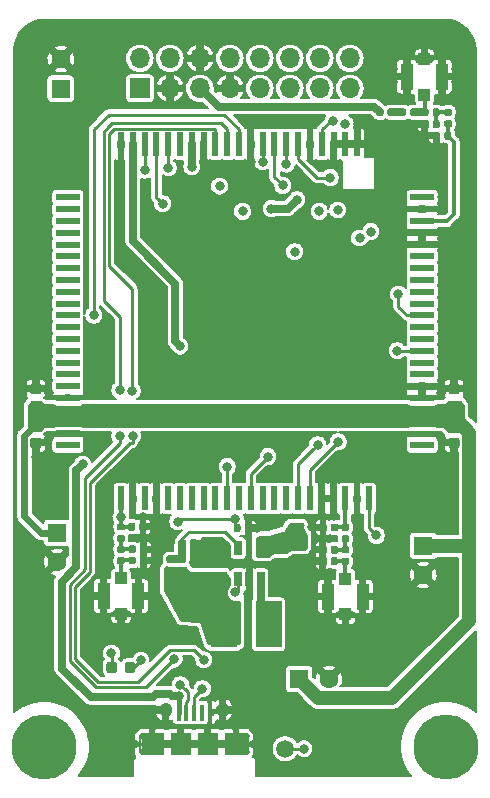
<source format=gtl>
G04 #@! TF.GenerationSoftware,KiCad,Pcbnew,(5.1.0-10-g6006703)*
G04 #@! TF.CreationDate,2019-04-13T18:37:01+08:00*
G04 #@! TF.ProjectId,cicada,63696361-6461-42e6-9b69-6361645f7063,0.1*
G04 #@! TF.SameCoordinates,PX7cee6c0PY3dfd240*
G04 #@! TF.FileFunction,Copper,L1,Top*
G04 #@! TF.FilePolarity,Positive*
%FSLAX46Y46*%
G04 Gerber Fmt 4.6, Leading zero omitted, Abs format (unit mm)*
G04 Created by KiCad (PCBNEW (5.1.0-10-g6006703)) date 2019-04-13 18:37:01*
%MOMM*%
%LPD*%
G04 APERTURE LIST*
%ADD10R,1.998980X0.599440*%
%ADD11R,0.599440X1.998980*%
%ADD12C,0.150000*%
%ADD13C,0.590000*%
%ADD14R,1.050000X2.200000*%
%ADD15R,1.000000X1.000000*%
%ADD16C,5.500000*%
%ADD17O,1.050000X1.250000*%
%ADD18R,0.400000X1.350000*%
%ADD19R,0.250000X1.400000*%
%ADD20R,1.850000X1.900000*%
%ADD21C,0.500000*%
%ADD22O,1.524000X1.900000*%
%ADD23R,1.800000X1.900000*%
%ADD24C,0.875000*%
%ADD25O,1.700000X1.700000*%
%ADD26R,1.700000X1.700000*%
%ADD27R,0.650000X1.220000*%
%ADD28C,1.500000*%
%ADD29R,2.200000X3.900000*%
%ADD30C,1.600000*%
%ADD31R,1.600000X1.600000*%
%ADD32C,0.975000*%
%ADD33C,0.800000*%
%ADD34C,0.650000*%
%ADD35C,0.250000*%
%ADD36C,1.200000*%
%ADD37C,0.600000*%
%ADD38C,0.330000*%
%ADD39C,0.400000*%
%ADD40C,0.254000*%
%ADD41C,0.200000*%
G04 APERTURE END LIST*
D10*
X14996100Y-27499260D03*
X14996100Y-28499260D03*
X14996100Y-29499260D03*
X14996100Y-30499260D03*
D11*
X-9500000Y-36000000D03*
X-8500000Y-36000000D03*
X-10500000Y-36000000D03*
D10*
X-15000000Y-31500000D03*
X14996100Y-10502340D03*
X14996100Y-11500560D03*
X14996100Y-12501320D03*
X14996100Y-13502080D03*
X14996100Y-14500300D03*
X14996100Y-15501060D03*
X14996100Y-16501820D03*
X14996100Y-17500040D03*
X14996100Y-18498260D03*
X14996100Y-19499020D03*
X14996100Y-20499780D03*
X14996100Y-21498000D03*
X14996100Y-22498760D03*
X14996100Y-23499520D03*
X14996100Y-24497740D03*
X14996100Y-25498500D03*
X14996100Y-26499260D03*
X14996100Y-31500000D03*
D11*
X10498540Y-35993500D03*
X9497780Y-35993500D03*
X8499560Y-35993500D03*
X7498800Y-35993500D03*
X6498040Y-35993500D03*
X5499820Y-35993500D03*
X4499060Y-35993500D03*
X3498300Y-35993500D03*
X2500080Y-35993500D03*
X1501860Y-35993500D03*
X501100Y-35993500D03*
X-499660Y-35993500D03*
X-1497880Y-35993500D03*
X-2498640Y-35993500D03*
X-3499400Y-35993500D03*
X-4497620Y-35993500D03*
X-5498380Y-35993500D03*
X-6499140Y-35993500D03*
X-7499900Y-35993500D03*
D10*
X-15000000Y-10500000D03*
X-15000000Y-11500000D03*
X-14998700Y-30498460D03*
X-14998700Y-29497700D03*
X-14998700Y-28499480D03*
X-14998700Y-27498720D03*
X-14998700Y-26497960D03*
X-14998700Y-25499740D03*
X-14998700Y-24498980D03*
X-14998700Y-23498220D03*
X-14998700Y-22500000D03*
X-14998700Y-21501780D03*
X-14998700Y-20501020D03*
X-14998700Y-19500260D03*
X-14998700Y-18502040D03*
X-14998700Y-17501280D03*
X-14998700Y-16500520D03*
X-14998700Y-15502300D03*
X-14998700Y-14501540D03*
X-14998700Y-13500780D03*
X-14998700Y-12500020D03*
D11*
X-10499980Y-6001300D03*
X-9499220Y-6001300D03*
X-8498460Y-6001300D03*
X-7497700Y-6001300D03*
X-6499480Y-6001300D03*
X-5498720Y-6001300D03*
X-4497960Y-6001300D03*
X-3499740Y-6001300D03*
X-2498980Y-6001300D03*
X-1498220Y-6001300D03*
X-500000Y-6001300D03*
X498220Y-6001300D03*
X1498980Y-6001300D03*
X2499740Y-6001300D03*
X3497960Y-6001300D03*
X4498720Y-6001300D03*
X5499480Y-6001300D03*
X6497700Y-6001300D03*
X7498460Y-6001300D03*
X8499220Y-6001300D03*
X9499980Y-6001300D03*
D12*
G36*
X8686958Y-38155710D02*
G01*
X8701276Y-38157834D01*
X8715317Y-38161351D01*
X8728946Y-38166228D01*
X8742031Y-38172417D01*
X8754447Y-38179858D01*
X8766073Y-38188481D01*
X8776798Y-38198202D01*
X8786519Y-38208927D01*
X8795142Y-38220553D01*
X8802583Y-38232969D01*
X8808772Y-38246054D01*
X8813649Y-38259683D01*
X8817166Y-38273724D01*
X8819290Y-38288042D01*
X8820000Y-38302500D01*
X8820000Y-38597500D01*
X8819290Y-38611958D01*
X8817166Y-38626276D01*
X8813649Y-38640317D01*
X8808772Y-38653946D01*
X8802583Y-38667031D01*
X8795142Y-38679447D01*
X8786519Y-38691073D01*
X8776798Y-38701798D01*
X8766073Y-38711519D01*
X8754447Y-38720142D01*
X8742031Y-38727583D01*
X8728946Y-38733772D01*
X8715317Y-38738649D01*
X8701276Y-38742166D01*
X8686958Y-38744290D01*
X8672500Y-38745000D01*
X8327500Y-38745000D01*
X8313042Y-38744290D01*
X8298724Y-38742166D01*
X8284683Y-38738649D01*
X8271054Y-38733772D01*
X8257969Y-38727583D01*
X8245553Y-38720142D01*
X8233927Y-38711519D01*
X8223202Y-38701798D01*
X8213481Y-38691073D01*
X8204858Y-38679447D01*
X8197417Y-38667031D01*
X8191228Y-38653946D01*
X8186351Y-38640317D01*
X8182834Y-38626276D01*
X8180710Y-38611958D01*
X8180000Y-38597500D01*
X8180000Y-38302500D01*
X8180710Y-38288042D01*
X8182834Y-38273724D01*
X8186351Y-38259683D01*
X8191228Y-38246054D01*
X8197417Y-38232969D01*
X8204858Y-38220553D01*
X8213481Y-38208927D01*
X8223202Y-38198202D01*
X8233927Y-38188481D01*
X8245553Y-38179858D01*
X8257969Y-38172417D01*
X8271054Y-38166228D01*
X8284683Y-38161351D01*
X8298724Y-38157834D01*
X8313042Y-38155710D01*
X8327500Y-38155000D01*
X8672500Y-38155000D01*
X8686958Y-38155710D01*
X8686958Y-38155710D01*
G37*
D13*
X8500000Y-38450000D03*
D12*
G36*
X8686958Y-39125710D02*
G01*
X8701276Y-39127834D01*
X8715317Y-39131351D01*
X8728946Y-39136228D01*
X8742031Y-39142417D01*
X8754447Y-39149858D01*
X8766073Y-39158481D01*
X8776798Y-39168202D01*
X8786519Y-39178927D01*
X8795142Y-39190553D01*
X8802583Y-39202969D01*
X8808772Y-39216054D01*
X8813649Y-39229683D01*
X8817166Y-39243724D01*
X8819290Y-39258042D01*
X8820000Y-39272500D01*
X8820000Y-39567500D01*
X8819290Y-39581958D01*
X8817166Y-39596276D01*
X8813649Y-39610317D01*
X8808772Y-39623946D01*
X8802583Y-39637031D01*
X8795142Y-39649447D01*
X8786519Y-39661073D01*
X8776798Y-39671798D01*
X8766073Y-39681519D01*
X8754447Y-39690142D01*
X8742031Y-39697583D01*
X8728946Y-39703772D01*
X8715317Y-39708649D01*
X8701276Y-39712166D01*
X8686958Y-39714290D01*
X8672500Y-39715000D01*
X8327500Y-39715000D01*
X8313042Y-39714290D01*
X8298724Y-39712166D01*
X8284683Y-39708649D01*
X8271054Y-39703772D01*
X8257969Y-39697583D01*
X8245553Y-39690142D01*
X8233927Y-39681519D01*
X8223202Y-39671798D01*
X8213481Y-39661073D01*
X8204858Y-39649447D01*
X8197417Y-39637031D01*
X8191228Y-39623946D01*
X8186351Y-39610317D01*
X8182834Y-39596276D01*
X8180710Y-39581958D01*
X8180000Y-39567500D01*
X8180000Y-39272500D01*
X8180710Y-39258042D01*
X8182834Y-39243724D01*
X8186351Y-39229683D01*
X8191228Y-39216054D01*
X8197417Y-39202969D01*
X8204858Y-39190553D01*
X8213481Y-39178927D01*
X8223202Y-39168202D01*
X8233927Y-39158481D01*
X8245553Y-39149858D01*
X8257969Y-39142417D01*
X8271054Y-39136228D01*
X8284683Y-39131351D01*
X8298724Y-39127834D01*
X8313042Y-39125710D01*
X8327500Y-39125000D01*
X8672500Y-39125000D01*
X8686958Y-39125710D01*
X8686958Y-39125710D01*
G37*
D13*
X8500000Y-39420000D03*
D14*
X13725000Y-300000D03*
X16675000Y-300000D03*
D15*
X15200000Y1200000D03*
X15200000Y-1800000D03*
D14*
X9975000Y-44300000D03*
X7025000Y-44300000D03*
D15*
X8500000Y-45800000D03*
X8500000Y-42800000D03*
D14*
X-9025000Y-44250000D03*
X-11975000Y-44250000D03*
D15*
X-10500000Y-45750000D03*
X-10500000Y-42750000D03*
D16*
X17000000Y-57000000D03*
X-17000000Y-57000000D03*
D17*
X-1875000Y-53900000D03*
X-6725000Y-53900000D03*
D18*
X-3000000Y-54125000D03*
X-3650000Y-54125000D03*
X-4300000Y-54125000D03*
X-4950000Y-54125000D03*
X-5600000Y-54125000D03*
D19*
X275000Y-56800000D03*
X-8875000Y-56800000D03*
D20*
X-775000Y-56800000D03*
X-7825000Y-56800000D03*
D21*
X150000Y-57500000D03*
X150000Y-56100000D03*
X-8750000Y-57500000D03*
X-8750000Y-56100000D03*
D22*
X-700000Y-56800000D03*
D23*
X-3150000Y-56800000D03*
X-5450000Y-56800000D03*
D22*
X-7900000Y-56800000D03*
D12*
G36*
X-17422309Y-26276053D02*
G01*
X-17401074Y-26279203D01*
X-17380250Y-26284419D01*
X-17360038Y-26291651D01*
X-17340632Y-26300830D01*
X-17322219Y-26311866D01*
X-17304976Y-26324654D01*
X-17289070Y-26339070D01*
X-17274654Y-26354976D01*
X-17261866Y-26372219D01*
X-17250830Y-26390632D01*
X-17241651Y-26410038D01*
X-17234419Y-26430250D01*
X-17229203Y-26451074D01*
X-17226053Y-26472309D01*
X-17225000Y-26493750D01*
X-17225000Y-26931250D01*
X-17226053Y-26952691D01*
X-17229203Y-26973926D01*
X-17234419Y-26994750D01*
X-17241651Y-27014962D01*
X-17250830Y-27034368D01*
X-17261866Y-27052781D01*
X-17274654Y-27070024D01*
X-17289070Y-27085930D01*
X-17304976Y-27100346D01*
X-17322219Y-27113134D01*
X-17340632Y-27124170D01*
X-17360038Y-27133349D01*
X-17380250Y-27140581D01*
X-17401074Y-27145797D01*
X-17422309Y-27148947D01*
X-17443750Y-27150000D01*
X-17956250Y-27150000D01*
X-17977691Y-27148947D01*
X-17998926Y-27145797D01*
X-18019750Y-27140581D01*
X-18039962Y-27133349D01*
X-18059368Y-27124170D01*
X-18077781Y-27113134D01*
X-18095024Y-27100346D01*
X-18110930Y-27085930D01*
X-18125346Y-27070024D01*
X-18138134Y-27052781D01*
X-18149170Y-27034368D01*
X-18158349Y-27014962D01*
X-18165581Y-26994750D01*
X-18170797Y-26973926D01*
X-18173947Y-26952691D01*
X-18175000Y-26931250D01*
X-18175000Y-26493750D01*
X-18173947Y-26472309D01*
X-18170797Y-26451074D01*
X-18165581Y-26430250D01*
X-18158349Y-26410038D01*
X-18149170Y-26390632D01*
X-18138134Y-26372219D01*
X-18125346Y-26354976D01*
X-18110930Y-26339070D01*
X-18095024Y-26324654D01*
X-18077781Y-26311866D01*
X-18059368Y-26300830D01*
X-18039962Y-26291651D01*
X-18019750Y-26284419D01*
X-17998926Y-26279203D01*
X-17977691Y-26276053D01*
X-17956250Y-26275000D01*
X-17443750Y-26275000D01*
X-17422309Y-26276053D01*
X-17422309Y-26276053D01*
G37*
D24*
X-17700000Y-26712500D03*
D12*
G36*
X-17422309Y-27851053D02*
G01*
X-17401074Y-27854203D01*
X-17380250Y-27859419D01*
X-17360038Y-27866651D01*
X-17340632Y-27875830D01*
X-17322219Y-27886866D01*
X-17304976Y-27899654D01*
X-17289070Y-27914070D01*
X-17274654Y-27929976D01*
X-17261866Y-27947219D01*
X-17250830Y-27965632D01*
X-17241651Y-27985038D01*
X-17234419Y-28005250D01*
X-17229203Y-28026074D01*
X-17226053Y-28047309D01*
X-17225000Y-28068750D01*
X-17225000Y-28506250D01*
X-17226053Y-28527691D01*
X-17229203Y-28548926D01*
X-17234419Y-28569750D01*
X-17241651Y-28589962D01*
X-17250830Y-28609368D01*
X-17261866Y-28627781D01*
X-17274654Y-28645024D01*
X-17289070Y-28660930D01*
X-17304976Y-28675346D01*
X-17322219Y-28688134D01*
X-17340632Y-28699170D01*
X-17360038Y-28708349D01*
X-17380250Y-28715581D01*
X-17401074Y-28720797D01*
X-17422309Y-28723947D01*
X-17443750Y-28725000D01*
X-17956250Y-28725000D01*
X-17977691Y-28723947D01*
X-17998926Y-28720797D01*
X-18019750Y-28715581D01*
X-18039962Y-28708349D01*
X-18059368Y-28699170D01*
X-18077781Y-28688134D01*
X-18095024Y-28675346D01*
X-18110930Y-28660930D01*
X-18125346Y-28645024D01*
X-18138134Y-28627781D01*
X-18149170Y-28609368D01*
X-18158349Y-28589962D01*
X-18165581Y-28569750D01*
X-18170797Y-28548926D01*
X-18173947Y-28527691D01*
X-18175000Y-28506250D01*
X-18175000Y-28068750D01*
X-18173947Y-28047309D01*
X-18170797Y-28026074D01*
X-18165581Y-28005250D01*
X-18158349Y-27985038D01*
X-18149170Y-27965632D01*
X-18138134Y-27947219D01*
X-18125346Y-27929976D01*
X-18110930Y-27914070D01*
X-18095024Y-27899654D01*
X-18077781Y-27886866D01*
X-18059368Y-27875830D01*
X-18039962Y-27866651D01*
X-18019750Y-27859419D01*
X-17998926Y-27854203D01*
X-17977691Y-27851053D01*
X-17956250Y-27850000D01*
X-17443750Y-27850000D01*
X-17422309Y-27851053D01*
X-17422309Y-27851053D01*
G37*
D24*
X-17700000Y-28287500D03*
D12*
G36*
X17977691Y-26276053D02*
G01*
X17998926Y-26279203D01*
X18019750Y-26284419D01*
X18039962Y-26291651D01*
X18059368Y-26300830D01*
X18077781Y-26311866D01*
X18095024Y-26324654D01*
X18110930Y-26339070D01*
X18125346Y-26354976D01*
X18138134Y-26372219D01*
X18149170Y-26390632D01*
X18158349Y-26410038D01*
X18165581Y-26430250D01*
X18170797Y-26451074D01*
X18173947Y-26472309D01*
X18175000Y-26493750D01*
X18175000Y-26931250D01*
X18173947Y-26952691D01*
X18170797Y-26973926D01*
X18165581Y-26994750D01*
X18158349Y-27014962D01*
X18149170Y-27034368D01*
X18138134Y-27052781D01*
X18125346Y-27070024D01*
X18110930Y-27085930D01*
X18095024Y-27100346D01*
X18077781Y-27113134D01*
X18059368Y-27124170D01*
X18039962Y-27133349D01*
X18019750Y-27140581D01*
X17998926Y-27145797D01*
X17977691Y-27148947D01*
X17956250Y-27150000D01*
X17443750Y-27150000D01*
X17422309Y-27148947D01*
X17401074Y-27145797D01*
X17380250Y-27140581D01*
X17360038Y-27133349D01*
X17340632Y-27124170D01*
X17322219Y-27113134D01*
X17304976Y-27100346D01*
X17289070Y-27085930D01*
X17274654Y-27070024D01*
X17261866Y-27052781D01*
X17250830Y-27034368D01*
X17241651Y-27014962D01*
X17234419Y-26994750D01*
X17229203Y-26973926D01*
X17226053Y-26952691D01*
X17225000Y-26931250D01*
X17225000Y-26493750D01*
X17226053Y-26472309D01*
X17229203Y-26451074D01*
X17234419Y-26430250D01*
X17241651Y-26410038D01*
X17250830Y-26390632D01*
X17261866Y-26372219D01*
X17274654Y-26354976D01*
X17289070Y-26339070D01*
X17304976Y-26324654D01*
X17322219Y-26311866D01*
X17340632Y-26300830D01*
X17360038Y-26291651D01*
X17380250Y-26284419D01*
X17401074Y-26279203D01*
X17422309Y-26276053D01*
X17443750Y-26275000D01*
X17956250Y-26275000D01*
X17977691Y-26276053D01*
X17977691Y-26276053D01*
G37*
D24*
X17700000Y-26712500D03*
D12*
G36*
X17977691Y-27851053D02*
G01*
X17998926Y-27854203D01*
X18019750Y-27859419D01*
X18039962Y-27866651D01*
X18059368Y-27875830D01*
X18077781Y-27886866D01*
X18095024Y-27899654D01*
X18110930Y-27914070D01*
X18125346Y-27929976D01*
X18138134Y-27947219D01*
X18149170Y-27965632D01*
X18158349Y-27985038D01*
X18165581Y-28005250D01*
X18170797Y-28026074D01*
X18173947Y-28047309D01*
X18175000Y-28068750D01*
X18175000Y-28506250D01*
X18173947Y-28527691D01*
X18170797Y-28548926D01*
X18165581Y-28569750D01*
X18158349Y-28589962D01*
X18149170Y-28609368D01*
X18138134Y-28627781D01*
X18125346Y-28645024D01*
X18110930Y-28660930D01*
X18095024Y-28675346D01*
X18077781Y-28688134D01*
X18059368Y-28699170D01*
X18039962Y-28708349D01*
X18019750Y-28715581D01*
X17998926Y-28720797D01*
X17977691Y-28723947D01*
X17956250Y-28725000D01*
X17443750Y-28725000D01*
X17422309Y-28723947D01*
X17401074Y-28720797D01*
X17380250Y-28715581D01*
X17360038Y-28708349D01*
X17340632Y-28699170D01*
X17322219Y-28688134D01*
X17304976Y-28675346D01*
X17289070Y-28660930D01*
X17274654Y-28645024D01*
X17261866Y-28627781D01*
X17250830Y-28609368D01*
X17241651Y-28589962D01*
X17234419Y-28569750D01*
X17229203Y-28548926D01*
X17226053Y-28527691D01*
X17225000Y-28506250D01*
X17225000Y-28068750D01*
X17226053Y-28047309D01*
X17229203Y-28026074D01*
X17234419Y-28005250D01*
X17241651Y-27985038D01*
X17250830Y-27965632D01*
X17261866Y-27947219D01*
X17274654Y-27929976D01*
X17289070Y-27914070D01*
X17304976Y-27899654D01*
X17322219Y-27886866D01*
X17340632Y-27875830D01*
X17360038Y-27866651D01*
X17380250Y-27859419D01*
X17401074Y-27854203D01*
X17422309Y-27851053D01*
X17443750Y-27850000D01*
X17956250Y-27850000D01*
X17977691Y-27851053D01*
X17977691Y-27851053D01*
G37*
D24*
X17700000Y-28287500D03*
D12*
G36*
X-5147306Y-39480710D02*
G01*
X-5132988Y-39482834D01*
X-5118947Y-39486351D01*
X-5105318Y-39491228D01*
X-5092233Y-39497417D01*
X-5079817Y-39504858D01*
X-5068191Y-39513481D01*
X-5057466Y-39523202D01*
X-5047745Y-39533927D01*
X-5039122Y-39545553D01*
X-5031681Y-39557969D01*
X-5025492Y-39571054D01*
X-5020615Y-39584683D01*
X-5017098Y-39598724D01*
X-5014974Y-39613042D01*
X-5014264Y-39627500D01*
X-5014264Y-39972500D01*
X-5014974Y-39986958D01*
X-5017098Y-40001276D01*
X-5020615Y-40015317D01*
X-5025492Y-40028946D01*
X-5031681Y-40042031D01*
X-5039122Y-40054447D01*
X-5047745Y-40066073D01*
X-5057466Y-40076798D01*
X-5068191Y-40086519D01*
X-5079817Y-40095142D01*
X-5092233Y-40102583D01*
X-5105318Y-40108772D01*
X-5118947Y-40113649D01*
X-5132988Y-40117166D01*
X-5147306Y-40119290D01*
X-5161764Y-40120000D01*
X-5456764Y-40120000D01*
X-5471222Y-40119290D01*
X-5485540Y-40117166D01*
X-5499581Y-40113649D01*
X-5513210Y-40108772D01*
X-5526295Y-40102583D01*
X-5538711Y-40095142D01*
X-5550337Y-40086519D01*
X-5561062Y-40076798D01*
X-5570783Y-40066073D01*
X-5579406Y-40054447D01*
X-5586847Y-40042031D01*
X-5593036Y-40028946D01*
X-5597913Y-40015317D01*
X-5601430Y-40001276D01*
X-5603554Y-39986958D01*
X-5604264Y-39972500D01*
X-5604264Y-39627500D01*
X-5603554Y-39613042D01*
X-5601430Y-39598724D01*
X-5597913Y-39584683D01*
X-5593036Y-39571054D01*
X-5586847Y-39557969D01*
X-5579406Y-39545553D01*
X-5570783Y-39533927D01*
X-5561062Y-39523202D01*
X-5550337Y-39513481D01*
X-5538711Y-39504858D01*
X-5526295Y-39497417D01*
X-5513210Y-39491228D01*
X-5499581Y-39486351D01*
X-5485540Y-39482834D01*
X-5471222Y-39480710D01*
X-5456764Y-39480000D01*
X-5161764Y-39480000D01*
X-5147306Y-39480710D01*
X-5147306Y-39480710D01*
G37*
D13*
X-5309264Y-39800000D03*
D12*
G36*
X-4177306Y-39480710D02*
G01*
X-4162988Y-39482834D01*
X-4148947Y-39486351D01*
X-4135318Y-39491228D01*
X-4122233Y-39497417D01*
X-4109817Y-39504858D01*
X-4098191Y-39513481D01*
X-4087466Y-39523202D01*
X-4077745Y-39533927D01*
X-4069122Y-39545553D01*
X-4061681Y-39557969D01*
X-4055492Y-39571054D01*
X-4050615Y-39584683D01*
X-4047098Y-39598724D01*
X-4044974Y-39613042D01*
X-4044264Y-39627500D01*
X-4044264Y-39972500D01*
X-4044974Y-39986958D01*
X-4047098Y-40001276D01*
X-4050615Y-40015317D01*
X-4055492Y-40028946D01*
X-4061681Y-40042031D01*
X-4069122Y-40054447D01*
X-4077745Y-40066073D01*
X-4087466Y-40076798D01*
X-4098191Y-40086519D01*
X-4109817Y-40095142D01*
X-4122233Y-40102583D01*
X-4135318Y-40108772D01*
X-4148947Y-40113649D01*
X-4162988Y-40117166D01*
X-4177306Y-40119290D01*
X-4191764Y-40120000D01*
X-4486764Y-40120000D01*
X-4501222Y-40119290D01*
X-4515540Y-40117166D01*
X-4529581Y-40113649D01*
X-4543210Y-40108772D01*
X-4556295Y-40102583D01*
X-4568711Y-40095142D01*
X-4580337Y-40086519D01*
X-4591062Y-40076798D01*
X-4600783Y-40066073D01*
X-4609406Y-40054447D01*
X-4616847Y-40042031D01*
X-4623036Y-40028946D01*
X-4627913Y-40015317D01*
X-4631430Y-40001276D01*
X-4633554Y-39986958D01*
X-4634264Y-39972500D01*
X-4634264Y-39627500D01*
X-4633554Y-39613042D01*
X-4631430Y-39598724D01*
X-4627913Y-39584683D01*
X-4623036Y-39571054D01*
X-4616847Y-39557969D01*
X-4609406Y-39545553D01*
X-4600783Y-39533927D01*
X-4591062Y-39523202D01*
X-4580337Y-39513481D01*
X-4568711Y-39504858D01*
X-4556295Y-39497417D01*
X-4543210Y-39491228D01*
X-4529581Y-39486351D01*
X-4515540Y-39482834D01*
X-4501222Y-39480710D01*
X-4486764Y-39480000D01*
X-4191764Y-39480000D01*
X-4177306Y-39480710D01*
X-4177306Y-39480710D01*
G37*
D13*
X-4339264Y-39800000D03*
D12*
G36*
X461958Y-38180710D02*
G01*
X476276Y-38182834D01*
X490317Y-38186351D01*
X503946Y-38191228D01*
X517031Y-38197417D01*
X529447Y-38204858D01*
X541073Y-38213481D01*
X551798Y-38223202D01*
X561519Y-38233927D01*
X570142Y-38245553D01*
X577583Y-38257969D01*
X583772Y-38271054D01*
X588649Y-38284683D01*
X592166Y-38298724D01*
X594290Y-38313042D01*
X595000Y-38327500D01*
X595000Y-38672500D01*
X594290Y-38686958D01*
X592166Y-38701276D01*
X588649Y-38715317D01*
X583772Y-38728946D01*
X577583Y-38742031D01*
X570142Y-38754447D01*
X561519Y-38766073D01*
X551798Y-38776798D01*
X541073Y-38786519D01*
X529447Y-38795142D01*
X517031Y-38802583D01*
X503946Y-38808772D01*
X490317Y-38813649D01*
X476276Y-38817166D01*
X461958Y-38819290D01*
X447500Y-38820000D01*
X152500Y-38820000D01*
X138042Y-38819290D01*
X123724Y-38817166D01*
X109683Y-38813649D01*
X96054Y-38808772D01*
X82969Y-38802583D01*
X70553Y-38795142D01*
X58927Y-38786519D01*
X48202Y-38776798D01*
X38481Y-38766073D01*
X29858Y-38754447D01*
X22417Y-38742031D01*
X16228Y-38728946D01*
X11351Y-38715317D01*
X7834Y-38701276D01*
X5710Y-38686958D01*
X5000Y-38672500D01*
X5000Y-38327500D01*
X5710Y-38313042D01*
X7834Y-38298724D01*
X11351Y-38284683D01*
X16228Y-38271054D01*
X22417Y-38257969D01*
X29858Y-38245553D01*
X38481Y-38233927D01*
X48202Y-38223202D01*
X58927Y-38213481D01*
X70553Y-38204858D01*
X82969Y-38197417D01*
X96054Y-38191228D01*
X109683Y-38186351D01*
X123724Y-38182834D01*
X138042Y-38180710D01*
X152500Y-38180000D01*
X447500Y-38180000D01*
X461958Y-38180710D01*
X461958Y-38180710D01*
G37*
D13*
X300000Y-38500000D03*
D12*
G36*
X-508042Y-38180710D02*
G01*
X-493724Y-38182834D01*
X-479683Y-38186351D01*
X-466054Y-38191228D01*
X-452969Y-38197417D01*
X-440553Y-38204858D01*
X-428927Y-38213481D01*
X-418202Y-38223202D01*
X-408481Y-38233927D01*
X-399858Y-38245553D01*
X-392417Y-38257969D01*
X-386228Y-38271054D01*
X-381351Y-38284683D01*
X-377834Y-38298724D01*
X-375710Y-38313042D01*
X-375000Y-38327500D01*
X-375000Y-38672500D01*
X-375710Y-38686958D01*
X-377834Y-38701276D01*
X-381351Y-38715317D01*
X-386228Y-38728946D01*
X-392417Y-38742031D01*
X-399858Y-38754447D01*
X-408481Y-38766073D01*
X-418202Y-38776798D01*
X-428927Y-38786519D01*
X-440553Y-38795142D01*
X-452969Y-38802583D01*
X-466054Y-38808772D01*
X-479683Y-38813649D01*
X-493724Y-38817166D01*
X-508042Y-38819290D01*
X-522500Y-38820000D01*
X-817500Y-38820000D01*
X-831958Y-38819290D01*
X-846276Y-38817166D01*
X-860317Y-38813649D01*
X-873946Y-38808772D01*
X-887031Y-38802583D01*
X-899447Y-38795142D01*
X-911073Y-38786519D01*
X-921798Y-38776798D01*
X-931519Y-38766073D01*
X-940142Y-38754447D01*
X-947583Y-38742031D01*
X-953772Y-38728946D01*
X-958649Y-38715317D01*
X-962166Y-38701276D01*
X-964290Y-38686958D01*
X-965000Y-38672500D01*
X-965000Y-38327500D01*
X-964290Y-38313042D01*
X-962166Y-38298724D01*
X-958649Y-38284683D01*
X-953772Y-38271054D01*
X-947583Y-38257969D01*
X-940142Y-38245553D01*
X-931519Y-38233927D01*
X-921798Y-38223202D01*
X-911073Y-38213481D01*
X-899447Y-38204858D01*
X-887031Y-38197417D01*
X-873946Y-38191228D01*
X-860317Y-38186351D01*
X-846276Y-38182834D01*
X-831958Y-38180710D01*
X-817500Y-38180000D01*
X-522500Y-38180000D01*
X-508042Y-38180710D01*
X-508042Y-38180710D01*
G37*
D13*
X-670000Y-38500000D03*
D12*
G36*
X-5137306Y-41817919D02*
G01*
X-5122988Y-41820043D01*
X-5108947Y-41823560D01*
X-5095318Y-41828437D01*
X-5082233Y-41834626D01*
X-5069817Y-41842067D01*
X-5058191Y-41850690D01*
X-5047466Y-41860411D01*
X-5037745Y-41871136D01*
X-5029122Y-41882762D01*
X-5021681Y-41895178D01*
X-5015492Y-41908263D01*
X-5010615Y-41921892D01*
X-5007098Y-41935933D01*
X-5004974Y-41950251D01*
X-5004264Y-41964709D01*
X-5004264Y-42259709D01*
X-5004974Y-42274167D01*
X-5007098Y-42288485D01*
X-5010615Y-42302526D01*
X-5015492Y-42316155D01*
X-5021681Y-42329240D01*
X-5029122Y-42341656D01*
X-5037745Y-42353282D01*
X-5047466Y-42364007D01*
X-5058191Y-42373728D01*
X-5069817Y-42382351D01*
X-5082233Y-42389792D01*
X-5095318Y-42395981D01*
X-5108947Y-42400858D01*
X-5122988Y-42404375D01*
X-5137306Y-42406499D01*
X-5151764Y-42407209D01*
X-5496764Y-42407209D01*
X-5511222Y-42406499D01*
X-5525540Y-42404375D01*
X-5539581Y-42400858D01*
X-5553210Y-42395981D01*
X-5566295Y-42389792D01*
X-5578711Y-42382351D01*
X-5590337Y-42373728D01*
X-5601062Y-42364007D01*
X-5610783Y-42353282D01*
X-5619406Y-42341656D01*
X-5626847Y-42329240D01*
X-5633036Y-42316155D01*
X-5637913Y-42302526D01*
X-5641430Y-42288485D01*
X-5643554Y-42274167D01*
X-5644264Y-42259709D01*
X-5644264Y-41964709D01*
X-5643554Y-41950251D01*
X-5641430Y-41935933D01*
X-5637913Y-41921892D01*
X-5633036Y-41908263D01*
X-5626847Y-41895178D01*
X-5619406Y-41882762D01*
X-5610783Y-41871136D01*
X-5601062Y-41860411D01*
X-5590337Y-41850690D01*
X-5578711Y-41842067D01*
X-5566295Y-41834626D01*
X-5553210Y-41828437D01*
X-5539581Y-41823560D01*
X-5525540Y-41820043D01*
X-5511222Y-41817919D01*
X-5496764Y-41817209D01*
X-5151764Y-41817209D01*
X-5137306Y-41817919D01*
X-5137306Y-41817919D01*
G37*
D13*
X-5324264Y-42112209D03*
D12*
G36*
X-5137306Y-40847919D02*
G01*
X-5122988Y-40850043D01*
X-5108947Y-40853560D01*
X-5095318Y-40858437D01*
X-5082233Y-40864626D01*
X-5069817Y-40872067D01*
X-5058191Y-40880690D01*
X-5047466Y-40890411D01*
X-5037745Y-40901136D01*
X-5029122Y-40912762D01*
X-5021681Y-40925178D01*
X-5015492Y-40938263D01*
X-5010615Y-40951892D01*
X-5007098Y-40965933D01*
X-5004974Y-40980251D01*
X-5004264Y-40994709D01*
X-5004264Y-41289709D01*
X-5004974Y-41304167D01*
X-5007098Y-41318485D01*
X-5010615Y-41332526D01*
X-5015492Y-41346155D01*
X-5021681Y-41359240D01*
X-5029122Y-41371656D01*
X-5037745Y-41383282D01*
X-5047466Y-41394007D01*
X-5058191Y-41403728D01*
X-5069817Y-41412351D01*
X-5082233Y-41419792D01*
X-5095318Y-41425981D01*
X-5108947Y-41430858D01*
X-5122988Y-41434375D01*
X-5137306Y-41436499D01*
X-5151764Y-41437209D01*
X-5496764Y-41437209D01*
X-5511222Y-41436499D01*
X-5525540Y-41434375D01*
X-5539581Y-41430858D01*
X-5553210Y-41425981D01*
X-5566295Y-41419792D01*
X-5578711Y-41412351D01*
X-5590337Y-41403728D01*
X-5601062Y-41394007D01*
X-5610783Y-41383282D01*
X-5619406Y-41371656D01*
X-5626847Y-41359240D01*
X-5633036Y-41346155D01*
X-5637913Y-41332526D01*
X-5641430Y-41318485D01*
X-5643554Y-41304167D01*
X-5644264Y-41289709D01*
X-5644264Y-40994709D01*
X-5643554Y-40980251D01*
X-5641430Y-40965933D01*
X-5637913Y-40951892D01*
X-5633036Y-40938263D01*
X-5626847Y-40925178D01*
X-5619406Y-40912762D01*
X-5610783Y-40901136D01*
X-5601062Y-40890411D01*
X-5590337Y-40880690D01*
X-5578711Y-40872067D01*
X-5566295Y-40864626D01*
X-5553210Y-40858437D01*
X-5539581Y-40853560D01*
X-5525540Y-40850043D01*
X-5511222Y-40847919D01*
X-5496764Y-40847209D01*
X-5151764Y-40847209D01*
X-5137306Y-40847919D01*
X-5137306Y-40847919D01*
G37*
D13*
X-5324264Y-41142209D03*
D12*
G36*
X11576958Y-2980710D02*
G01*
X11591276Y-2982834D01*
X11605317Y-2986351D01*
X11618946Y-2991228D01*
X11632031Y-2997417D01*
X11644447Y-3004858D01*
X11656073Y-3013481D01*
X11666798Y-3023202D01*
X11676519Y-3033927D01*
X11685142Y-3045553D01*
X11692583Y-3057969D01*
X11698772Y-3071054D01*
X11703649Y-3084683D01*
X11707166Y-3098724D01*
X11709290Y-3113042D01*
X11710000Y-3127500D01*
X11710000Y-3472500D01*
X11709290Y-3486958D01*
X11707166Y-3501276D01*
X11703649Y-3515317D01*
X11698772Y-3528946D01*
X11692583Y-3542031D01*
X11685142Y-3554447D01*
X11676519Y-3566073D01*
X11666798Y-3576798D01*
X11656073Y-3586519D01*
X11644447Y-3595142D01*
X11632031Y-3602583D01*
X11618946Y-3608772D01*
X11605317Y-3613649D01*
X11591276Y-3617166D01*
X11576958Y-3619290D01*
X11562500Y-3620000D01*
X11267500Y-3620000D01*
X11253042Y-3619290D01*
X11238724Y-3617166D01*
X11224683Y-3613649D01*
X11211054Y-3608772D01*
X11197969Y-3602583D01*
X11185553Y-3595142D01*
X11173927Y-3586519D01*
X11163202Y-3576798D01*
X11153481Y-3566073D01*
X11144858Y-3554447D01*
X11137417Y-3542031D01*
X11131228Y-3528946D01*
X11126351Y-3515317D01*
X11122834Y-3501276D01*
X11120710Y-3486958D01*
X11120000Y-3472500D01*
X11120000Y-3127500D01*
X11120710Y-3113042D01*
X11122834Y-3098724D01*
X11126351Y-3084683D01*
X11131228Y-3071054D01*
X11137417Y-3057969D01*
X11144858Y-3045553D01*
X11153481Y-3033927D01*
X11163202Y-3023202D01*
X11173927Y-3013481D01*
X11185553Y-3004858D01*
X11197969Y-2997417D01*
X11211054Y-2991228D01*
X11224683Y-2986351D01*
X11238724Y-2982834D01*
X11253042Y-2980710D01*
X11267500Y-2980000D01*
X11562500Y-2980000D01*
X11576958Y-2980710D01*
X11576958Y-2980710D01*
G37*
D13*
X11415000Y-3300000D03*
D12*
G36*
X12546958Y-2980710D02*
G01*
X12561276Y-2982834D01*
X12575317Y-2986351D01*
X12588946Y-2991228D01*
X12602031Y-2997417D01*
X12614447Y-3004858D01*
X12626073Y-3013481D01*
X12636798Y-3023202D01*
X12646519Y-3033927D01*
X12655142Y-3045553D01*
X12662583Y-3057969D01*
X12668772Y-3071054D01*
X12673649Y-3084683D01*
X12677166Y-3098724D01*
X12679290Y-3113042D01*
X12680000Y-3127500D01*
X12680000Y-3472500D01*
X12679290Y-3486958D01*
X12677166Y-3501276D01*
X12673649Y-3515317D01*
X12668772Y-3528946D01*
X12662583Y-3542031D01*
X12655142Y-3554447D01*
X12646519Y-3566073D01*
X12636798Y-3576798D01*
X12626073Y-3586519D01*
X12614447Y-3595142D01*
X12602031Y-3602583D01*
X12588946Y-3608772D01*
X12575317Y-3613649D01*
X12561276Y-3617166D01*
X12546958Y-3619290D01*
X12532500Y-3620000D01*
X12237500Y-3620000D01*
X12223042Y-3619290D01*
X12208724Y-3617166D01*
X12194683Y-3613649D01*
X12181054Y-3608772D01*
X12167969Y-3602583D01*
X12155553Y-3595142D01*
X12143927Y-3586519D01*
X12133202Y-3576798D01*
X12123481Y-3566073D01*
X12114858Y-3554447D01*
X12107417Y-3542031D01*
X12101228Y-3528946D01*
X12096351Y-3515317D01*
X12092834Y-3501276D01*
X12090710Y-3486958D01*
X12090000Y-3472500D01*
X12090000Y-3127500D01*
X12090710Y-3113042D01*
X12092834Y-3098724D01*
X12096351Y-3084683D01*
X12101228Y-3071054D01*
X12107417Y-3057969D01*
X12114858Y-3045553D01*
X12123481Y-3033927D01*
X12133202Y-3023202D01*
X12143927Y-3013481D01*
X12155553Y-3004858D01*
X12167969Y-2997417D01*
X12181054Y-2991228D01*
X12194683Y-2986351D01*
X12208724Y-2982834D01*
X12223042Y-2980710D01*
X12237500Y-2980000D01*
X12532500Y-2980000D01*
X12546958Y-2980710D01*
X12546958Y-2980710D01*
G37*
D13*
X12385000Y-3300000D03*
D25*
X8890000Y1270000D03*
X8890000Y-1270000D03*
X6350000Y1270000D03*
X6350000Y-1270000D03*
X3810000Y1270000D03*
X3810000Y-1270000D03*
X1270000Y1270000D03*
X1270000Y-1270000D03*
X-1270000Y1270000D03*
X-1270000Y-1270000D03*
X-3810000Y1270000D03*
X-3810000Y-1270000D03*
X-6350000Y1270000D03*
X-6350000Y-1270000D03*
X-8890000Y1270000D03*
D26*
X-8890000Y-1270000D03*
D27*
X-574265Y-40217209D03*
X1325735Y-40217209D03*
X1325735Y-42837209D03*
X375735Y-42837209D03*
X-574265Y-42837209D03*
D28*
X3400000Y-57200000D03*
D12*
G36*
X8686958Y-40055710D02*
G01*
X8701276Y-40057834D01*
X8715317Y-40061351D01*
X8728946Y-40066228D01*
X8742031Y-40072417D01*
X8754447Y-40079858D01*
X8766073Y-40088481D01*
X8776798Y-40098202D01*
X8786519Y-40108927D01*
X8795142Y-40120553D01*
X8802583Y-40132969D01*
X8808772Y-40146054D01*
X8813649Y-40159683D01*
X8817166Y-40173724D01*
X8819290Y-40188042D01*
X8820000Y-40202500D01*
X8820000Y-40497500D01*
X8819290Y-40511958D01*
X8817166Y-40526276D01*
X8813649Y-40540317D01*
X8808772Y-40553946D01*
X8802583Y-40567031D01*
X8795142Y-40579447D01*
X8786519Y-40591073D01*
X8776798Y-40601798D01*
X8766073Y-40611519D01*
X8754447Y-40620142D01*
X8742031Y-40627583D01*
X8728946Y-40633772D01*
X8715317Y-40638649D01*
X8701276Y-40642166D01*
X8686958Y-40644290D01*
X8672500Y-40645000D01*
X8327500Y-40645000D01*
X8313042Y-40644290D01*
X8298724Y-40642166D01*
X8284683Y-40638649D01*
X8271054Y-40633772D01*
X8257969Y-40627583D01*
X8245553Y-40620142D01*
X8233927Y-40611519D01*
X8223202Y-40601798D01*
X8213481Y-40591073D01*
X8204858Y-40579447D01*
X8197417Y-40567031D01*
X8191228Y-40553946D01*
X8186351Y-40540317D01*
X8182834Y-40526276D01*
X8180710Y-40511958D01*
X8180000Y-40497500D01*
X8180000Y-40202500D01*
X8180710Y-40188042D01*
X8182834Y-40173724D01*
X8186351Y-40159683D01*
X8191228Y-40146054D01*
X8197417Y-40132969D01*
X8204858Y-40120553D01*
X8213481Y-40108927D01*
X8223202Y-40098202D01*
X8233927Y-40088481D01*
X8245553Y-40079858D01*
X8257969Y-40072417D01*
X8271054Y-40066228D01*
X8284683Y-40061351D01*
X8298724Y-40057834D01*
X8313042Y-40055710D01*
X8327500Y-40055000D01*
X8672500Y-40055000D01*
X8686958Y-40055710D01*
X8686958Y-40055710D01*
G37*
D13*
X8500000Y-40350000D03*
D12*
G36*
X8686958Y-41025710D02*
G01*
X8701276Y-41027834D01*
X8715317Y-41031351D01*
X8728946Y-41036228D01*
X8742031Y-41042417D01*
X8754447Y-41049858D01*
X8766073Y-41058481D01*
X8776798Y-41068202D01*
X8786519Y-41078927D01*
X8795142Y-41090553D01*
X8802583Y-41102969D01*
X8808772Y-41116054D01*
X8813649Y-41129683D01*
X8817166Y-41143724D01*
X8819290Y-41158042D01*
X8820000Y-41172500D01*
X8820000Y-41467500D01*
X8819290Y-41481958D01*
X8817166Y-41496276D01*
X8813649Y-41510317D01*
X8808772Y-41523946D01*
X8802583Y-41537031D01*
X8795142Y-41549447D01*
X8786519Y-41561073D01*
X8776798Y-41571798D01*
X8766073Y-41581519D01*
X8754447Y-41590142D01*
X8742031Y-41597583D01*
X8728946Y-41603772D01*
X8715317Y-41608649D01*
X8701276Y-41612166D01*
X8686958Y-41614290D01*
X8672500Y-41615000D01*
X8327500Y-41615000D01*
X8313042Y-41614290D01*
X8298724Y-41612166D01*
X8284683Y-41608649D01*
X8271054Y-41603772D01*
X8257969Y-41597583D01*
X8245553Y-41590142D01*
X8233927Y-41581519D01*
X8223202Y-41571798D01*
X8213481Y-41561073D01*
X8204858Y-41549447D01*
X8197417Y-41537031D01*
X8191228Y-41523946D01*
X8186351Y-41510317D01*
X8182834Y-41496276D01*
X8180710Y-41481958D01*
X8180000Y-41467500D01*
X8180000Y-41172500D01*
X8180710Y-41158042D01*
X8182834Y-41143724D01*
X8186351Y-41129683D01*
X8191228Y-41116054D01*
X8197417Y-41102969D01*
X8204858Y-41090553D01*
X8213481Y-41078927D01*
X8223202Y-41068202D01*
X8233927Y-41058481D01*
X8245553Y-41049858D01*
X8257969Y-41042417D01*
X8271054Y-41036228D01*
X8284683Y-41031351D01*
X8298724Y-41027834D01*
X8313042Y-41025710D01*
X8327500Y-41025000D01*
X8672500Y-41025000D01*
X8686958Y-41025710D01*
X8686958Y-41025710D01*
G37*
D13*
X8500000Y-41320000D03*
D12*
G36*
X-10313042Y-40005710D02*
G01*
X-10298724Y-40007834D01*
X-10284683Y-40011351D01*
X-10271054Y-40016228D01*
X-10257969Y-40022417D01*
X-10245553Y-40029858D01*
X-10233927Y-40038481D01*
X-10223202Y-40048202D01*
X-10213481Y-40058927D01*
X-10204858Y-40070553D01*
X-10197417Y-40082969D01*
X-10191228Y-40096054D01*
X-10186351Y-40109683D01*
X-10182834Y-40123724D01*
X-10180710Y-40138042D01*
X-10180000Y-40152500D01*
X-10180000Y-40447500D01*
X-10180710Y-40461958D01*
X-10182834Y-40476276D01*
X-10186351Y-40490317D01*
X-10191228Y-40503946D01*
X-10197417Y-40517031D01*
X-10204858Y-40529447D01*
X-10213481Y-40541073D01*
X-10223202Y-40551798D01*
X-10233927Y-40561519D01*
X-10245553Y-40570142D01*
X-10257969Y-40577583D01*
X-10271054Y-40583772D01*
X-10284683Y-40588649D01*
X-10298724Y-40592166D01*
X-10313042Y-40594290D01*
X-10327500Y-40595000D01*
X-10672500Y-40595000D01*
X-10686958Y-40594290D01*
X-10701276Y-40592166D01*
X-10715317Y-40588649D01*
X-10728946Y-40583772D01*
X-10742031Y-40577583D01*
X-10754447Y-40570142D01*
X-10766073Y-40561519D01*
X-10776798Y-40551798D01*
X-10786519Y-40541073D01*
X-10795142Y-40529447D01*
X-10802583Y-40517031D01*
X-10808772Y-40503946D01*
X-10813649Y-40490317D01*
X-10817166Y-40476276D01*
X-10819290Y-40461958D01*
X-10820000Y-40447500D01*
X-10820000Y-40152500D01*
X-10819290Y-40138042D01*
X-10817166Y-40123724D01*
X-10813649Y-40109683D01*
X-10808772Y-40096054D01*
X-10802583Y-40082969D01*
X-10795142Y-40070553D01*
X-10786519Y-40058927D01*
X-10776798Y-40048202D01*
X-10766073Y-40038481D01*
X-10754447Y-40029858D01*
X-10742031Y-40022417D01*
X-10728946Y-40016228D01*
X-10715317Y-40011351D01*
X-10701276Y-40007834D01*
X-10686958Y-40005710D01*
X-10672500Y-40005000D01*
X-10327500Y-40005000D01*
X-10313042Y-40005710D01*
X-10313042Y-40005710D01*
G37*
D13*
X-10500000Y-40300000D03*
D12*
G36*
X-10313042Y-40975710D02*
G01*
X-10298724Y-40977834D01*
X-10284683Y-40981351D01*
X-10271054Y-40986228D01*
X-10257969Y-40992417D01*
X-10245553Y-40999858D01*
X-10233927Y-41008481D01*
X-10223202Y-41018202D01*
X-10213481Y-41028927D01*
X-10204858Y-41040553D01*
X-10197417Y-41052969D01*
X-10191228Y-41066054D01*
X-10186351Y-41079683D01*
X-10182834Y-41093724D01*
X-10180710Y-41108042D01*
X-10180000Y-41122500D01*
X-10180000Y-41417500D01*
X-10180710Y-41431958D01*
X-10182834Y-41446276D01*
X-10186351Y-41460317D01*
X-10191228Y-41473946D01*
X-10197417Y-41487031D01*
X-10204858Y-41499447D01*
X-10213481Y-41511073D01*
X-10223202Y-41521798D01*
X-10233927Y-41531519D01*
X-10245553Y-41540142D01*
X-10257969Y-41547583D01*
X-10271054Y-41553772D01*
X-10284683Y-41558649D01*
X-10298724Y-41562166D01*
X-10313042Y-41564290D01*
X-10327500Y-41565000D01*
X-10672500Y-41565000D01*
X-10686958Y-41564290D01*
X-10701276Y-41562166D01*
X-10715317Y-41558649D01*
X-10728946Y-41553772D01*
X-10742031Y-41547583D01*
X-10754447Y-41540142D01*
X-10766073Y-41531519D01*
X-10776798Y-41521798D01*
X-10786519Y-41511073D01*
X-10795142Y-41499447D01*
X-10802583Y-41487031D01*
X-10808772Y-41473946D01*
X-10813649Y-41460317D01*
X-10817166Y-41446276D01*
X-10819290Y-41431958D01*
X-10820000Y-41417500D01*
X-10820000Y-41122500D01*
X-10819290Y-41108042D01*
X-10817166Y-41093724D01*
X-10813649Y-41079683D01*
X-10808772Y-41066054D01*
X-10802583Y-41052969D01*
X-10795142Y-41040553D01*
X-10786519Y-41028927D01*
X-10776798Y-41018202D01*
X-10766073Y-41008481D01*
X-10754447Y-40999858D01*
X-10742031Y-40992417D01*
X-10728946Y-40986228D01*
X-10715317Y-40981351D01*
X-10701276Y-40977834D01*
X-10686958Y-40975710D01*
X-10672500Y-40975000D01*
X-10327500Y-40975000D01*
X-10313042Y-40975710D01*
X-10313042Y-40975710D01*
G37*
D13*
X-10500000Y-41270000D03*
D12*
G36*
X-10313042Y-38120710D02*
G01*
X-10298724Y-38122834D01*
X-10284683Y-38126351D01*
X-10271054Y-38131228D01*
X-10257969Y-38137417D01*
X-10245553Y-38144858D01*
X-10233927Y-38153481D01*
X-10223202Y-38163202D01*
X-10213481Y-38173927D01*
X-10204858Y-38185553D01*
X-10197417Y-38197969D01*
X-10191228Y-38211054D01*
X-10186351Y-38224683D01*
X-10182834Y-38238724D01*
X-10180710Y-38253042D01*
X-10180000Y-38267500D01*
X-10180000Y-38562500D01*
X-10180710Y-38576958D01*
X-10182834Y-38591276D01*
X-10186351Y-38605317D01*
X-10191228Y-38618946D01*
X-10197417Y-38632031D01*
X-10204858Y-38644447D01*
X-10213481Y-38656073D01*
X-10223202Y-38666798D01*
X-10233927Y-38676519D01*
X-10245553Y-38685142D01*
X-10257969Y-38692583D01*
X-10271054Y-38698772D01*
X-10284683Y-38703649D01*
X-10298724Y-38707166D01*
X-10313042Y-38709290D01*
X-10327500Y-38710000D01*
X-10672500Y-38710000D01*
X-10686958Y-38709290D01*
X-10701276Y-38707166D01*
X-10715317Y-38703649D01*
X-10728946Y-38698772D01*
X-10742031Y-38692583D01*
X-10754447Y-38685142D01*
X-10766073Y-38676519D01*
X-10776798Y-38666798D01*
X-10786519Y-38656073D01*
X-10795142Y-38644447D01*
X-10802583Y-38632031D01*
X-10808772Y-38618946D01*
X-10813649Y-38605317D01*
X-10817166Y-38591276D01*
X-10819290Y-38576958D01*
X-10820000Y-38562500D01*
X-10820000Y-38267500D01*
X-10819290Y-38253042D01*
X-10817166Y-38238724D01*
X-10813649Y-38224683D01*
X-10808772Y-38211054D01*
X-10802583Y-38197969D01*
X-10795142Y-38185553D01*
X-10786519Y-38173927D01*
X-10776798Y-38163202D01*
X-10766073Y-38153481D01*
X-10754447Y-38144858D01*
X-10742031Y-38137417D01*
X-10728946Y-38131228D01*
X-10715317Y-38126351D01*
X-10701276Y-38122834D01*
X-10686958Y-38120710D01*
X-10672500Y-38120000D01*
X-10327500Y-38120000D01*
X-10313042Y-38120710D01*
X-10313042Y-38120710D01*
G37*
D13*
X-10500000Y-38415000D03*
D12*
G36*
X-10313042Y-39090710D02*
G01*
X-10298724Y-39092834D01*
X-10284683Y-39096351D01*
X-10271054Y-39101228D01*
X-10257969Y-39107417D01*
X-10245553Y-39114858D01*
X-10233927Y-39123481D01*
X-10223202Y-39133202D01*
X-10213481Y-39143927D01*
X-10204858Y-39155553D01*
X-10197417Y-39167969D01*
X-10191228Y-39181054D01*
X-10186351Y-39194683D01*
X-10182834Y-39208724D01*
X-10180710Y-39223042D01*
X-10180000Y-39237500D01*
X-10180000Y-39532500D01*
X-10180710Y-39546958D01*
X-10182834Y-39561276D01*
X-10186351Y-39575317D01*
X-10191228Y-39588946D01*
X-10197417Y-39602031D01*
X-10204858Y-39614447D01*
X-10213481Y-39626073D01*
X-10223202Y-39636798D01*
X-10233927Y-39646519D01*
X-10245553Y-39655142D01*
X-10257969Y-39662583D01*
X-10271054Y-39668772D01*
X-10284683Y-39673649D01*
X-10298724Y-39677166D01*
X-10313042Y-39679290D01*
X-10327500Y-39680000D01*
X-10672500Y-39680000D01*
X-10686958Y-39679290D01*
X-10701276Y-39677166D01*
X-10715317Y-39673649D01*
X-10728946Y-39668772D01*
X-10742031Y-39662583D01*
X-10754447Y-39655142D01*
X-10766073Y-39646519D01*
X-10776798Y-39636798D01*
X-10786519Y-39626073D01*
X-10795142Y-39614447D01*
X-10802583Y-39602031D01*
X-10808772Y-39588946D01*
X-10813649Y-39575317D01*
X-10817166Y-39561276D01*
X-10819290Y-39546958D01*
X-10820000Y-39532500D01*
X-10820000Y-39237500D01*
X-10819290Y-39223042D01*
X-10817166Y-39208724D01*
X-10813649Y-39194683D01*
X-10808772Y-39181054D01*
X-10802583Y-39167969D01*
X-10795142Y-39155553D01*
X-10786519Y-39143927D01*
X-10776798Y-39133202D01*
X-10766073Y-39123481D01*
X-10754447Y-39114858D01*
X-10742031Y-39107417D01*
X-10728946Y-39101228D01*
X-10715317Y-39096351D01*
X-10701276Y-39092834D01*
X-10686958Y-39090710D01*
X-10672500Y-39090000D01*
X-10327500Y-39090000D01*
X-10313042Y-39090710D01*
X-10313042Y-39090710D01*
G37*
D13*
X-10500000Y-39385000D03*
D29*
X-1800000Y-46650000D03*
X2000000Y-46650000D03*
D12*
G36*
X15376958Y-3980710D02*
G01*
X15391276Y-3982834D01*
X15405317Y-3986351D01*
X15418946Y-3991228D01*
X15432031Y-3997417D01*
X15444447Y-4004858D01*
X15456073Y-4013481D01*
X15466798Y-4023202D01*
X15476519Y-4033927D01*
X15485142Y-4045553D01*
X15492583Y-4057969D01*
X15498772Y-4071054D01*
X15503649Y-4084683D01*
X15507166Y-4098724D01*
X15509290Y-4113042D01*
X15510000Y-4127500D01*
X15510000Y-4472500D01*
X15509290Y-4486958D01*
X15507166Y-4501276D01*
X15503649Y-4515317D01*
X15498772Y-4528946D01*
X15492583Y-4542031D01*
X15485142Y-4554447D01*
X15476519Y-4566073D01*
X15466798Y-4576798D01*
X15456073Y-4586519D01*
X15444447Y-4595142D01*
X15432031Y-4602583D01*
X15418946Y-4608772D01*
X15405317Y-4613649D01*
X15391276Y-4617166D01*
X15376958Y-4619290D01*
X15362500Y-4620000D01*
X15067500Y-4620000D01*
X15053042Y-4619290D01*
X15038724Y-4617166D01*
X15024683Y-4613649D01*
X15011054Y-4608772D01*
X14997969Y-4602583D01*
X14985553Y-4595142D01*
X14973927Y-4586519D01*
X14963202Y-4576798D01*
X14953481Y-4566073D01*
X14944858Y-4554447D01*
X14937417Y-4542031D01*
X14931228Y-4528946D01*
X14926351Y-4515317D01*
X14922834Y-4501276D01*
X14920710Y-4486958D01*
X14920000Y-4472500D01*
X14920000Y-4127500D01*
X14920710Y-4113042D01*
X14922834Y-4098724D01*
X14926351Y-4084683D01*
X14931228Y-4071054D01*
X14937417Y-4057969D01*
X14944858Y-4045553D01*
X14953481Y-4033927D01*
X14963202Y-4023202D01*
X14973927Y-4013481D01*
X14985553Y-4004858D01*
X14997969Y-3997417D01*
X15011054Y-3991228D01*
X15024683Y-3986351D01*
X15038724Y-3982834D01*
X15053042Y-3980710D01*
X15067500Y-3980000D01*
X15362500Y-3980000D01*
X15376958Y-3980710D01*
X15376958Y-3980710D01*
G37*
D13*
X15215000Y-4300000D03*
D12*
G36*
X16346958Y-3980710D02*
G01*
X16361276Y-3982834D01*
X16375317Y-3986351D01*
X16388946Y-3991228D01*
X16402031Y-3997417D01*
X16414447Y-4004858D01*
X16426073Y-4013481D01*
X16436798Y-4023202D01*
X16446519Y-4033927D01*
X16455142Y-4045553D01*
X16462583Y-4057969D01*
X16468772Y-4071054D01*
X16473649Y-4084683D01*
X16477166Y-4098724D01*
X16479290Y-4113042D01*
X16480000Y-4127500D01*
X16480000Y-4472500D01*
X16479290Y-4486958D01*
X16477166Y-4501276D01*
X16473649Y-4515317D01*
X16468772Y-4528946D01*
X16462583Y-4542031D01*
X16455142Y-4554447D01*
X16446519Y-4566073D01*
X16436798Y-4576798D01*
X16426073Y-4586519D01*
X16414447Y-4595142D01*
X16402031Y-4602583D01*
X16388946Y-4608772D01*
X16375317Y-4613649D01*
X16361276Y-4617166D01*
X16346958Y-4619290D01*
X16332500Y-4620000D01*
X16037500Y-4620000D01*
X16023042Y-4619290D01*
X16008724Y-4617166D01*
X15994683Y-4613649D01*
X15981054Y-4608772D01*
X15967969Y-4602583D01*
X15955553Y-4595142D01*
X15943927Y-4586519D01*
X15933202Y-4576798D01*
X15923481Y-4566073D01*
X15914858Y-4554447D01*
X15907417Y-4542031D01*
X15901228Y-4528946D01*
X15896351Y-4515317D01*
X15892834Y-4501276D01*
X15890710Y-4486958D01*
X15890000Y-4472500D01*
X15890000Y-4127500D01*
X15890710Y-4113042D01*
X15892834Y-4098724D01*
X15896351Y-4084683D01*
X15901228Y-4071054D01*
X15907417Y-4057969D01*
X15914858Y-4045553D01*
X15923481Y-4033927D01*
X15933202Y-4023202D01*
X15943927Y-4013481D01*
X15955553Y-4004858D01*
X15967969Y-3997417D01*
X15981054Y-3991228D01*
X15994683Y-3986351D01*
X16008724Y-3982834D01*
X16023042Y-3980710D01*
X16037500Y-3980000D01*
X16332500Y-3980000D01*
X16346958Y-3980710D01*
X16346958Y-3980710D01*
G37*
D13*
X16185000Y-4300000D03*
D12*
G36*
X16376958Y-4980710D02*
G01*
X16391276Y-4982834D01*
X16405317Y-4986351D01*
X16418946Y-4991228D01*
X16432031Y-4997417D01*
X16444447Y-5004858D01*
X16456073Y-5013481D01*
X16466798Y-5023202D01*
X16476519Y-5033927D01*
X16485142Y-5045553D01*
X16492583Y-5057969D01*
X16498772Y-5071054D01*
X16503649Y-5084683D01*
X16507166Y-5098724D01*
X16509290Y-5113042D01*
X16510000Y-5127500D01*
X16510000Y-5472500D01*
X16509290Y-5486958D01*
X16507166Y-5501276D01*
X16503649Y-5515317D01*
X16498772Y-5528946D01*
X16492583Y-5542031D01*
X16485142Y-5554447D01*
X16476519Y-5566073D01*
X16466798Y-5576798D01*
X16456073Y-5586519D01*
X16444447Y-5595142D01*
X16432031Y-5602583D01*
X16418946Y-5608772D01*
X16405317Y-5613649D01*
X16391276Y-5617166D01*
X16376958Y-5619290D01*
X16362500Y-5620000D01*
X16067500Y-5620000D01*
X16053042Y-5619290D01*
X16038724Y-5617166D01*
X16024683Y-5613649D01*
X16011054Y-5608772D01*
X15997969Y-5602583D01*
X15985553Y-5595142D01*
X15973927Y-5586519D01*
X15963202Y-5576798D01*
X15953481Y-5566073D01*
X15944858Y-5554447D01*
X15937417Y-5542031D01*
X15931228Y-5528946D01*
X15926351Y-5515317D01*
X15922834Y-5501276D01*
X15920710Y-5486958D01*
X15920000Y-5472500D01*
X15920000Y-5127500D01*
X15920710Y-5113042D01*
X15922834Y-5098724D01*
X15926351Y-5084683D01*
X15931228Y-5071054D01*
X15937417Y-5057969D01*
X15944858Y-5045553D01*
X15953481Y-5033927D01*
X15963202Y-5023202D01*
X15973927Y-5013481D01*
X15985553Y-5004858D01*
X15997969Y-4997417D01*
X16011054Y-4991228D01*
X16024683Y-4986351D01*
X16038724Y-4982834D01*
X16053042Y-4980710D01*
X16067500Y-4980000D01*
X16362500Y-4980000D01*
X16376958Y-4980710D01*
X16376958Y-4980710D01*
G37*
D13*
X16215000Y-5300000D03*
D12*
G36*
X17346958Y-4980710D02*
G01*
X17361276Y-4982834D01*
X17375317Y-4986351D01*
X17388946Y-4991228D01*
X17402031Y-4997417D01*
X17414447Y-5004858D01*
X17426073Y-5013481D01*
X17436798Y-5023202D01*
X17446519Y-5033927D01*
X17455142Y-5045553D01*
X17462583Y-5057969D01*
X17468772Y-5071054D01*
X17473649Y-5084683D01*
X17477166Y-5098724D01*
X17479290Y-5113042D01*
X17480000Y-5127500D01*
X17480000Y-5472500D01*
X17479290Y-5486958D01*
X17477166Y-5501276D01*
X17473649Y-5515317D01*
X17468772Y-5528946D01*
X17462583Y-5542031D01*
X17455142Y-5554447D01*
X17446519Y-5566073D01*
X17436798Y-5576798D01*
X17426073Y-5586519D01*
X17414447Y-5595142D01*
X17402031Y-5602583D01*
X17388946Y-5608772D01*
X17375317Y-5613649D01*
X17361276Y-5617166D01*
X17346958Y-5619290D01*
X17332500Y-5620000D01*
X17037500Y-5620000D01*
X17023042Y-5619290D01*
X17008724Y-5617166D01*
X16994683Y-5613649D01*
X16981054Y-5608772D01*
X16967969Y-5602583D01*
X16955553Y-5595142D01*
X16943927Y-5586519D01*
X16933202Y-5576798D01*
X16923481Y-5566073D01*
X16914858Y-5554447D01*
X16907417Y-5542031D01*
X16901228Y-5528946D01*
X16896351Y-5515317D01*
X16892834Y-5501276D01*
X16890710Y-5486958D01*
X16890000Y-5472500D01*
X16890000Y-5127500D01*
X16890710Y-5113042D01*
X16892834Y-5098724D01*
X16896351Y-5084683D01*
X16901228Y-5071054D01*
X16907417Y-5057969D01*
X16914858Y-5045553D01*
X16923481Y-5033927D01*
X16933202Y-5023202D01*
X16943927Y-5013481D01*
X16955553Y-5004858D01*
X16967969Y-4997417D01*
X16981054Y-4991228D01*
X16994683Y-4986351D01*
X17008724Y-4982834D01*
X17023042Y-4980710D01*
X17037500Y-4980000D01*
X17332500Y-4980000D01*
X17346958Y-4980710D01*
X17346958Y-4980710D01*
G37*
D13*
X17185000Y-5300000D03*
D12*
G36*
X14461958Y-2980710D02*
G01*
X14476276Y-2982834D01*
X14490317Y-2986351D01*
X14503946Y-2991228D01*
X14517031Y-2997417D01*
X14529447Y-3004858D01*
X14541073Y-3013481D01*
X14551798Y-3023202D01*
X14561519Y-3033927D01*
X14570142Y-3045553D01*
X14577583Y-3057969D01*
X14583772Y-3071054D01*
X14588649Y-3084683D01*
X14592166Y-3098724D01*
X14594290Y-3113042D01*
X14595000Y-3127500D01*
X14595000Y-3472500D01*
X14594290Y-3486958D01*
X14592166Y-3501276D01*
X14588649Y-3515317D01*
X14583772Y-3528946D01*
X14577583Y-3542031D01*
X14570142Y-3554447D01*
X14561519Y-3566073D01*
X14551798Y-3576798D01*
X14541073Y-3586519D01*
X14529447Y-3595142D01*
X14517031Y-3602583D01*
X14503946Y-3608772D01*
X14490317Y-3613649D01*
X14476276Y-3617166D01*
X14461958Y-3619290D01*
X14447500Y-3620000D01*
X14152500Y-3620000D01*
X14138042Y-3619290D01*
X14123724Y-3617166D01*
X14109683Y-3613649D01*
X14096054Y-3608772D01*
X14082969Y-3602583D01*
X14070553Y-3595142D01*
X14058927Y-3586519D01*
X14048202Y-3576798D01*
X14038481Y-3566073D01*
X14029858Y-3554447D01*
X14022417Y-3542031D01*
X14016228Y-3528946D01*
X14011351Y-3515317D01*
X14007834Y-3501276D01*
X14005710Y-3486958D01*
X14005000Y-3472500D01*
X14005000Y-3127500D01*
X14005710Y-3113042D01*
X14007834Y-3098724D01*
X14011351Y-3084683D01*
X14016228Y-3071054D01*
X14022417Y-3057969D01*
X14029858Y-3045553D01*
X14038481Y-3033927D01*
X14048202Y-3023202D01*
X14058927Y-3013481D01*
X14070553Y-3004858D01*
X14082969Y-2997417D01*
X14096054Y-2991228D01*
X14109683Y-2986351D01*
X14123724Y-2982834D01*
X14138042Y-2980710D01*
X14152500Y-2980000D01*
X14447500Y-2980000D01*
X14461958Y-2980710D01*
X14461958Y-2980710D01*
G37*
D13*
X14300000Y-3300000D03*
D12*
G36*
X13491958Y-2980710D02*
G01*
X13506276Y-2982834D01*
X13520317Y-2986351D01*
X13533946Y-2991228D01*
X13547031Y-2997417D01*
X13559447Y-3004858D01*
X13571073Y-3013481D01*
X13581798Y-3023202D01*
X13591519Y-3033927D01*
X13600142Y-3045553D01*
X13607583Y-3057969D01*
X13613772Y-3071054D01*
X13618649Y-3084683D01*
X13622166Y-3098724D01*
X13624290Y-3113042D01*
X13625000Y-3127500D01*
X13625000Y-3472500D01*
X13624290Y-3486958D01*
X13622166Y-3501276D01*
X13618649Y-3515317D01*
X13613772Y-3528946D01*
X13607583Y-3542031D01*
X13600142Y-3554447D01*
X13591519Y-3566073D01*
X13581798Y-3576798D01*
X13571073Y-3586519D01*
X13559447Y-3595142D01*
X13547031Y-3602583D01*
X13533946Y-3608772D01*
X13520317Y-3613649D01*
X13506276Y-3617166D01*
X13491958Y-3619290D01*
X13477500Y-3620000D01*
X13182500Y-3620000D01*
X13168042Y-3619290D01*
X13153724Y-3617166D01*
X13139683Y-3613649D01*
X13126054Y-3608772D01*
X13112969Y-3602583D01*
X13100553Y-3595142D01*
X13088927Y-3586519D01*
X13078202Y-3576798D01*
X13068481Y-3566073D01*
X13059858Y-3554447D01*
X13052417Y-3542031D01*
X13046228Y-3528946D01*
X13041351Y-3515317D01*
X13037834Y-3501276D01*
X13035710Y-3486958D01*
X13035000Y-3472500D01*
X13035000Y-3127500D01*
X13035710Y-3113042D01*
X13037834Y-3098724D01*
X13041351Y-3084683D01*
X13046228Y-3071054D01*
X13052417Y-3057969D01*
X13059858Y-3045553D01*
X13068481Y-3033927D01*
X13078202Y-3023202D01*
X13088927Y-3013481D01*
X13100553Y-3004858D01*
X13112969Y-2997417D01*
X13126054Y-2991228D01*
X13139683Y-2986351D01*
X13153724Y-2982834D01*
X13168042Y-2980710D01*
X13182500Y-2980000D01*
X13477500Y-2980000D01*
X13491958Y-2980710D01*
X13491958Y-2980710D01*
G37*
D13*
X13330000Y-3300000D03*
D12*
G36*
X6741958Y-40980710D02*
G01*
X6756276Y-40982834D01*
X6770317Y-40986351D01*
X6783946Y-40991228D01*
X6797031Y-40997417D01*
X6809447Y-41004858D01*
X6821073Y-41013481D01*
X6831798Y-41023202D01*
X6841519Y-41033927D01*
X6850142Y-41045553D01*
X6857583Y-41057969D01*
X6863772Y-41071054D01*
X6868649Y-41084683D01*
X6872166Y-41098724D01*
X6874290Y-41113042D01*
X6875000Y-41127500D01*
X6875000Y-41472500D01*
X6874290Y-41486958D01*
X6872166Y-41501276D01*
X6868649Y-41515317D01*
X6863772Y-41528946D01*
X6857583Y-41542031D01*
X6850142Y-41554447D01*
X6841519Y-41566073D01*
X6831798Y-41576798D01*
X6821073Y-41586519D01*
X6809447Y-41595142D01*
X6797031Y-41602583D01*
X6783946Y-41608772D01*
X6770317Y-41613649D01*
X6756276Y-41617166D01*
X6741958Y-41619290D01*
X6727500Y-41620000D01*
X6432500Y-41620000D01*
X6418042Y-41619290D01*
X6403724Y-41617166D01*
X6389683Y-41613649D01*
X6376054Y-41608772D01*
X6362969Y-41602583D01*
X6350553Y-41595142D01*
X6338927Y-41586519D01*
X6328202Y-41576798D01*
X6318481Y-41566073D01*
X6309858Y-41554447D01*
X6302417Y-41542031D01*
X6296228Y-41528946D01*
X6291351Y-41515317D01*
X6287834Y-41501276D01*
X6285710Y-41486958D01*
X6285000Y-41472500D01*
X6285000Y-41127500D01*
X6285710Y-41113042D01*
X6287834Y-41098724D01*
X6291351Y-41084683D01*
X6296228Y-41071054D01*
X6302417Y-41057969D01*
X6309858Y-41045553D01*
X6318481Y-41033927D01*
X6328202Y-41023202D01*
X6338927Y-41013481D01*
X6350553Y-41004858D01*
X6362969Y-40997417D01*
X6376054Y-40991228D01*
X6389683Y-40986351D01*
X6403724Y-40982834D01*
X6418042Y-40980710D01*
X6432500Y-40980000D01*
X6727500Y-40980000D01*
X6741958Y-40980710D01*
X6741958Y-40980710D01*
G37*
D13*
X6580000Y-41300000D03*
D12*
G36*
X7711958Y-40980710D02*
G01*
X7726276Y-40982834D01*
X7740317Y-40986351D01*
X7753946Y-40991228D01*
X7767031Y-40997417D01*
X7779447Y-41004858D01*
X7791073Y-41013481D01*
X7801798Y-41023202D01*
X7811519Y-41033927D01*
X7820142Y-41045553D01*
X7827583Y-41057969D01*
X7833772Y-41071054D01*
X7838649Y-41084683D01*
X7842166Y-41098724D01*
X7844290Y-41113042D01*
X7845000Y-41127500D01*
X7845000Y-41472500D01*
X7844290Y-41486958D01*
X7842166Y-41501276D01*
X7838649Y-41515317D01*
X7833772Y-41528946D01*
X7827583Y-41542031D01*
X7820142Y-41554447D01*
X7811519Y-41566073D01*
X7801798Y-41576798D01*
X7791073Y-41586519D01*
X7779447Y-41595142D01*
X7767031Y-41602583D01*
X7753946Y-41608772D01*
X7740317Y-41613649D01*
X7726276Y-41617166D01*
X7711958Y-41619290D01*
X7697500Y-41620000D01*
X7402500Y-41620000D01*
X7388042Y-41619290D01*
X7373724Y-41617166D01*
X7359683Y-41613649D01*
X7346054Y-41608772D01*
X7332969Y-41602583D01*
X7320553Y-41595142D01*
X7308927Y-41586519D01*
X7298202Y-41576798D01*
X7288481Y-41566073D01*
X7279858Y-41554447D01*
X7272417Y-41542031D01*
X7266228Y-41528946D01*
X7261351Y-41515317D01*
X7257834Y-41501276D01*
X7255710Y-41486958D01*
X7255000Y-41472500D01*
X7255000Y-41127500D01*
X7255710Y-41113042D01*
X7257834Y-41098724D01*
X7261351Y-41084683D01*
X7266228Y-41071054D01*
X7272417Y-41057969D01*
X7279858Y-41045553D01*
X7288481Y-41033927D01*
X7298202Y-41023202D01*
X7308927Y-41013481D01*
X7320553Y-41004858D01*
X7332969Y-40997417D01*
X7346054Y-40991228D01*
X7359683Y-40986351D01*
X7373724Y-40982834D01*
X7388042Y-40980710D01*
X7402500Y-40980000D01*
X7697500Y-40980000D01*
X7711958Y-40980710D01*
X7711958Y-40980710D01*
G37*
D13*
X7550000Y-41300000D03*
D12*
G36*
X-8418042Y-40930710D02*
G01*
X-8403724Y-40932834D01*
X-8389683Y-40936351D01*
X-8376054Y-40941228D01*
X-8362969Y-40947417D01*
X-8350553Y-40954858D01*
X-8338927Y-40963481D01*
X-8328202Y-40973202D01*
X-8318481Y-40983927D01*
X-8309858Y-40995553D01*
X-8302417Y-41007969D01*
X-8296228Y-41021054D01*
X-8291351Y-41034683D01*
X-8287834Y-41048724D01*
X-8285710Y-41063042D01*
X-8285000Y-41077500D01*
X-8285000Y-41422500D01*
X-8285710Y-41436958D01*
X-8287834Y-41451276D01*
X-8291351Y-41465317D01*
X-8296228Y-41478946D01*
X-8302417Y-41492031D01*
X-8309858Y-41504447D01*
X-8318481Y-41516073D01*
X-8328202Y-41526798D01*
X-8338927Y-41536519D01*
X-8350553Y-41545142D01*
X-8362969Y-41552583D01*
X-8376054Y-41558772D01*
X-8389683Y-41563649D01*
X-8403724Y-41567166D01*
X-8418042Y-41569290D01*
X-8432500Y-41570000D01*
X-8727500Y-41570000D01*
X-8741958Y-41569290D01*
X-8756276Y-41567166D01*
X-8770317Y-41563649D01*
X-8783946Y-41558772D01*
X-8797031Y-41552583D01*
X-8809447Y-41545142D01*
X-8821073Y-41536519D01*
X-8831798Y-41526798D01*
X-8841519Y-41516073D01*
X-8850142Y-41504447D01*
X-8857583Y-41492031D01*
X-8863772Y-41478946D01*
X-8868649Y-41465317D01*
X-8872166Y-41451276D01*
X-8874290Y-41436958D01*
X-8875000Y-41422500D01*
X-8875000Y-41077500D01*
X-8874290Y-41063042D01*
X-8872166Y-41048724D01*
X-8868649Y-41034683D01*
X-8863772Y-41021054D01*
X-8857583Y-41007969D01*
X-8850142Y-40995553D01*
X-8841519Y-40983927D01*
X-8831798Y-40973202D01*
X-8821073Y-40963481D01*
X-8809447Y-40954858D01*
X-8797031Y-40947417D01*
X-8783946Y-40941228D01*
X-8770317Y-40936351D01*
X-8756276Y-40932834D01*
X-8741958Y-40930710D01*
X-8727500Y-40930000D01*
X-8432500Y-40930000D01*
X-8418042Y-40930710D01*
X-8418042Y-40930710D01*
G37*
D13*
X-8580000Y-41250000D03*
D12*
G36*
X-9388042Y-40930710D02*
G01*
X-9373724Y-40932834D01*
X-9359683Y-40936351D01*
X-9346054Y-40941228D01*
X-9332969Y-40947417D01*
X-9320553Y-40954858D01*
X-9308927Y-40963481D01*
X-9298202Y-40973202D01*
X-9288481Y-40983927D01*
X-9279858Y-40995553D01*
X-9272417Y-41007969D01*
X-9266228Y-41021054D01*
X-9261351Y-41034683D01*
X-9257834Y-41048724D01*
X-9255710Y-41063042D01*
X-9255000Y-41077500D01*
X-9255000Y-41422500D01*
X-9255710Y-41436958D01*
X-9257834Y-41451276D01*
X-9261351Y-41465317D01*
X-9266228Y-41478946D01*
X-9272417Y-41492031D01*
X-9279858Y-41504447D01*
X-9288481Y-41516073D01*
X-9298202Y-41526798D01*
X-9308927Y-41536519D01*
X-9320553Y-41545142D01*
X-9332969Y-41552583D01*
X-9346054Y-41558772D01*
X-9359683Y-41563649D01*
X-9373724Y-41567166D01*
X-9388042Y-41569290D01*
X-9402500Y-41570000D01*
X-9697500Y-41570000D01*
X-9711958Y-41569290D01*
X-9726276Y-41567166D01*
X-9740317Y-41563649D01*
X-9753946Y-41558772D01*
X-9767031Y-41552583D01*
X-9779447Y-41545142D01*
X-9791073Y-41536519D01*
X-9801798Y-41526798D01*
X-9811519Y-41516073D01*
X-9820142Y-41504447D01*
X-9827583Y-41492031D01*
X-9833772Y-41478946D01*
X-9838649Y-41465317D01*
X-9842166Y-41451276D01*
X-9844290Y-41436958D01*
X-9845000Y-41422500D01*
X-9845000Y-41077500D01*
X-9844290Y-41063042D01*
X-9842166Y-41048724D01*
X-9838649Y-41034683D01*
X-9833772Y-41021054D01*
X-9827583Y-41007969D01*
X-9820142Y-40995553D01*
X-9811519Y-40983927D01*
X-9801798Y-40973202D01*
X-9791073Y-40963481D01*
X-9779447Y-40954858D01*
X-9767031Y-40947417D01*
X-9753946Y-40941228D01*
X-9740317Y-40936351D01*
X-9726276Y-40932834D01*
X-9711958Y-40930710D01*
X-9697500Y-40930000D01*
X-9402500Y-40930000D01*
X-9388042Y-40930710D01*
X-9388042Y-40930710D01*
G37*
D13*
X-9550000Y-41250000D03*
D12*
G36*
X-9472309Y-49826053D02*
G01*
X-9451074Y-49829203D01*
X-9430250Y-49834419D01*
X-9410038Y-49841651D01*
X-9390632Y-49850830D01*
X-9372219Y-49861866D01*
X-9354976Y-49874654D01*
X-9339070Y-49889070D01*
X-9324654Y-49904976D01*
X-9311866Y-49922219D01*
X-9300830Y-49940632D01*
X-9291651Y-49960038D01*
X-9284419Y-49980250D01*
X-9279203Y-50001074D01*
X-9276053Y-50022309D01*
X-9275000Y-50043750D01*
X-9275000Y-50556250D01*
X-9276053Y-50577691D01*
X-9279203Y-50598926D01*
X-9284419Y-50619750D01*
X-9291651Y-50639962D01*
X-9300830Y-50659368D01*
X-9311866Y-50677781D01*
X-9324654Y-50695024D01*
X-9339070Y-50710930D01*
X-9354976Y-50725346D01*
X-9372219Y-50738134D01*
X-9390632Y-50749170D01*
X-9410038Y-50758349D01*
X-9430250Y-50765581D01*
X-9451074Y-50770797D01*
X-9472309Y-50773947D01*
X-9493750Y-50775000D01*
X-9931250Y-50775000D01*
X-9952691Y-50773947D01*
X-9973926Y-50770797D01*
X-9994750Y-50765581D01*
X-10014962Y-50758349D01*
X-10034368Y-50749170D01*
X-10052781Y-50738134D01*
X-10070024Y-50725346D01*
X-10085930Y-50710930D01*
X-10100346Y-50695024D01*
X-10113134Y-50677781D01*
X-10124170Y-50659368D01*
X-10133349Y-50639962D01*
X-10140581Y-50619750D01*
X-10145797Y-50598926D01*
X-10148947Y-50577691D01*
X-10150000Y-50556250D01*
X-10150000Y-50043750D01*
X-10148947Y-50022309D01*
X-10145797Y-50001074D01*
X-10140581Y-49980250D01*
X-10133349Y-49960038D01*
X-10124170Y-49940632D01*
X-10113134Y-49922219D01*
X-10100346Y-49904976D01*
X-10085930Y-49889070D01*
X-10070024Y-49874654D01*
X-10052781Y-49861866D01*
X-10034368Y-49850830D01*
X-10014962Y-49841651D01*
X-9994750Y-49834419D01*
X-9973926Y-49829203D01*
X-9952691Y-49826053D01*
X-9931250Y-49825000D01*
X-9493750Y-49825000D01*
X-9472309Y-49826053D01*
X-9472309Y-49826053D01*
G37*
D24*
X-9712500Y-50300000D03*
D12*
G36*
X-11047309Y-49826053D02*
G01*
X-11026074Y-49829203D01*
X-11005250Y-49834419D01*
X-10985038Y-49841651D01*
X-10965632Y-49850830D01*
X-10947219Y-49861866D01*
X-10929976Y-49874654D01*
X-10914070Y-49889070D01*
X-10899654Y-49904976D01*
X-10886866Y-49922219D01*
X-10875830Y-49940632D01*
X-10866651Y-49960038D01*
X-10859419Y-49980250D01*
X-10854203Y-50001074D01*
X-10851053Y-50022309D01*
X-10850000Y-50043750D01*
X-10850000Y-50556250D01*
X-10851053Y-50577691D01*
X-10854203Y-50598926D01*
X-10859419Y-50619750D01*
X-10866651Y-50639962D01*
X-10875830Y-50659368D01*
X-10886866Y-50677781D01*
X-10899654Y-50695024D01*
X-10914070Y-50710930D01*
X-10929976Y-50725346D01*
X-10947219Y-50738134D01*
X-10965632Y-50749170D01*
X-10985038Y-50758349D01*
X-11005250Y-50765581D01*
X-11026074Y-50770797D01*
X-11047309Y-50773947D01*
X-11068750Y-50775000D01*
X-11506250Y-50775000D01*
X-11527691Y-50773947D01*
X-11548926Y-50770797D01*
X-11569750Y-50765581D01*
X-11589962Y-50758349D01*
X-11609368Y-50749170D01*
X-11627781Y-50738134D01*
X-11645024Y-50725346D01*
X-11660930Y-50710930D01*
X-11675346Y-50695024D01*
X-11688134Y-50677781D01*
X-11699170Y-50659368D01*
X-11708349Y-50639962D01*
X-11715581Y-50619750D01*
X-11720797Y-50598926D01*
X-11723947Y-50577691D01*
X-11725000Y-50556250D01*
X-11725000Y-50043750D01*
X-11723947Y-50022309D01*
X-11720797Y-50001074D01*
X-11715581Y-49980250D01*
X-11708349Y-49960038D01*
X-11699170Y-49940632D01*
X-11688134Y-49922219D01*
X-11675346Y-49904976D01*
X-11660930Y-49889070D01*
X-11645024Y-49874654D01*
X-11627781Y-49861866D01*
X-11609368Y-49850830D01*
X-11589962Y-49841651D01*
X-11569750Y-49834419D01*
X-11548926Y-49829203D01*
X-11527691Y-49826053D01*
X-11506250Y-49825000D01*
X-11068750Y-49825000D01*
X-11047309Y-49826053D01*
X-11047309Y-49826053D01*
G37*
D24*
X-11287500Y-50300000D03*
D30*
X15100000Y-42500000D03*
D31*
X15100000Y-40000000D03*
D12*
G36*
X-3319858Y-42451174D02*
G01*
X-3296197Y-42454684D01*
X-3272993Y-42460496D01*
X-3250471Y-42468554D01*
X-3228847Y-42478782D01*
X-3208330Y-42491079D01*
X-3189117Y-42505329D01*
X-3171393Y-42521393D01*
X-3155329Y-42539117D01*
X-3141079Y-42558330D01*
X-3128782Y-42578847D01*
X-3118554Y-42600471D01*
X-3110496Y-42622993D01*
X-3104684Y-42646197D01*
X-3101174Y-42669858D01*
X-3100000Y-42693750D01*
X-3100000Y-43181250D01*
X-3101174Y-43205142D01*
X-3104684Y-43228803D01*
X-3110496Y-43252007D01*
X-3118554Y-43274529D01*
X-3128782Y-43296153D01*
X-3141079Y-43316670D01*
X-3155329Y-43335883D01*
X-3171393Y-43353607D01*
X-3189117Y-43369671D01*
X-3208330Y-43383921D01*
X-3228847Y-43396218D01*
X-3250471Y-43406446D01*
X-3272993Y-43414504D01*
X-3296197Y-43420316D01*
X-3319858Y-43423826D01*
X-3343750Y-43425000D01*
X-4256250Y-43425000D01*
X-4280142Y-43423826D01*
X-4303803Y-43420316D01*
X-4327007Y-43414504D01*
X-4349529Y-43406446D01*
X-4371153Y-43396218D01*
X-4391670Y-43383921D01*
X-4410883Y-43369671D01*
X-4428607Y-43353607D01*
X-4444671Y-43335883D01*
X-4458921Y-43316670D01*
X-4471218Y-43296153D01*
X-4481446Y-43274529D01*
X-4489504Y-43252007D01*
X-4495316Y-43228803D01*
X-4498826Y-43205142D01*
X-4500000Y-43181250D01*
X-4500000Y-42693750D01*
X-4498826Y-42669858D01*
X-4495316Y-42646197D01*
X-4489504Y-42622993D01*
X-4481446Y-42600471D01*
X-4471218Y-42578847D01*
X-4458921Y-42558330D01*
X-4444671Y-42539117D01*
X-4428607Y-42521393D01*
X-4410883Y-42505329D01*
X-4391670Y-42491079D01*
X-4371153Y-42478782D01*
X-4349529Y-42468554D01*
X-4327007Y-42460496D01*
X-4303803Y-42454684D01*
X-4280142Y-42451174D01*
X-4256250Y-42450000D01*
X-3343750Y-42450000D01*
X-3319858Y-42451174D01*
X-3319858Y-42451174D01*
G37*
D32*
X-3800000Y-42937500D03*
D12*
G36*
X-3319858Y-40576174D02*
G01*
X-3296197Y-40579684D01*
X-3272993Y-40585496D01*
X-3250471Y-40593554D01*
X-3228847Y-40603782D01*
X-3208330Y-40616079D01*
X-3189117Y-40630329D01*
X-3171393Y-40646393D01*
X-3155329Y-40664117D01*
X-3141079Y-40683330D01*
X-3128782Y-40703847D01*
X-3118554Y-40725471D01*
X-3110496Y-40747993D01*
X-3104684Y-40771197D01*
X-3101174Y-40794858D01*
X-3100000Y-40818750D01*
X-3100000Y-41306250D01*
X-3101174Y-41330142D01*
X-3104684Y-41353803D01*
X-3110496Y-41377007D01*
X-3118554Y-41399529D01*
X-3128782Y-41421153D01*
X-3141079Y-41441670D01*
X-3155329Y-41460883D01*
X-3171393Y-41478607D01*
X-3189117Y-41494671D01*
X-3208330Y-41508921D01*
X-3228847Y-41521218D01*
X-3250471Y-41531446D01*
X-3272993Y-41539504D01*
X-3296197Y-41545316D01*
X-3319858Y-41548826D01*
X-3343750Y-41550000D01*
X-4256250Y-41550000D01*
X-4280142Y-41548826D01*
X-4303803Y-41545316D01*
X-4327007Y-41539504D01*
X-4349529Y-41531446D01*
X-4371153Y-41521218D01*
X-4391670Y-41508921D01*
X-4410883Y-41494671D01*
X-4428607Y-41478607D01*
X-4444671Y-41460883D01*
X-4458921Y-41441670D01*
X-4471218Y-41421153D01*
X-4481446Y-41399529D01*
X-4489504Y-41377007D01*
X-4495316Y-41353803D01*
X-4498826Y-41330142D01*
X-4500000Y-41306250D01*
X-4500000Y-40818750D01*
X-4498826Y-40794858D01*
X-4495316Y-40771197D01*
X-4489504Y-40747993D01*
X-4481446Y-40725471D01*
X-4471218Y-40703847D01*
X-4458921Y-40683330D01*
X-4444671Y-40664117D01*
X-4428607Y-40646393D01*
X-4410883Y-40630329D01*
X-4391670Y-40616079D01*
X-4371153Y-40603782D01*
X-4349529Y-40593554D01*
X-4327007Y-40585496D01*
X-4303803Y-40579684D01*
X-4280142Y-40576174D01*
X-4256250Y-40575000D01*
X-3343750Y-40575000D01*
X-3319858Y-40576174D01*
X-3319858Y-40576174D01*
G37*
D32*
X-3800000Y-41062500D03*
D12*
G36*
X-1822309Y-40988553D02*
G01*
X-1801074Y-40991703D01*
X-1780250Y-40996919D01*
X-1760038Y-41004151D01*
X-1740632Y-41013330D01*
X-1722219Y-41024366D01*
X-1704976Y-41037154D01*
X-1689070Y-41051570D01*
X-1674654Y-41067476D01*
X-1661866Y-41084719D01*
X-1650830Y-41103132D01*
X-1641651Y-41122538D01*
X-1634419Y-41142750D01*
X-1629203Y-41163574D01*
X-1626053Y-41184809D01*
X-1625000Y-41206250D01*
X-1625000Y-41643750D01*
X-1626053Y-41665191D01*
X-1629203Y-41686426D01*
X-1634419Y-41707250D01*
X-1641651Y-41727462D01*
X-1650830Y-41746868D01*
X-1661866Y-41765281D01*
X-1674654Y-41782524D01*
X-1689070Y-41798430D01*
X-1704976Y-41812846D01*
X-1722219Y-41825634D01*
X-1740632Y-41836670D01*
X-1760038Y-41845849D01*
X-1780250Y-41853081D01*
X-1801074Y-41858297D01*
X-1822309Y-41861447D01*
X-1843750Y-41862500D01*
X-2356250Y-41862500D01*
X-2377691Y-41861447D01*
X-2398926Y-41858297D01*
X-2419750Y-41853081D01*
X-2439962Y-41845849D01*
X-2459368Y-41836670D01*
X-2477781Y-41825634D01*
X-2495024Y-41812846D01*
X-2510930Y-41798430D01*
X-2525346Y-41782524D01*
X-2538134Y-41765281D01*
X-2549170Y-41746868D01*
X-2558349Y-41727462D01*
X-2565581Y-41707250D01*
X-2570797Y-41686426D01*
X-2573947Y-41665191D01*
X-2575000Y-41643750D01*
X-2575000Y-41206250D01*
X-2573947Y-41184809D01*
X-2570797Y-41163574D01*
X-2565581Y-41142750D01*
X-2558349Y-41122538D01*
X-2549170Y-41103132D01*
X-2538134Y-41084719D01*
X-2525346Y-41067476D01*
X-2510930Y-41051570D01*
X-2495024Y-41037154D01*
X-2477781Y-41024366D01*
X-2459368Y-41013330D01*
X-2439962Y-41004151D01*
X-2419750Y-40996919D01*
X-2398926Y-40991703D01*
X-2377691Y-40988553D01*
X-2356250Y-40987500D01*
X-1843750Y-40987500D01*
X-1822309Y-40988553D01*
X-1822309Y-40988553D01*
G37*
D24*
X-2100000Y-41425000D03*
D12*
G36*
X-1822309Y-42563553D02*
G01*
X-1801074Y-42566703D01*
X-1780250Y-42571919D01*
X-1760038Y-42579151D01*
X-1740632Y-42588330D01*
X-1722219Y-42599366D01*
X-1704976Y-42612154D01*
X-1689070Y-42626570D01*
X-1674654Y-42642476D01*
X-1661866Y-42659719D01*
X-1650830Y-42678132D01*
X-1641651Y-42697538D01*
X-1634419Y-42717750D01*
X-1629203Y-42738574D01*
X-1626053Y-42759809D01*
X-1625000Y-42781250D01*
X-1625000Y-43218750D01*
X-1626053Y-43240191D01*
X-1629203Y-43261426D01*
X-1634419Y-43282250D01*
X-1641651Y-43302462D01*
X-1650830Y-43321868D01*
X-1661866Y-43340281D01*
X-1674654Y-43357524D01*
X-1689070Y-43373430D01*
X-1704976Y-43387846D01*
X-1722219Y-43400634D01*
X-1740632Y-43411670D01*
X-1760038Y-43420849D01*
X-1780250Y-43428081D01*
X-1801074Y-43433297D01*
X-1822309Y-43436447D01*
X-1843750Y-43437500D01*
X-2356250Y-43437500D01*
X-2377691Y-43436447D01*
X-2398926Y-43433297D01*
X-2419750Y-43428081D01*
X-2439962Y-43420849D01*
X-2459368Y-43411670D01*
X-2477781Y-43400634D01*
X-2495024Y-43387846D01*
X-2510930Y-43373430D01*
X-2525346Y-43357524D01*
X-2538134Y-43340281D01*
X-2549170Y-43321868D01*
X-2558349Y-43302462D01*
X-2565581Y-43282250D01*
X-2570797Y-43261426D01*
X-2573947Y-43240191D01*
X-2575000Y-43218750D01*
X-2575000Y-42781250D01*
X-2573947Y-42759809D01*
X-2570797Y-42738574D01*
X-2565581Y-42717750D01*
X-2558349Y-42697538D01*
X-2549170Y-42678132D01*
X-2538134Y-42659719D01*
X-2525346Y-42642476D01*
X-2510930Y-42626570D01*
X-2495024Y-42612154D01*
X-2477781Y-42599366D01*
X-2459368Y-42588330D01*
X-2439962Y-42579151D01*
X-2419750Y-42571919D01*
X-2398926Y-42566703D01*
X-2377691Y-42563553D01*
X-2356250Y-42562500D01*
X-1843750Y-42562500D01*
X-1822309Y-42563553D01*
X-1822309Y-42563553D01*
G37*
D24*
X-2100000Y-43000000D03*
D12*
G36*
X-6137305Y-40847919D02*
G01*
X-6122987Y-40850043D01*
X-6108946Y-40853560D01*
X-6095317Y-40858437D01*
X-6082232Y-40864626D01*
X-6069816Y-40872067D01*
X-6058190Y-40880690D01*
X-6047465Y-40890411D01*
X-6037744Y-40901136D01*
X-6029121Y-40912762D01*
X-6021680Y-40925178D01*
X-6015491Y-40938263D01*
X-6010614Y-40951892D01*
X-6007097Y-40965933D01*
X-6004973Y-40980251D01*
X-6004263Y-40994709D01*
X-6004263Y-41289709D01*
X-6004973Y-41304167D01*
X-6007097Y-41318485D01*
X-6010614Y-41332526D01*
X-6015491Y-41346155D01*
X-6021680Y-41359240D01*
X-6029121Y-41371656D01*
X-6037744Y-41383282D01*
X-6047465Y-41394007D01*
X-6058190Y-41403728D01*
X-6069816Y-41412351D01*
X-6082232Y-41419792D01*
X-6095317Y-41425981D01*
X-6108946Y-41430858D01*
X-6122987Y-41434375D01*
X-6137305Y-41436499D01*
X-6151763Y-41437209D01*
X-6496763Y-41437209D01*
X-6511221Y-41436499D01*
X-6525539Y-41434375D01*
X-6539580Y-41430858D01*
X-6553209Y-41425981D01*
X-6566294Y-41419792D01*
X-6578710Y-41412351D01*
X-6590336Y-41403728D01*
X-6601061Y-41394007D01*
X-6610782Y-41383282D01*
X-6619405Y-41371656D01*
X-6626846Y-41359240D01*
X-6633035Y-41346155D01*
X-6637912Y-41332526D01*
X-6641429Y-41318485D01*
X-6643553Y-41304167D01*
X-6644263Y-41289709D01*
X-6644263Y-40994709D01*
X-6643553Y-40980251D01*
X-6641429Y-40965933D01*
X-6637912Y-40951892D01*
X-6633035Y-40938263D01*
X-6626846Y-40925178D01*
X-6619405Y-40912762D01*
X-6610782Y-40901136D01*
X-6601061Y-40890411D01*
X-6590336Y-40880690D01*
X-6578710Y-40872067D01*
X-6566294Y-40864626D01*
X-6553209Y-40858437D01*
X-6539580Y-40853560D01*
X-6525539Y-40850043D01*
X-6511221Y-40847919D01*
X-6496763Y-40847209D01*
X-6151763Y-40847209D01*
X-6137305Y-40847919D01*
X-6137305Y-40847919D01*
G37*
D13*
X-6324263Y-41142209D03*
D12*
G36*
X-6137305Y-41817919D02*
G01*
X-6122987Y-41820043D01*
X-6108946Y-41823560D01*
X-6095317Y-41828437D01*
X-6082232Y-41834626D01*
X-6069816Y-41842067D01*
X-6058190Y-41850690D01*
X-6047465Y-41860411D01*
X-6037744Y-41871136D01*
X-6029121Y-41882762D01*
X-6021680Y-41895178D01*
X-6015491Y-41908263D01*
X-6010614Y-41921892D01*
X-6007097Y-41935933D01*
X-6004973Y-41950251D01*
X-6004263Y-41964709D01*
X-6004263Y-42259709D01*
X-6004973Y-42274167D01*
X-6007097Y-42288485D01*
X-6010614Y-42302526D01*
X-6015491Y-42316155D01*
X-6021680Y-42329240D01*
X-6029121Y-42341656D01*
X-6037744Y-42353282D01*
X-6047465Y-42364007D01*
X-6058190Y-42373728D01*
X-6069816Y-42382351D01*
X-6082232Y-42389792D01*
X-6095317Y-42395981D01*
X-6108946Y-42400858D01*
X-6122987Y-42404375D01*
X-6137305Y-42406499D01*
X-6151763Y-42407209D01*
X-6496763Y-42407209D01*
X-6511221Y-42406499D01*
X-6525539Y-42404375D01*
X-6539580Y-42400858D01*
X-6553209Y-42395981D01*
X-6566294Y-42389792D01*
X-6578710Y-42382351D01*
X-6590336Y-42373728D01*
X-6601061Y-42364007D01*
X-6610782Y-42353282D01*
X-6619405Y-42341656D01*
X-6626846Y-42329240D01*
X-6633035Y-42316155D01*
X-6637912Y-42302526D01*
X-6641429Y-42288485D01*
X-6643553Y-42274167D01*
X-6644263Y-42259709D01*
X-6644263Y-41964709D01*
X-6643553Y-41950251D01*
X-6641429Y-41935933D01*
X-6637912Y-41921892D01*
X-6633035Y-41908263D01*
X-6626846Y-41895178D01*
X-6619405Y-41882762D01*
X-6610782Y-41871136D01*
X-6601061Y-41860411D01*
X-6590336Y-41850690D01*
X-6578710Y-41842067D01*
X-6566294Y-41834626D01*
X-6553209Y-41828437D01*
X-6539580Y-41823560D01*
X-6525539Y-41820043D01*
X-6511221Y-41817919D01*
X-6496763Y-41817209D01*
X-6151763Y-41817209D01*
X-6137305Y-41817919D01*
X-6137305Y-41817919D01*
G37*
D13*
X-6324263Y-42112209D03*
D12*
G36*
X5055877Y-39103382D02*
G01*
X5079538Y-39106892D01*
X5102742Y-39112704D01*
X5125264Y-39120762D01*
X5146888Y-39130990D01*
X5167405Y-39143287D01*
X5186618Y-39157537D01*
X5204342Y-39173601D01*
X5220406Y-39191325D01*
X5234656Y-39210538D01*
X5246953Y-39231055D01*
X5257181Y-39252679D01*
X5265239Y-39275201D01*
X5271051Y-39298405D01*
X5274561Y-39322066D01*
X5275735Y-39345958D01*
X5275735Y-39833458D01*
X5274561Y-39857350D01*
X5271051Y-39881011D01*
X5265239Y-39904215D01*
X5257181Y-39926737D01*
X5246953Y-39948361D01*
X5234656Y-39968878D01*
X5220406Y-39988091D01*
X5204342Y-40005815D01*
X5186618Y-40021879D01*
X5167405Y-40036129D01*
X5146888Y-40048426D01*
X5125264Y-40058654D01*
X5102742Y-40066712D01*
X5079538Y-40072524D01*
X5055877Y-40076034D01*
X5031985Y-40077208D01*
X4119485Y-40077208D01*
X4095593Y-40076034D01*
X4071932Y-40072524D01*
X4048728Y-40066712D01*
X4026206Y-40058654D01*
X4004582Y-40048426D01*
X3984065Y-40036129D01*
X3964852Y-40021879D01*
X3947128Y-40005815D01*
X3931064Y-39988091D01*
X3916814Y-39968878D01*
X3904517Y-39948361D01*
X3894289Y-39926737D01*
X3886231Y-39904215D01*
X3880419Y-39881011D01*
X3876909Y-39857350D01*
X3875735Y-39833458D01*
X3875735Y-39345958D01*
X3876909Y-39322066D01*
X3880419Y-39298405D01*
X3886231Y-39275201D01*
X3894289Y-39252679D01*
X3904517Y-39231055D01*
X3916814Y-39210538D01*
X3931064Y-39191325D01*
X3947128Y-39173601D01*
X3964852Y-39157537D01*
X3984065Y-39143287D01*
X4004582Y-39130990D01*
X4026206Y-39120762D01*
X4048728Y-39112704D01*
X4071932Y-39106892D01*
X4095593Y-39103382D01*
X4119485Y-39102208D01*
X5031985Y-39102208D01*
X5055877Y-39103382D01*
X5055877Y-39103382D01*
G37*
D32*
X4575735Y-39589708D03*
D12*
G36*
X5055877Y-40978382D02*
G01*
X5079538Y-40981892D01*
X5102742Y-40987704D01*
X5125264Y-40995762D01*
X5146888Y-41005990D01*
X5167405Y-41018287D01*
X5186618Y-41032537D01*
X5204342Y-41048601D01*
X5220406Y-41066325D01*
X5234656Y-41085538D01*
X5246953Y-41106055D01*
X5257181Y-41127679D01*
X5265239Y-41150201D01*
X5271051Y-41173405D01*
X5274561Y-41197066D01*
X5275735Y-41220958D01*
X5275735Y-41708458D01*
X5274561Y-41732350D01*
X5271051Y-41756011D01*
X5265239Y-41779215D01*
X5257181Y-41801737D01*
X5246953Y-41823361D01*
X5234656Y-41843878D01*
X5220406Y-41863091D01*
X5204342Y-41880815D01*
X5186618Y-41896879D01*
X5167405Y-41911129D01*
X5146888Y-41923426D01*
X5125264Y-41933654D01*
X5102742Y-41941712D01*
X5079538Y-41947524D01*
X5055877Y-41951034D01*
X5031985Y-41952208D01*
X4119485Y-41952208D01*
X4095593Y-41951034D01*
X4071932Y-41947524D01*
X4048728Y-41941712D01*
X4026206Y-41933654D01*
X4004582Y-41923426D01*
X3984065Y-41911129D01*
X3964852Y-41896879D01*
X3947128Y-41880815D01*
X3931064Y-41863091D01*
X3916814Y-41843878D01*
X3904517Y-41823361D01*
X3894289Y-41801737D01*
X3886231Y-41779215D01*
X3880419Y-41756011D01*
X3876909Y-41732350D01*
X3875735Y-41708458D01*
X3875735Y-41220958D01*
X3876909Y-41197066D01*
X3880419Y-41173405D01*
X3886231Y-41150201D01*
X3894289Y-41127679D01*
X3904517Y-41106055D01*
X3916814Y-41085538D01*
X3931064Y-41066325D01*
X3947128Y-41048601D01*
X3964852Y-41032537D01*
X3984065Y-41018287D01*
X4004582Y-41005990D01*
X4026206Y-40995762D01*
X4048728Y-40987704D01*
X4071932Y-40981892D01*
X4095593Y-40978382D01*
X4119485Y-40977208D01*
X5031985Y-40977208D01*
X5055877Y-40978382D01*
X5055877Y-40978382D01*
G37*
D32*
X4575735Y-41464708D03*
D12*
G36*
X3153427Y-41090759D02*
G01*
X3174662Y-41093909D01*
X3195486Y-41099125D01*
X3215698Y-41106357D01*
X3235104Y-41115536D01*
X3253517Y-41126572D01*
X3270760Y-41139360D01*
X3286666Y-41153776D01*
X3301082Y-41169682D01*
X3313870Y-41186925D01*
X3324906Y-41205338D01*
X3334085Y-41224744D01*
X3341317Y-41244956D01*
X3346533Y-41265780D01*
X3349683Y-41287015D01*
X3350736Y-41308456D01*
X3350736Y-41745956D01*
X3349683Y-41767397D01*
X3346533Y-41788632D01*
X3341317Y-41809456D01*
X3334085Y-41829668D01*
X3324906Y-41849074D01*
X3313870Y-41867487D01*
X3301082Y-41884730D01*
X3286666Y-41900636D01*
X3270760Y-41915052D01*
X3253517Y-41927840D01*
X3235104Y-41938876D01*
X3215698Y-41948055D01*
X3195486Y-41955287D01*
X3174662Y-41960503D01*
X3153427Y-41963653D01*
X3131986Y-41964706D01*
X2619486Y-41964706D01*
X2598045Y-41963653D01*
X2576810Y-41960503D01*
X2555986Y-41955287D01*
X2535774Y-41948055D01*
X2516368Y-41938876D01*
X2497955Y-41927840D01*
X2480712Y-41915052D01*
X2464806Y-41900636D01*
X2450390Y-41884730D01*
X2437602Y-41867487D01*
X2426566Y-41849074D01*
X2417387Y-41829668D01*
X2410155Y-41809456D01*
X2404939Y-41788632D01*
X2401789Y-41767397D01*
X2400736Y-41745956D01*
X2400736Y-41308456D01*
X2401789Y-41287015D01*
X2404939Y-41265780D01*
X2410155Y-41244956D01*
X2417387Y-41224744D01*
X2426566Y-41205338D01*
X2437602Y-41186925D01*
X2450390Y-41169682D01*
X2464806Y-41153776D01*
X2480712Y-41139360D01*
X2497955Y-41126572D01*
X2516368Y-41115536D01*
X2535774Y-41106357D01*
X2555986Y-41099125D01*
X2576810Y-41093909D01*
X2598045Y-41090759D01*
X2619486Y-41089706D01*
X3131986Y-41089706D01*
X3153427Y-41090759D01*
X3153427Y-41090759D01*
G37*
D24*
X2875736Y-41527206D03*
D12*
G36*
X3153427Y-39515759D02*
G01*
X3174662Y-39518909D01*
X3195486Y-39524125D01*
X3215698Y-39531357D01*
X3235104Y-39540536D01*
X3253517Y-39551572D01*
X3270760Y-39564360D01*
X3286666Y-39578776D01*
X3301082Y-39594682D01*
X3313870Y-39611925D01*
X3324906Y-39630338D01*
X3334085Y-39649744D01*
X3341317Y-39669956D01*
X3346533Y-39690780D01*
X3349683Y-39712015D01*
X3350736Y-39733456D01*
X3350736Y-40170956D01*
X3349683Y-40192397D01*
X3346533Y-40213632D01*
X3341317Y-40234456D01*
X3334085Y-40254668D01*
X3324906Y-40274074D01*
X3313870Y-40292487D01*
X3301082Y-40309730D01*
X3286666Y-40325636D01*
X3270760Y-40340052D01*
X3253517Y-40352840D01*
X3235104Y-40363876D01*
X3215698Y-40373055D01*
X3195486Y-40380287D01*
X3174662Y-40385503D01*
X3153427Y-40388653D01*
X3131986Y-40389706D01*
X2619486Y-40389706D01*
X2598045Y-40388653D01*
X2576810Y-40385503D01*
X2555986Y-40380287D01*
X2535774Y-40373055D01*
X2516368Y-40363876D01*
X2497955Y-40352840D01*
X2480712Y-40340052D01*
X2464806Y-40325636D01*
X2450390Y-40309730D01*
X2437602Y-40292487D01*
X2426566Y-40274074D01*
X2417387Y-40254668D01*
X2410155Y-40234456D01*
X2404939Y-40213632D01*
X2401789Y-40192397D01*
X2400736Y-40170956D01*
X2400736Y-39733456D01*
X2401789Y-39712015D01*
X2404939Y-39690780D01*
X2410155Y-39669956D01*
X2417387Y-39649744D01*
X2426566Y-39630338D01*
X2437602Y-39611925D01*
X2450390Y-39594682D01*
X2464806Y-39578776D01*
X2480712Y-39564360D01*
X2497955Y-39551572D01*
X2516368Y-39540536D01*
X2535774Y-39531357D01*
X2555986Y-39524125D01*
X2576810Y-39518909D01*
X2598045Y-39515759D01*
X2619486Y-39514706D01*
X3131986Y-39514706D01*
X3153427Y-39515759D01*
X3153427Y-39515759D01*
G37*
D24*
X2875736Y-39952206D03*
D12*
G36*
X-17422309Y-30851053D02*
G01*
X-17401074Y-30854203D01*
X-17380250Y-30859419D01*
X-17360038Y-30866651D01*
X-17340632Y-30875830D01*
X-17322219Y-30886866D01*
X-17304976Y-30899654D01*
X-17289070Y-30914070D01*
X-17274654Y-30929976D01*
X-17261866Y-30947219D01*
X-17250830Y-30965632D01*
X-17241651Y-30985038D01*
X-17234419Y-31005250D01*
X-17229203Y-31026074D01*
X-17226053Y-31047309D01*
X-17225000Y-31068750D01*
X-17225000Y-31506250D01*
X-17226053Y-31527691D01*
X-17229203Y-31548926D01*
X-17234419Y-31569750D01*
X-17241651Y-31589962D01*
X-17250830Y-31609368D01*
X-17261866Y-31627781D01*
X-17274654Y-31645024D01*
X-17289070Y-31660930D01*
X-17304976Y-31675346D01*
X-17322219Y-31688134D01*
X-17340632Y-31699170D01*
X-17360038Y-31708349D01*
X-17380250Y-31715581D01*
X-17401074Y-31720797D01*
X-17422309Y-31723947D01*
X-17443750Y-31725000D01*
X-17956250Y-31725000D01*
X-17977691Y-31723947D01*
X-17998926Y-31720797D01*
X-18019750Y-31715581D01*
X-18039962Y-31708349D01*
X-18059368Y-31699170D01*
X-18077781Y-31688134D01*
X-18095024Y-31675346D01*
X-18110930Y-31660930D01*
X-18125346Y-31645024D01*
X-18138134Y-31627781D01*
X-18149170Y-31609368D01*
X-18158349Y-31589962D01*
X-18165581Y-31569750D01*
X-18170797Y-31548926D01*
X-18173947Y-31527691D01*
X-18175000Y-31506250D01*
X-18175000Y-31068750D01*
X-18173947Y-31047309D01*
X-18170797Y-31026074D01*
X-18165581Y-31005250D01*
X-18158349Y-30985038D01*
X-18149170Y-30965632D01*
X-18138134Y-30947219D01*
X-18125346Y-30929976D01*
X-18110930Y-30914070D01*
X-18095024Y-30899654D01*
X-18077781Y-30886866D01*
X-18059368Y-30875830D01*
X-18039962Y-30866651D01*
X-18019750Y-30859419D01*
X-17998926Y-30854203D01*
X-17977691Y-30851053D01*
X-17956250Y-30850000D01*
X-17443750Y-30850000D01*
X-17422309Y-30851053D01*
X-17422309Y-30851053D01*
G37*
D24*
X-17700000Y-31287500D03*
D12*
G36*
X-17422309Y-29276053D02*
G01*
X-17401074Y-29279203D01*
X-17380250Y-29284419D01*
X-17360038Y-29291651D01*
X-17340632Y-29300830D01*
X-17322219Y-29311866D01*
X-17304976Y-29324654D01*
X-17289070Y-29339070D01*
X-17274654Y-29354976D01*
X-17261866Y-29372219D01*
X-17250830Y-29390632D01*
X-17241651Y-29410038D01*
X-17234419Y-29430250D01*
X-17229203Y-29451074D01*
X-17226053Y-29472309D01*
X-17225000Y-29493750D01*
X-17225000Y-29931250D01*
X-17226053Y-29952691D01*
X-17229203Y-29973926D01*
X-17234419Y-29994750D01*
X-17241651Y-30014962D01*
X-17250830Y-30034368D01*
X-17261866Y-30052781D01*
X-17274654Y-30070024D01*
X-17289070Y-30085930D01*
X-17304976Y-30100346D01*
X-17322219Y-30113134D01*
X-17340632Y-30124170D01*
X-17360038Y-30133349D01*
X-17380250Y-30140581D01*
X-17401074Y-30145797D01*
X-17422309Y-30148947D01*
X-17443750Y-30150000D01*
X-17956250Y-30150000D01*
X-17977691Y-30148947D01*
X-17998926Y-30145797D01*
X-18019750Y-30140581D01*
X-18039962Y-30133349D01*
X-18059368Y-30124170D01*
X-18077781Y-30113134D01*
X-18095024Y-30100346D01*
X-18110930Y-30085930D01*
X-18125346Y-30070024D01*
X-18138134Y-30052781D01*
X-18149170Y-30034368D01*
X-18158349Y-30014962D01*
X-18165581Y-29994750D01*
X-18170797Y-29973926D01*
X-18173947Y-29952691D01*
X-18175000Y-29931250D01*
X-18175000Y-29493750D01*
X-18173947Y-29472309D01*
X-18170797Y-29451074D01*
X-18165581Y-29430250D01*
X-18158349Y-29410038D01*
X-18149170Y-29390632D01*
X-18138134Y-29372219D01*
X-18125346Y-29354976D01*
X-18110930Y-29339070D01*
X-18095024Y-29324654D01*
X-18077781Y-29311866D01*
X-18059368Y-29300830D01*
X-18039962Y-29291651D01*
X-18019750Y-29284419D01*
X-17998926Y-29279203D01*
X-17977691Y-29276053D01*
X-17956250Y-29275000D01*
X-17443750Y-29275000D01*
X-17422309Y-29276053D01*
X-17422309Y-29276053D01*
G37*
D24*
X-17700000Y-29712500D03*
D30*
X7100000Y-51300000D03*
D31*
X4600000Y-51300000D03*
D30*
X-15900000Y-41400000D03*
D31*
X-15900000Y-38900000D03*
D12*
G36*
X16346958Y-2980710D02*
G01*
X16361276Y-2982834D01*
X16375317Y-2986351D01*
X16388946Y-2991228D01*
X16402031Y-2997417D01*
X16414447Y-3004858D01*
X16426073Y-3013481D01*
X16436798Y-3023202D01*
X16446519Y-3033927D01*
X16455142Y-3045553D01*
X16462583Y-3057969D01*
X16468772Y-3071054D01*
X16473649Y-3084683D01*
X16477166Y-3098724D01*
X16479290Y-3113042D01*
X16480000Y-3127500D01*
X16480000Y-3472500D01*
X16479290Y-3486958D01*
X16477166Y-3501276D01*
X16473649Y-3515317D01*
X16468772Y-3528946D01*
X16462583Y-3542031D01*
X16455142Y-3554447D01*
X16446519Y-3566073D01*
X16436798Y-3576798D01*
X16426073Y-3586519D01*
X16414447Y-3595142D01*
X16402031Y-3602583D01*
X16388946Y-3608772D01*
X16375317Y-3613649D01*
X16361276Y-3617166D01*
X16346958Y-3619290D01*
X16332500Y-3620000D01*
X16037500Y-3620000D01*
X16023042Y-3619290D01*
X16008724Y-3617166D01*
X15994683Y-3613649D01*
X15981054Y-3608772D01*
X15967969Y-3602583D01*
X15955553Y-3595142D01*
X15943927Y-3586519D01*
X15933202Y-3576798D01*
X15923481Y-3566073D01*
X15914858Y-3554447D01*
X15907417Y-3542031D01*
X15901228Y-3528946D01*
X15896351Y-3515317D01*
X15892834Y-3501276D01*
X15890710Y-3486958D01*
X15890000Y-3472500D01*
X15890000Y-3127500D01*
X15890710Y-3113042D01*
X15892834Y-3098724D01*
X15896351Y-3084683D01*
X15901228Y-3071054D01*
X15907417Y-3057969D01*
X15914858Y-3045553D01*
X15923481Y-3033927D01*
X15933202Y-3023202D01*
X15943927Y-3013481D01*
X15955553Y-3004858D01*
X15967969Y-2997417D01*
X15981054Y-2991228D01*
X15994683Y-2986351D01*
X16008724Y-2982834D01*
X16023042Y-2980710D01*
X16037500Y-2980000D01*
X16332500Y-2980000D01*
X16346958Y-2980710D01*
X16346958Y-2980710D01*
G37*
D13*
X16185000Y-3300000D03*
D12*
G36*
X15376958Y-2980710D02*
G01*
X15391276Y-2982834D01*
X15405317Y-2986351D01*
X15418946Y-2991228D01*
X15432031Y-2997417D01*
X15444447Y-3004858D01*
X15456073Y-3013481D01*
X15466798Y-3023202D01*
X15476519Y-3033927D01*
X15485142Y-3045553D01*
X15492583Y-3057969D01*
X15498772Y-3071054D01*
X15503649Y-3084683D01*
X15507166Y-3098724D01*
X15509290Y-3113042D01*
X15510000Y-3127500D01*
X15510000Y-3472500D01*
X15509290Y-3486958D01*
X15507166Y-3501276D01*
X15503649Y-3515317D01*
X15498772Y-3528946D01*
X15492583Y-3542031D01*
X15485142Y-3554447D01*
X15476519Y-3566073D01*
X15466798Y-3576798D01*
X15456073Y-3586519D01*
X15444447Y-3595142D01*
X15432031Y-3602583D01*
X15418946Y-3608772D01*
X15405317Y-3613649D01*
X15391276Y-3617166D01*
X15376958Y-3619290D01*
X15362500Y-3620000D01*
X15067500Y-3620000D01*
X15053042Y-3619290D01*
X15038724Y-3617166D01*
X15024683Y-3613649D01*
X15011054Y-3608772D01*
X14997969Y-3602583D01*
X14985553Y-3595142D01*
X14973927Y-3586519D01*
X14963202Y-3576798D01*
X14953481Y-3566073D01*
X14944858Y-3554447D01*
X14937417Y-3542031D01*
X14931228Y-3528946D01*
X14926351Y-3515317D01*
X14922834Y-3501276D01*
X14920710Y-3486958D01*
X14920000Y-3472500D01*
X14920000Y-3127500D01*
X14920710Y-3113042D01*
X14922834Y-3098724D01*
X14926351Y-3084683D01*
X14931228Y-3071054D01*
X14937417Y-3057969D01*
X14944858Y-3045553D01*
X14953481Y-3033927D01*
X14963202Y-3023202D01*
X14973927Y-3013481D01*
X14985553Y-3004858D01*
X14997969Y-2997417D01*
X15011054Y-2991228D01*
X15024683Y-2986351D01*
X15038724Y-2982834D01*
X15053042Y-2980710D01*
X15067500Y-2980000D01*
X15362500Y-2980000D01*
X15376958Y-2980710D01*
X15376958Y-2980710D01*
G37*
D13*
X15215000Y-3300000D03*
D12*
G36*
X17386958Y-3020710D02*
G01*
X17401276Y-3022834D01*
X17415317Y-3026351D01*
X17428946Y-3031228D01*
X17442031Y-3037417D01*
X17454447Y-3044858D01*
X17466073Y-3053481D01*
X17476798Y-3063202D01*
X17486519Y-3073927D01*
X17495142Y-3085553D01*
X17502583Y-3097969D01*
X17508772Y-3111054D01*
X17513649Y-3124683D01*
X17517166Y-3138724D01*
X17519290Y-3153042D01*
X17520000Y-3167500D01*
X17520000Y-3462500D01*
X17519290Y-3476958D01*
X17517166Y-3491276D01*
X17513649Y-3505317D01*
X17508772Y-3518946D01*
X17502583Y-3532031D01*
X17495142Y-3544447D01*
X17486519Y-3556073D01*
X17476798Y-3566798D01*
X17466073Y-3576519D01*
X17454447Y-3585142D01*
X17442031Y-3592583D01*
X17428946Y-3598772D01*
X17415317Y-3603649D01*
X17401276Y-3607166D01*
X17386958Y-3609290D01*
X17372500Y-3610000D01*
X17027500Y-3610000D01*
X17013042Y-3609290D01*
X16998724Y-3607166D01*
X16984683Y-3603649D01*
X16971054Y-3598772D01*
X16957969Y-3592583D01*
X16945553Y-3585142D01*
X16933927Y-3576519D01*
X16923202Y-3566798D01*
X16913481Y-3556073D01*
X16904858Y-3544447D01*
X16897417Y-3532031D01*
X16891228Y-3518946D01*
X16886351Y-3505317D01*
X16882834Y-3491276D01*
X16880710Y-3476958D01*
X16880000Y-3462500D01*
X16880000Y-3167500D01*
X16880710Y-3153042D01*
X16882834Y-3138724D01*
X16886351Y-3124683D01*
X16891228Y-3111054D01*
X16897417Y-3097969D01*
X16904858Y-3085553D01*
X16913481Y-3073927D01*
X16923202Y-3063202D01*
X16933927Y-3053481D01*
X16945553Y-3044858D01*
X16957969Y-3037417D01*
X16971054Y-3031228D01*
X16984683Y-3026351D01*
X16998724Y-3022834D01*
X17013042Y-3020710D01*
X17027500Y-3020000D01*
X17372500Y-3020000D01*
X17386958Y-3020710D01*
X17386958Y-3020710D01*
G37*
D13*
X17200000Y-3315000D03*
D12*
G36*
X17386958Y-3990710D02*
G01*
X17401276Y-3992834D01*
X17415317Y-3996351D01*
X17428946Y-4001228D01*
X17442031Y-4007417D01*
X17454447Y-4014858D01*
X17466073Y-4023481D01*
X17476798Y-4033202D01*
X17486519Y-4043927D01*
X17495142Y-4055553D01*
X17502583Y-4067969D01*
X17508772Y-4081054D01*
X17513649Y-4094683D01*
X17517166Y-4108724D01*
X17519290Y-4123042D01*
X17520000Y-4137500D01*
X17520000Y-4432500D01*
X17519290Y-4446958D01*
X17517166Y-4461276D01*
X17513649Y-4475317D01*
X17508772Y-4488946D01*
X17502583Y-4502031D01*
X17495142Y-4514447D01*
X17486519Y-4526073D01*
X17476798Y-4536798D01*
X17466073Y-4546519D01*
X17454447Y-4555142D01*
X17442031Y-4562583D01*
X17428946Y-4568772D01*
X17415317Y-4573649D01*
X17401276Y-4577166D01*
X17386958Y-4579290D01*
X17372500Y-4580000D01*
X17027500Y-4580000D01*
X17013042Y-4579290D01*
X16998724Y-4577166D01*
X16984683Y-4573649D01*
X16971054Y-4568772D01*
X16957969Y-4562583D01*
X16945553Y-4555142D01*
X16933927Y-4546519D01*
X16923202Y-4536798D01*
X16913481Y-4526073D01*
X16904858Y-4514447D01*
X16897417Y-4502031D01*
X16891228Y-4488946D01*
X16886351Y-4475317D01*
X16882834Y-4461276D01*
X16880710Y-4446958D01*
X16880000Y-4432500D01*
X16880000Y-4137500D01*
X16880710Y-4123042D01*
X16882834Y-4108724D01*
X16886351Y-4094683D01*
X16891228Y-4081054D01*
X16897417Y-4067969D01*
X16904858Y-4055553D01*
X16913481Y-4043927D01*
X16923202Y-4033202D01*
X16933927Y-4023481D01*
X16945553Y-4014858D01*
X16957969Y-4007417D01*
X16971054Y-4001228D01*
X16984683Y-3996351D01*
X16998724Y-3992834D01*
X17013042Y-3990710D01*
X17027500Y-3990000D01*
X17372500Y-3990000D01*
X17386958Y-3990710D01*
X17386958Y-3990710D01*
G37*
D13*
X17200000Y-4285000D03*
D12*
G36*
X6741958Y-40030710D02*
G01*
X6756276Y-40032834D01*
X6770317Y-40036351D01*
X6783946Y-40041228D01*
X6797031Y-40047417D01*
X6809447Y-40054858D01*
X6821073Y-40063481D01*
X6831798Y-40073202D01*
X6841519Y-40083927D01*
X6850142Y-40095553D01*
X6857583Y-40107969D01*
X6863772Y-40121054D01*
X6868649Y-40134683D01*
X6872166Y-40148724D01*
X6874290Y-40163042D01*
X6875000Y-40177500D01*
X6875000Y-40522500D01*
X6874290Y-40536958D01*
X6872166Y-40551276D01*
X6868649Y-40565317D01*
X6863772Y-40578946D01*
X6857583Y-40592031D01*
X6850142Y-40604447D01*
X6841519Y-40616073D01*
X6831798Y-40626798D01*
X6821073Y-40636519D01*
X6809447Y-40645142D01*
X6797031Y-40652583D01*
X6783946Y-40658772D01*
X6770317Y-40663649D01*
X6756276Y-40667166D01*
X6741958Y-40669290D01*
X6727500Y-40670000D01*
X6432500Y-40670000D01*
X6418042Y-40669290D01*
X6403724Y-40667166D01*
X6389683Y-40663649D01*
X6376054Y-40658772D01*
X6362969Y-40652583D01*
X6350553Y-40645142D01*
X6338927Y-40636519D01*
X6328202Y-40626798D01*
X6318481Y-40616073D01*
X6309858Y-40604447D01*
X6302417Y-40592031D01*
X6296228Y-40578946D01*
X6291351Y-40565317D01*
X6287834Y-40551276D01*
X6285710Y-40536958D01*
X6285000Y-40522500D01*
X6285000Y-40177500D01*
X6285710Y-40163042D01*
X6287834Y-40148724D01*
X6291351Y-40134683D01*
X6296228Y-40121054D01*
X6302417Y-40107969D01*
X6309858Y-40095553D01*
X6318481Y-40083927D01*
X6328202Y-40073202D01*
X6338927Y-40063481D01*
X6350553Y-40054858D01*
X6362969Y-40047417D01*
X6376054Y-40041228D01*
X6389683Y-40036351D01*
X6403724Y-40032834D01*
X6418042Y-40030710D01*
X6432500Y-40030000D01*
X6727500Y-40030000D01*
X6741958Y-40030710D01*
X6741958Y-40030710D01*
G37*
D13*
X6580000Y-40350000D03*
D12*
G36*
X7711958Y-40030710D02*
G01*
X7726276Y-40032834D01*
X7740317Y-40036351D01*
X7753946Y-40041228D01*
X7767031Y-40047417D01*
X7779447Y-40054858D01*
X7791073Y-40063481D01*
X7801798Y-40073202D01*
X7811519Y-40083927D01*
X7820142Y-40095553D01*
X7827583Y-40107969D01*
X7833772Y-40121054D01*
X7838649Y-40134683D01*
X7842166Y-40148724D01*
X7844290Y-40163042D01*
X7845000Y-40177500D01*
X7845000Y-40522500D01*
X7844290Y-40536958D01*
X7842166Y-40551276D01*
X7838649Y-40565317D01*
X7833772Y-40578946D01*
X7827583Y-40592031D01*
X7820142Y-40604447D01*
X7811519Y-40616073D01*
X7801798Y-40626798D01*
X7791073Y-40636519D01*
X7779447Y-40645142D01*
X7767031Y-40652583D01*
X7753946Y-40658772D01*
X7740317Y-40663649D01*
X7726276Y-40667166D01*
X7711958Y-40669290D01*
X7697500Y-40670000D01*
X7402500Y-40670000D01*
X7388042Y-40669290D01*
X7373724Y-40667166D01*
X7359683Y-40663649D01*
X7346054Y-40658772D01*
X7332969Y-40652583D01*
X7320553Y-40645142D01*
X7308927Y-40636519D01*
X7298202Y-40626798D01*
X7288481Y-40616073D01*
X7279858Y-40604447D01*
X7272417Y-40592031D01*
X7266228Y-40578946D01*
X7261351Y-40565317D01*
X7257834Y-40551276D01*
X7255710Y-40536958D01*
X7255000Y-40522500D01*
X7255000Y-40177500D01*
X7255710Y-40163042D01*
X7257834Y-40148724D01*
X7261351Y-40134683D01*
X7266228Y-40121054D01*
X7272417Y-40107969D01*
X7279858Y-40095553D01*
X7288481Y-40083927D01*
X7298202Y-40073202D01*
X7308927Y-40063481D01*
X7320553Y-40054858D01*
X7332969Y-40047417D01*
X7346054Y-40041228D01*
X7359683Y-40036351D01*
X7373724Y-40032834D01*
X7388042Y-40030710D01*
X7402500Y-40030000D01*
X7697500Y-40030000D01*
X7711958Y-40030710D01*
X7711958Y-40030710D01*
G37*
D13*
X7550000Y-40350000D03*
D12*
G36*
X6776958Y-38130710D02*
G01*
X6791276Y-38132834D01*
X6805317Y-38136351D01*
X6818946Y-38141228D01*
X6832031Y-38147417D01*
X6844447Y-38154858D01*
X6856073Y-38163481D01*
X6866798Y-38173202D01*
X6876519Y-38183927D01*
X6885142Y-38195553D01*
X6892583Y-38207969D01*
X6898772Y-38221054D01*
X6903649Y-38234683D01*
X6907166Y-38248724D01*
X6909290Y-38263042D01*
X6910000Y-38277500D01*
X6910000Y-38622500D01*
X6909290Y-38636958D01*
X6907166Y-38651276D01*
X6903649Y-38665317D01*
X6898772Y-38678946D01*
X6892583Y-38692031D01*
X6885142Y-38704447D01*
X6876519Y-38716073D01*
X6866798Y-38726798D01*
X6856073Y-38736519D01*
X6844447Y-38745142D01*
X6832031Y-38752583D01*
X6818946Y-38758772D01*
X6805317Y-38763649D01*
X6791276Y-38767166D01*
X6776958Y-38769290D01*
X6762500Y-38770000D01*
X6467500Y-38770000D01*
X6453042Y-38769290D01*
X6438724Y-38767166D01*
X6424683Y-38763649D01*
X6411054Y-38758772D01*
X6397969Y-38752583D01*
X6385553Y-38745142D01*
X6373927Y-38736519D01*
X6363202Y-38726798D01*
X6353481Y-38716073D01*
X6344858Y-38704447D01*
X6337417Y-38692031D01*
X6331228Y-38678946D01*
X6326351Y-38665317D01*
X6322834Y-38651276D01*
X6320710Y-38636958D01*
X6320000Y-38622500D01*
X6320000Y-38277500D01*
X6320710Y-38263042D01*
X6322834Y-38248724D01*
X6326351Y-38234683D01*
X6331228Y-38221054D01*
X6337417Y-38207969D01*
X6344858Y-38195553D01*
X6353481Y-38183927D01*
X6363202Y-38173202D01*
X6373927Y-38163481D01*
X6385553Y-38154858D01*
X6397969Y-38147417D01*
X6411054Y-38141228D01*
X6424683Y-38136351D01*
X6438724Y-38132834D01*
X6453042Y-38130710D01*
X6467500Y-38130000D01*
X6762500Y-38130000D01*
X6776958Y-38130710D01*
X6776958Y-38130710D01*
G37*
D13*
X6615000Y-38450000D03*
D12*
G36*
X7746958Y-38130710D02*
G01*
X7761276Y-38132834D01*
X7775317Y-38136351D01*
X7788946Y-38141228D01*
X7802031Y-38147417D01*
X7814447Y-38154858D01*
X7826073Y-38163481D01*
X7836798Y-38173202D01*
X7846519Y-38183927D01*
X7855142Y-38195553D01*
X7862583Y-38207969D01*
X7868772Y-38221054D01*
X7873649Y-38234683D01*
X7877166Y-38248724D01*
X7879290Y-38263042D01*
X7880000Y-38277500D01*
X7880000Y-38622500D01*
X7879290Y-38636958D01*
X7877166Y-38651276D01*
X7873649Y-38665317D01*
X7868772Y-38678946D01*
X7862583Y-38692031D01*
X7855142Y-38704447D01*
X7846519Y-38716073D01*
X7836798Y-38726798D01*
X7826073Y-38736519D01*
X7814447Y-38745142D01*
X7802031Y-38752583D01*
X7788946Y-38758772D01*
X7775317Y-38763649D01*
X7761276Y-38767166D01*
X7746958Y-38769290D01*
X7732500Y-38770000D01*
X7437500Y-38770000D01*
X7423042Y-38769290D01*
X7408724Y-38767166D01*
X7394683Y-38763649D01*
X7381054Y-38758772D01*
X7367969Y-38752583D01*
X7355553Y-38745142D01*
X7343927Y-38736519D01*
X7333202Y-38726798D01*
X7323481Y-38716073D01*
X7314858Y-38704447D01*
X7307417Y-38692031D01*
X7301228Y-38678946D01*
X7296351Y-38665317D01*
X7292834Y-38651276D01*
X7290710Y-38636958D01*
X7290000Y-38622500D01*
X7290000Y-38277500D01*
X7290710Y-38263042D01*
X7292834Y-38248724D01*
X7296351Y-38234683D01*
X7301228Y-38221054D01*
X7307417Y-38207969D01*
X7314858Y-38195553D01*
X7323481Y-38183927D01*
X7333202Y-38173202D01*
X7343927Y-38163481D01*
X7355553Y-38154858D01*
X7367969Y-38147417D01*
X7381054Y-38141228D01*
X7394683Y-38136351D01*
X7408724Y-38132834D01*
X7423042Y-38130710D01*
X7437500Y-38130000D01*
X7732500Y-38130000D01*
X7746958Y-38130710D01*
X7746958Y-38130710D01*
G37*
D13*
X7585000Y-38450000D03*
D12*
G36*
X-8403042Y-39980710D02*
G01*
X-8388724Y-39982834D01*
X-8374683Y-39986351D01*
X-8361054Y-39991228D01*
X-8347969Y-39997417D01*
X-8335553Y-40004858D01*
X-8323927Y-40013481D01*
X-8313202Y-40023202D01*
X-8303481Y-40033927D01*
X-8294858Y-40045553D01*
X-8287417Y-40057969D01*
X-8281228Y-40071054D01*
X-8276351Y-40084683D01*
X-8272834Y-40098724D01*
X-8270710Y-40113042D01*
X-8270000Y-40127500D01*
X-8270000Y-40472500D01*
X-8270710Y-40486958D01*
X-8272834Y-40501276D01*
X-8276351Y-40515317D01*
X-8281228Y-40528946D01*
X-8287417Y-40542031D01*
X-8294858Y-40554447D01*
X-8303481Y-40566073D01*
X-8313202Y-40576798D01*
X-8323927Y-40586519D01*
X-8335553Y-40595142D01*
X-8347969Y-40602583D01*
X-8361054Y-40608772D01*
X-8374683Y-40613649D01*
X-8388724Y-40617166D01*
X-8403042Y-40619290D01*
X-8417500Y-40620000D01*
X-8712500Y-40620000D01*
X-8726958Y-40619290D01*
X-8741276Y-40617166D01*
X-8755317Y-40613649D01*
X-8768946Y-40608772D01*
X-8782031Y-40602583D01*
X-8794447Y-40595142D01*
X-8806073Y-40586519D01*
X-8816798Y-40576798D01*
X-8826519Y-40566073D01*
X-8835142Y-40554447D01*
X-8842583Y-40542031D01*
X-8848772Y-40528946D01*
X-8853649Y-40515317D01*
X-8857166Y-40501276D01*
X-8859290Y-40486958D01*
X-8860000Y-40472500D01*
X-8860000Y-40127500D01*
X-8859290Y-40113042D01*
X-8857166Y-40098724D01*
X-8853649Y-40084683D01*
X-8848772Y-40071054D01*
X-8842583Y-40057969D01*
X-8835142Y-40045553D01*
X-8826519Y-40033927D01*
X-8816798Y-40023202D01*
X-8806073Y-40013481D01*
X-8794447Y-40004858D01*
X-8782031Y-39997417D01*
X-8768946Y-39991228D01*
X-8755317Y-39986351D01*
X-8741276Y-39982834D01*
X-8726958Y-39980710D01*
X-8712500Y-39980000D01*
X-8417500Y-39980000D01*
X-8403042Y-39980710D01*
X-8403042Y-39980710D01*
G37*
D13*
X-8565000Y-40300000D03*
D12*
G36*
X-9373042Y-39980710D02*
G01*
X-9358724Y-39982834D01*
X-9344683Y-39986351D01*
X-9331054Y-39991228D01*
X-9317969Y-39997417D01*
X-9305553Y-40004858D01*
X-9293927Y-40013481D01*
X-9283202Y-40023202D01*
X-9273481Y-40033927D01*
X-9264858Y-40045553D01*
X-9257417Y-40057969D01*
X-9251228Y-40071054D01*
X-9246351Y-40084683D01*
X-9242834Y-40098724D01*
X-9240710Y-40113042D01*
X-9240000Y-40127500D01*
X-9240000Y-40472500D01*
X-9240710Y-40486958D01*
X-9242834Y-40501276D01*
X-9246351Y-40515317D01*
X-9251228Y-40528946D01*
X-9257417Y-40542031D01*
X-9264858Y-40554447D01*
X-9273481Y-40566073D01*
X-9283202Y-40576798D01*
X-9293927Y-40586519D01*
X-9305553Y-40595142D01*
X-9317969Y-40602583D01*
X-9331054Y-40608772D01*
X-9344683Y-40613649D01*
X-9358724Y-40617166D01*
X-9373042Y-40619290D01*
X-9387500Y-40620000D01*
X-9682500Y-40620000D01*
X-9696958Y-40619290D01*
X-9711276Y-40617166D01*
X-9725317Y-40613649D01*
X-9738946Y-40608772D01*
X-9752031Y-40602583D01*
X-9764447Y-40595142D01*
X-9776073Y-40586519D01*
X-9786798Y-40576798D01*
X-9796519Y-40566073D01*
X-9805142Y-40554447D01*
X-9812583Y-40542031D01*
X-9818772Y-40528946D01*
X-9823649Y-40515317D01*
X-9827166Y-40501276D01*
X-9829290Y-40486958D01*
X-9830000Y-40472500D01*
X-9830000Y-40127500D01*
X-9829290Y-40113042D01*
X-9827166Y-40098724D01*
X-9823649Y-40084683D01*
X-9818772Y-40071054D01*
X-9812583Y-40057969D01*
X-9805142Y-40045553D01*
X-9796519Y-40033927D01*
X-9786798Y-40023202D01*
X-9776073Y-40013481D01*
X-9764447Y-40004858D01*
X-9752031Y-39997417D01*
X-9738946Y-39991228D01*
X-9725317Y-39986351D01*
X-9711276Y-39982834D01*
X-9696958Y-39980710D01*
X-9682500Y-39980000D01*
X-9387500Y-39980000D01*
X-9373042Y-39980710D01*
X-9373042Y-39980710D01*
G37*
D13*
X-9535000Y-40300000D03*
D12*
G36*
X17977691Y-30851053D02*
G01*
X17998926Y-30854203D01*
X18019750Y-30859419D01*
X18039962Y-30866651D01*
X18059368Y-30875830D01*
X18077781Y-30886866D01*
X18095024Y-30899654D01*
X18110930Y-30914070D01*
X18125346Y-30929976D01*
X18138134Y-30947219D01*
X18149170Y-30965632D01*
X18158349Y-30985038D01*
X18165581Y-31005250D01*
X18170797Y-31026074D01*
X18173947Y-31047309D01*
X18175000Y-31068750D01*
X18175000Y-31506250D01*
X18173947Y-31527691D01*
X18170797Y-31548926D01*
X18165581Y-31569750D01*
X18158349Y-31589962D01*
X18149170Y-31609368D01*
X18138134Y-31627781D01*
X18125346Y-31645024D01*
X18110930Y-31660930D01*
X18095024Y-31675346D01*
X18077781Y-31688134D01*
X18059368Y-31699170D01*
X18039962Y-31708349D01*
X18019750Y-31715581D01*
X17998926Y-31720797D01*
X17977691Y-31723947D01*
X17956250Y-31725000D01*
X17443750Y-31725000D01*
X17422309Y-31723947D01*
X17401074Y-31720797D01*
X17380250Y-31715581D01*
X17360038Y-31708349D01*
X17340632Y-31699170D01*
X17322219Y-31688134D01*
X17304976Y-31675346D01*
X17289070Y-31660930D01*
X17274654Y-31645024D01*
X17261866Y-31627781D01*
X17250830Y-31609368D01*
X17241651Y-31589962D01*
X17234419Y-31569750D01*
X17229203Y-31548926D01*
X17226053Y-31527691D01*
X17225000Y-31506250D01*
X17225000Y-31068750D01*
X17226053Y-31047309D01*
X17229203Y-31026074D01*
X17234419Y-31005250D01*
X17241651Y-30985038D01*
X17250830Y-30965632D01*
X17261866Y-30947219D01*
X17274654Y-30929976D01*
X17289070Y-30914070D01*
X17304976Y-30899654D01*
X17322219Y-30886866D01*
X17340632Y-30875830D01*
X17360038Y-30866651D01*
X17380250Y-30859419D01*
X17401074Y-30854203D01*
X17422309Y-30851053D01*
X17443750Y-30850000D01*
X17956250Y-30850000D01*
X17977691Y-30851053D01*
X17977691Y-30851053D01*
G37*
D24*
X17700000Y-31287500D03*
D12*
G36*
X17977691Y-29276053D02*
G01*
X17998926Y-29279203D01*
X18019750Y-29284419D01*
X18039962Y-29291651D01*
X18059368Y-29300830D01*
X18077781Y-29311866D01*
X18095024Y-29324654D01*
X18110930Y-29339070D01*
X18125346Y-29354976D01*
X18138134Y-29372219D01*
X18149170Y-29390632D01*
X18158349Y-29410038D01*
X18165581Y-29430250D01*
X18170797Y-29451074D01*
X18173947Y-29472309D01*
X18175000Y-29493750D01*
X18175000Y-29931250D01*
X18173947Y-29952691D01*
X18170797Y-29973926D01*
X18165581Y-29994750D01*
X18158349Y-30014962D01*
X18149170Y-30034368D01*
X18138134Y-30052781D01*
X18125346Y-30070024D01*
X18110930Y-30085930D01*
X18095024Y-30100346D01*
X18077781Y-30113134D01*
X18059368Y-30124170D01*
X18039962Y-30133349D01*
X18019750Y-30140581D01*
X17998926Y-30145797D01*
X17977691Y-30148947D01*
X17956250Y-30150000D01*
X17443750Y-30150000D01*
X17422309Y-30148947D01*
X17401074Y-30145797D01*
X17380250Y-30140581D01*
X17360038Y-30133349D01*
X17340632Y-30124170D01*
X17322219Y-30113134D01*
X17304976Y-30100346D01*
X17289070Y-30085930D01*
X17274654Y-30070024D01*
X17261866Y-30052781D01*
X17250830Y-30034368D01*
X17241651Y-30014962D01*
X17234419Y-29994750D01*
X17229203Y-29973926D01*
X17226053Y-29952691D01*
X17225000Y-29931250D01*
X17225000Y-29493750D01*
X17226053Y-29472309D01*
X17229203Y-29451074D01*
X17234419Y-29430250D01*
X17241651Y-29410038D01*
X17250830Y-29390632D01*
X17261866Y-29372219D01*
X17274654Y-29354976D01*
X17289070Y-29339070D01*
X17304976Y-29324654D01*
X17322219Y-29311866D01*
X17340632Y-29300830D01*
X17360038Y-29291651D01*
X17380250Y-29284419D01*
X17401074Y-29279203D01*
X17422309Y-29276053D01*
X17443750Y-29275000D01*
X17956250Y-29275000D01*
X17977691Y-29276053D01*
X17977691Y-29276053D01*
G37*
D24*
X17700000Y-29712500D03*
D12*
G36*
X-8453042Y-38080710D02*
G01*
X-8438724Y-38082834D01*
X-8424683Y-38086351D01*
X-8411054Y-38091228D01*
X-8397969Y-38097417D01*
X-8385553Y-38104858D01*
X-8373927Y-38113481D01*
X-8363202Y-38123202D01*
X-8353481Y-38133927D01*
X-8344858Y-38145553D01*
X-8337417Y-38157969D01*
X-8331228Y-38171054D01*
X-8326351Y-38184683D01*
X-8322834Y-38198724D01*
X-8320710Y-38213042D01*
X-8320000Y-38227500D01*
X-8320000Y-38572500D01*
X-8320710Y-38586958D01*
X-8322834Y-38601276D01*
X-8326351Y-38615317D01*
X-8331228Y-38628946D01*
X-8337417Y-38642031D01*
X-8344858Y-38654447D01*
X-8353481Y-38666073D01*
X-8363202Y-38676798D01*
X-8373927Y-38686519D01*
X-8385553Y-38695142D01*
X-8397969Y-38702583D01*
X-8411054Y-38708772D01*
X-8424683Y-38713649D01*
X-8438724Y-38717166D01*
X-8453042Y-38719290D01*
X-8467500Y-38720000D01*
X-8762500Y-38720000D01*
X-8776958Y-38719290D01*
X-8791276Y-38717166D01*
X-8805317Y-38713649D01*
X-8818946Y-38708772D01*
X-8832031Y-38702583D01*
X-8844447Y-38695142D01*
X-8856073Y-38686519D01*
X-8866798Y-38676798D01*
X-8876519Y-38666073D01*
X-8885142Y-38654447D01*
X-8892583Y-38642031D01*
X-8898772Y-38628946D01*
X-8903649Y-38615317D01*
X-8907166Y-38601276D01*
X-8909290Y-38586958D01*
X-8910000Y-38572500D01*
X-8910000Y-38227500D01*
X-8909290Y-38213042D01*
X-8907166Y-38198724D01*
X-8903649Y-38184683D01*
X-8898772Y-38171054D01*
X-8892583Y-38157969D01*
X-8885142Y-38145553D01*
X-8876519Y-38133927D01*
X-8866798Y-38123202D01*
X-8856073Y-38113481D01*
X-8844447Y-38104858D01*
X-8832031Y-38097417D01*
X-8818946Y-38091228D01*
X-8805317Y-38086351D01*
X-8791276Y-38082834D01*
X-8776958Y-38080710D01*
X-8762500Y-38080000D01*
X-8467500Y-38080000D01*
X-8453042Y-38080710D01*
X-8453042Y-38080710D01*
G37*
D13*
X-8615000Y-38400000D03*
D12*
G36*
X-9423042Y-38080710D02*
G01*
X-9408724Y-38082834D01*
X-9394683Y-38086351D01*
X-9381054Y-38091228D01*
X-9367969Y-38097417D01*
X-9355553Y-38104858D01*
X-9343927Y-38113481D01*
X-9333202Y-38123202D01*
X-9323481Y-38133927D01*
X-9314858Y-38145553D01*
X-9307417Y-38157969D01*
X-9301228Y-38171054D01*
X-9296351Y-38184683D01*
X-9292834Y-38198724D01*
X-9290710Y-38213042D01*
X-9290000Y-38227500D01*
X-9290000Y-38572500D01*
X-9290710Y-38586958D01*
X-9292834Y-38601276D01*
X-9296351Y-38615317D01*
X-9301228Y-38628946D01*
X-9307417Y-38642031D01*
X-9314858Y-38654447D01*
X-9323481Y-38666073D01*
X-9333202Y-38676798D01*
X-9343927Y-38686519D01*
X-9355553Y-38695142D01*
X-9367969Y-38702583D01*
X-9381054Y-38708772D01*
X-9394683Y-38713649D01*
X-9408724Y-38717166D01*
X-9423042Y-38719290D01*
X-9437500Y-38720000D01*
X-9732500Y-38720000D01*
X-9746958Y-38719290D01*
X-9761276Y-38717166D01*
X-9775317Y-38713649D01*
X-9788946Y-38708772D01*
X-9802031Y-38702583D01*
X-9814447Y-38695142D01*
X-9826073Y-38686519D01*
X-9836798Y-38676798D01*
X-9846519Y-38666073D01*
X-9855142Y-38654447D01*
X-9862583Y-38642031D01*
X-9868772Y-38628946D01*
X-9873649Y-38615317D01*
X-9877166Y-38601276D01*
X-9879290Y-38586958D01*
X-9880000Y-38572500D01*
X-9880000Y-38227500D01*
X-9879290Y-38213042D01*
X-9877166Y-38198724D01*
X-9873649Y-38184683D01*
X-9868772Y-38171054D01*
X-9862583Y-38157969D01*
X-9855142Y-38145553D01*
X-9846519Y-38133927D01*
X-9836798Y-38123202D01*
X-9826073Y-38113481D01*
X-9814447Y-38104858D01*
X-9802031Y-38097417D01*
X-9788946Y-38091228D01*
X-9775317Y-38086351D01*
X-9761276Y-38082834D01*
X-9746958Y-38080710D01*
X-9732500Y-38080000D01*
X-9437500Y-38080000D01*
X-9423042Y-38080710D01*
X-9423042Y-38080710D01*
G37*
D13*
X-9585000Y-38400000D03*
D30*
X-15600000Y1200000D03*
D31*
X-15600000Y-1300000D03*
D33*
X8500000Y-4300000D03*
X-8600000Y-39300000D03*
X-700000Y-19400000D03*
X300000Y-24300000D03*
X-3100000Y-26100000D03*
X-1300000Y-26100000D03*
X-3300000Y-39800000D03*
X400000Y-41500000D03*
X2900000Y-43000000D03*
X4600000Y-43000000D03*
X-2100000Y-40200000D03*
X100000Y-49100000D03*
X6600000Y-39400000D03*
X300000Y-44100000D03*
X5700000Y-44200000D03*
X11300000Y-44200000D03*
X8500000Y-47000000D03*
X9550000Y-37600000D03*
X9550000Y-38600000D03*
X9550000Y-39600000D03*
X9550000Y-40600000D03*
X-7500000Y-41500000D03*
X-11525000Y-40625000D03*
X-11525000Y-39625000D03*
X-11525000Y-38625000D03*
X-11600000Y-37625000D03*
X-11525000Y-36625000D03*
X-11525000Y-35625000D03*
X-11400000Y-34625000D03*
X-10475000Y-34275000D03*
X-9475000Y-34275000D03*
X-7500000Y-37800000D03*
X-7500000Y-38900000D03*
X-7500000Y-40000000D03*
X-16600000Y-27100000D03*
X-16600000Y-30900000D03*
X-13200000Y-30900000D03*
X-17700000Y-25600000D03*
X-17700000Y-32500000D03*
X13300000Y-27100000D03*
X16600000Y-27100000D03*
X17700000Y-25500000D03*
X13300000Y-26000000D03*
X17700000Y-32500000D03*
X16600000Y-30900000D03*
X13300000Y-30900000D03*
X6600000Y-42400000D03*
X9550000Y-41600000D03*
X8500000Y-34200000D03*
X7500000Y-34200000D03*
X-13200000Y-27100000D03*
X-4600000Y-47250000D03*
X6500000Y-34200000D03*
X9500000Y-34200000D03*
X16750000Y-13500000D03*
X13250000Y-14500000D03*
X13250000Y-13500000D03*
X13250000Y-12500000D03*
X13250000Y-11500000D03*
X16700000Y-10500000D03*
X16700000Y-9500000D03*
X16700000Y-8500000D03*
X16700000Y-7500000D03*
X16700000Y-6500000D03*
X18700000Y-11500000D03*
X18700000Y-10500000D03*
X18700000Y-9500000D03*
X18700000Y-8500000D03*
X18700000Y-7500000D03*
X18700000Y-6500000D03*
X18700000Y-5500000D03*
X18200000Y-4600000D03*
X18200000Y-3650000D03*
X17900000Y-2500000D03*
X16700000Y-2200000D03*
X15200000Y2350000D03*
X12500000Y350000D03*
X12500000Y-750000D03*
X17900000Y350000D03*
X17900000Y-750000D03*
X15200000Y-5300000D03*
X17900000Y-13200000D03*
X18600000Y-12500000D03*
X-3500000Y-7550000D03*
X9600000Y-4300000D03*
X10500000Y-5500000D03*
X10500000Y-6500000D03*
X5425010Y-22900000D03*
X3574990Y-18700000D03*
X500000Y-7500000D03*
X500000Y-4400000D03*
X1191086Y-26424990D03*
X-7623873Y-34300011D03*
X-3650000Y-32500000D03*
X2350000Y-33850000D03*
X3150000Y-31250000D03*
X7150000Y-26450000D03*
X7450000Y-22400000D03*
X6650000Y-18250000D03*
X-5450000Y-15300000D03*
X-8250000Y-19550000D03*
X-7900000Y-22550000D03*
X-17400000Y-12900000D03*
X-17750000Y-24250000D03*
X-16050000Y-5100000D03*
X16650000Y-11500000D03*
X9950000Y-42500000D03*
X5750000Y-41300000D03*
X-8550000Y-42350000D03*
X-11975000Y-42525000D03*
X-11950000Y-45950000D03*
X-10500000Y-46850000D03*
X-9050000Y-46000000D03*
X-7850000Y-44250000D03*
X5700000Y-38450000D03*
X7500000Y-37450000D03*
X6500000Y-37450000D03*
X-13100000Y-44250000D03*
X-11525000Y-41625000D03*
X-8625000Y-37600000D03*
X16750000Y-14500000D03*
X7000000Y-7700000D03*
X-5500000Y-23100000D03*
X-6974990Y-11049996D03*
X-8498460Y-8201540D03*
X-6500000Y-8000000D03*
X-16600000Y-28400000D03*
X-16600000Y-29500000D03*
X-13300000Y-28500000D03*
X-13300000Y-29500000D03*
X13300000Y-28500000D03*
X16600000Y-28500000D03*
X16600000Y-29500000D03*
X13300000Y-29500000D03*
X-3300000Y-44100000D03*
X-1950000Y-44100000D03*
X-5500000Y-45100000D03*
X-4000000Y-46000000D03*
X-4500000Y-44400000D03*
X-5774990Y-43296438D03*
X-10500000Y-37600000D03*
X4500000Y-38500000D03*
X-8800000Y-49700000D03*
X-11300000Y-49100000D03*
X7900000Y-31200000D03*
X6150000Y-31450000D03*
X-5600009Y-52750110D03*
X-12800022Y-20499974D03*
X-13750000Y-33100000D03*
X2247500Y-11452500D03*
X4400000Y-10700000D03*
X-4500000Y-7900000D03*
X1950000Y-32450000D03*
X9700000Y-13950000D03*
X13000000Y-18700000D03*
X7450000Y-4000000D03*
X10650000Y-13400000D03*
X12900000Y-23500000D03*
X6300000Y-11700000D03*
X3500000Y-7700000D03*
X4200000Y-15100000D03*
X3200000Y-9500000D03*
X7859665Y-11575021D03*
X7225001Y-8826455D03*
X-200000Y-11700000D03*
X1500000Y-7500000D03*
X-2150000Y-9550000D03*
X-800000Y-43950000D03*
X-5700000Y-37950000D03*
X-800000Y-37750000D03*
X5000000Y-57200000D03*
X11125000Y-39135000D03*
X-1500000Y-33300000D03*
X-3600000Y-52100000D03*
X-3499974Y-49650000D03*
X-9500000Y-30700000D03*
X-9532183Y-26893136D03*
X-6000000Y-49599994D03*
X-5459563Y-51759906D03*
X-10599998Y-26850000D03*
X-10600000Y-30699996D03*
D34*
X-3800000Y-40300000D02*
X-3300000Y-39800000D01*
X-3800000Y-41062500D02*
X-3800000Y-40300000D01*
X-5899999Y-22700001D02*
X-5500000Y-23100000D01*
X-5899999Y-17800001D02*
X-5899999Y-22700001D01*
X-9499220Y-14200780D02*
X-5899999Y-17800001D01*
X-9499220Y-6001300D02*
X-9499220Y-14200780D01*
D35*
X-7374989Y-10649997D02*
X-6974990Y-11049996D01*
X-7497700Y-10527286D02*
X-7374989Y-10649997D01*
X-7497700Y-6001300D02*
X-7497700Y-10527286D01*
X-8498460Y-8201540D02*
X-8498460Y-6001300D01*
X-6500000Y-6001820D02*
X-6499480Y-6001300D01*
X-6500000Y-8000000D02*
X-6500000Y-6001820D01*
D36*
X19000000Y-30437500D02*
X19000000Y-31000000D01*
X18275000Y-29712500D02*
X19000000Y-30437500D01*
D37*
X17700000Y-29712500D02*
X18275000Y-29712500D01*
D36*
X19000000Y-37500000D02*
X19000000Y-31000000D01*
D37*
X-18161612Y-30174112D02*
X-17700000Y-29712500D01*
X-18675010Y-30687510D02*
X-18161612Y-30174112D01*
X-18675010Y-37524990D02*
X-18675010Y-30687510D01*
X-17300000Y-38900000D02*
X-18675010Y-37524990D01*
X-15900000Y-38900000D02*
X-17300000Y-38900000D01*
D36*
X19000000Y-43310000D02*
X19000000Y-37500000D01*
X6200001Y-52900001D02*
X12449999Y-52900001D01*
X4600000Y-51300000D02*
X6200001Y-52900001D01*
X19000000Y-46350000D02*
X19000000Y-43310000D01*
X12449999Y-52900001D02*
X19000000Y-46350000D01*
X19000000Y-39730000D02*
X19000000Y-37500000D01*
X18730000Y-40000000D02*
X19000000Y-39730000D01*
X15100000Y-40000000D02*
X18730000Y-40000000D01*
D38*
X-10500000Y-38415000D02*
X-10500000Y-37600000D01*
X-10500000Y-36000000D02*
X-10500000Y-37600000D01*
X-9600000Y-38415000D02*
X-9585000Y-38400000D01*
X-10500000Y-38415000D02*
X-9600000Y-38415000D01*
X-9535000Y-40300000D02*
X-10500000Y-40300000D01*
X-10500000Y-40300000D02*
X-10500000Y-39385000D01*
X8500000Y-35993940D02*
X8499560Y-35993500D01*
X8499560Y-35993500D02*
X8499560Y-38449560D01*
X7585000Y-38450000D02*
X8500000Y-38450000D01*
X8499560Y-38449560D02*
X8500000Y-38450000D01*
X8500000Y-39420000D02*
X8500000Y-40350000D01*
X7550000Y-40350000D02*
X8500000Y-40350000D01*
X16185000Y-4300000D02*
X16185000Y-3300000D01*
X16200000Y-3315000D02*
X16185000Y-3300000D01*
X17200000Y-3315000D02*
X16200000Y-3315000D01*
D34*
X14300000Y-3300000D02*
X15215000Y-3300000D01*
D38*
X15215000Y-1815000D02*
X15200000Y-1800000D01*
X15215000Y-3300000D02*
X15215000Y-1815000D01*
D34*
X3238234Y-39589708D02*
X2875736Y-39952206D01*
X4575735Y-39589708D02*
X3238234Y-39589708D01*
X1590738Y-39952206D02*
X1325735Y-40217209D01*
X2875736Y-39952206D02*
X1590738Y-39952206D01*
D35*
X4500000Y-38500000D02*
X4500000Y-39513973D01*
X4500000Y-39513973D02*
X4575735Y-39589708D01*
X-9400000Y-50300000D02*
X-8800000Y-49700000D01*
X-9712500Y-50300000D02*
X-9400000Y-50300000D01*
D34*
X11415000Y-3300000D02*
X10964989Y-2849989D01*
X10964989Y-2849989D02*
X-2230011Y-2849989D01*
X-2230011Y-2849989D02*
X-2960001Y-2119999D01*
X-2960001Y-2119999D02*
X-3810000Y-1270000D01*
X-5324264Y-41142209D02*
X-6324263Y-41142209D01*
X-5324264Y-39815000D02*
X-5309264Y-39800000D01*
X-5324264Y-41142209D02*
X-5324264Y-39815000D01*
D35*
X-574265Y-40217209D02*
X-574265Y-39925735D01*
X-574265Y-39925735D02*
X-1700000Y-38800000D01*
X-4729264Y-38800000D02*
X-5309264Y-39380000D01*
X-5309264Y-39380000D02*
X-5309264Y-39800000D01*
X-1700000Y-38800000D02*
X-4729264Y-38800000D01*
X-11287500Y-49112500D02*
X-11300000Y-49100000D01*
X-11287500Y-50300000D02*
X-11287500Y-49112500D01*
D38*
X-10500000Y-42750000D02*
X-10500000Y-41270000D01*
X-10480000Y-41250000D02*
X-10500000Y-41270000D01*
X-9550000Y-41250000D02*
X-10480000Y-41250000D01*
X8480000Y-41300000D02*
X8500000Y-41320000D01*
X7550000Y-41300000D02*
X8480000Y-41300000D01*
X8500000Y-41320000D02*
X8500000Y-42800000D01*
D35*
X7850000Y-31200000D02*
X7900000Y-31200000D01*
X5499820Y-35993500D02*
X5499820Y-33550180D01*
X5499820Y-33550180D02*
X7850000Y-31200000D01*
X4499060Y-33100940D02*
X5750001Y-31849999D01*
X5750001Y-31849999D02*
X6150000Y-31450000D01*
X4499060Y-35993500D02*
X4499060Y-33100940D01*
D39*
X-5600000Y-54125000D02*
X-5600000Y-52750119D01*
X-5600000Y-52750119D02*
X-5600009Y-52750110D01*
D35*
X-12800022Y-4750022D02*
X-12800022Y-19934289D01*
X-12800022Y-19934289D02*
X-12800022Y-20499974D01*
X-11550000Y-3500000D02*
X-12800022Y-4750022D01*
X-500000Y-4751810D02*
X-1751810Y-3500000D01*
X-500000Y-6001300D02*
X-500000Y-4751810D01*
X-1751810Y-3500000D02*
X-11550000Y-3500000D01*
D34*
X-5600009Y-52750110D02*
X-6165694Y-52750110D01*
X-6165694Y-52750110D02*
X-6365804Y-52550000D01*
X-7500000Y-52550000D02*
X-7800000Y-52850000D01*
X-15499999Y-43044334D02*
X-14274999Y-41819335D01*
X-6365804Y-52550000D02*
X-7500000Y-52550000D01*
X-13050000Y-52850000D02*
X-15499999Y-50400001D01*
X-14274999Y-33624999D02*
X-14149999Y-33499999D01*
X-7800000Y-52850000D02*
X-13050000Y-52850000D01*
X-14274999Y-41819335D02*
X-14274999Y-33624999D01*
X-15499999Y-50400001D02*
X-15499999Y-43044334D01*
X-14149999Y-33499999D02*
X-13750000Y-33100000D01*
X2247500Y-11452500D02*
X3647500Y-11452500D01*
X3647500Y-11452500D02*
X4400000Y-10700000D01*
X-4500000Y-7900000D02*
X-4500000Y-6003340D01*
X-4500000Y-6003340D02*
X-4497960Y-6001300D01*
X13330000Y-3300000D02*
X12385000Y-3300000D01*
X1325735Y-45325735D02*
X2000000Y-46000000D01*
X1325735Y-42837209D02*
X1325735Y-45325735D01*
D35*
X501100Y-33898900D02*
X1950000Y-32450000D01*
X501100Y-35993500D02*
X501100Y-33898900D01*
X13000000Y-19753170D02*
X13000000Y-18700000D01*
X13746610Y-20499780D02*
X13000000Y-19753170D01*
X14996100Y-20499780D02*
X13746610Y-20499780D01*
X7249510Y-4000000D02*
X7450000Y-4000000D01*
X6497700Y-6001300D02*
X6497700Y-4751810D01*
X6497700Y-4751810D02*
X7249510Y-4000000D01*
X12900480Y-23499520D02*
X12900000Y-23500000D01*
X14996100Y-23499520D02*
X12900480Y-23499520D01*
X3500000Y-6003340D02*
X3497960Y-6001300D01*
X3500000Y-7700000D02*
X3500000Y-6003340D01*
X2499740Y-8799740D02*
X3200000Y-9500000D01*
X2499740Y-6001300D02*
X2499740Y-8799740D01*
X7225001Y-8826455D02*
X6074385Y-8826455D01*
X6074385Y-8826455D02*
X4498720Y-7250790D01*
X4498720Y-7250790D02*
X4498720Y-6001300D01*
X1498980Y-7498980D02*
X1500000Y-7500000D01*
X1498980Y-6001300D02*
X1498980Y-7498980D01*
X-574265Y-43724265D02*
X-800000Y-43950000D01*
X-574265Y-42837209D02*
X-574265Y-43724265D01*
X-800000Y-38370000D02*
X-670000Y-38500000D01*
X-800000Y-37750000D02*
X-800000Y-38370000D01*
X-5500000Y-37750000D02*
X-5700000Y-37950000D01*
X-800000Y-37750000D02*
X-5500000Y-37750000D01*
X5000000Y-57200000D02*
X3400000Y-57200000D01*
X10498540Y-35993500D02*
X10498540Y-38508540D01*
X10498540Y-38508540D02*
X10725001Y-38735001D01*
X10725001Y-38735001D02*
X11125000Y-39135000D01*
X-1497880Y-33302120D02*
X-1500000Y-33300000D01*
X-1497880Y-35993500D02*
X-1497880Y-33302120D01*
D38*
X17185000Y-4300000D02*
X17200000Y-4285000D01*
X17185000Y-5300000D02*
X17185000Y-4300000D01*
X17700000Y-5815000D02*
X17185000Y-5300000D01*
X14996100Y-12501320D02*
X17148680Y-12501320D01*
X17148680Y-12501320D02*
X17700000Y-11950000D01*
X17700000Y-11950000D02*
X17700000Y-5815000D01*
D35*
X-4300000Y-52800000D02*
X-3600000Y-52100000D01*
X-4300000Y-54125000D02*
X-4300000Y-52800000D01*
X-2498980Y-6001300D02*
X-2498980Y-4751810D01*
X-2498980Y-4751810D02*
X-2573981Y-4676809D01*
X-2573981Y-4676809D02*
X-11053959Y-4676809D01*
X-11499989Y-5122839D02*
X-11499989Y-16300011D01*
X-9532183Y-26327451D02*
X-9532183Y-26893136D01*
X-9532183Y-18267817D02*
X-9532183Y-26327451D01*
X-11499989Y-16300011D02*
X-9532183Y-18267817D01*
X-11053959Y-4676809D02*
X-11499989Y-5122839D01*
X-9500000Y-31265685D02*
X-9500000Y-30700000D01*
X-13100000Y-34675000D02*
X-9690685Y-31265685D01*
X-14399978Y-43499978D02*
X-13100000Y-42200000D01*
X-14399978Y-49550022D02*
X-14399978Y-43499978D01*
X-9073002Y-51550000D02*
X-12400000Y-51550000D01*
X-3499974Y-49650000D02*
X-4324975Y-48824999D01*
X-6348001Y-48824999D02*
X-9073002Y-51550000D01*
X-9690685Y-31265685D02*
X-9500000Y-31265685D01*
X-12400000Y-51550000D02*
X-14399978Y-49550022D01*
X-13100000Y-42200000D02*
X-13100000Y-34675000D01*
X-4324975Y-48824999D02*
X-6348001Y-48824999D01*
X-4950000Y-53200000D02*
X-4824999Y-53074999D01*
X-4824999Y-53074999D02*
X-4824999Y-52394470D01*
X-5059564Y-52159905D02*
X-5459563Y-51759906D01*
X-4824999Y-52394470D02*
X-5059564Y-52159905D01*
X-4950000Y-54125000D02*
X-4950000Y-53200000D01*
X-10599998Y-20600002D02*
X-10599998Y-26850000D01*
X-11950000Y-19250000D02*
X-10599998Y-20600002D01*
X-11574712Y-4561151D02*
X-11950000Y-4936439D01*
X-11574712Y-4555409D02*
X-11574712Y-4561151D01*
X-2753619Y-4226798D02*
X-11246101Y-4226798D01*
X-1498220Y-6001300D02*
X-1498220Y-4751810D01*
X-1498220Y-4751810D02*
X-2023229Y-4226801D01*
X-2023229Y-4226801D02*
X-2753616Y-4226801D01*
X-2753616Y-4226801D02*
X-2753619Y-4226798D01*
X-11950000Y-4936439D02*
X-11950000Y-19250000D01*
X-11246101Y-4226798D02*
X-11574712Y-4555409D01*
X-13550011Y-42013601D02*
X-13550011Y-34275011D01*
X-14849989Y-49736422D02*
X-14849989Y-43313578D01*
X-8400017Y-52000011D02*
X-12586400Y-52000011D01*
X-6000000Y-49599994D02*
X-8400017Y-52000011D01*
X-13550011Y-34275011D02*
X-10600000Y-31325000D01*
X-12586400Y-52000011D02*
X-14849989Y-49736422D01*
X-10600000Y-31265681D02*
X-10600000Y-30699996D01*
X-14849989Y-43313578D02*
X-13550011Y-42013601D01*
X-10600000Y-31325000D02*
X-10600000Y-31265681D01*
D40*
G36*
X-6609245Y-41855196D02*
G01*
X-6542865Y-41861734D01*
X-6471681Y-41883328D01*
X-6361201Y-41894209D01*
X-5361202Y-41894209D01*
X-5324264Y-41897847D01*
X-5287326Y-41894209D01*
X-5176846Y-41883328D01*
X-5105662Y-41861734D01*
X-5039282Y-41855196D01*
X-5038638Y-41855001D01*
X-4699170Y-42279336D01*
X-4681787Y-42297159D01*
X-4661261Y-42311248D01*
X-4638380Y-42321062D01*
X-4614025Y-42326223D01*
X-4600000Y-42327000D01*
X-1667968Y-42327000D01*
X-1328331Y-42836456D01*
X-1328331Y-43308778D01*
X-1442372Y-43422819D01*
X-1532877Y-43558269D01*
X-1595218Y-43708773D01*
X-1627000Y-43868548D01*
X-1627000Y-44031452D01*
X-1595218Y-44191227D01*
X-1532877Y-44341731D01*
X-1442372Y-44477181D01*
X-1327181Y-44592372D01*
X-1191731Y-44682877D01*
X-1041227Y-44745218D01*
X-881452Y-44777000D01*
X-718548Y-44777000D01*
X-558773Y-44745218D01*
X-527000Y-44732057D01*
X-527000Y-48273000D01*
X-3107296Y-48273000D01*
X-3679042Y-46486293D01*
X-3688918Y-46463440D01*
X-3703062Y-46442951D01*
X-3720931Y-46425616D01*
X-3741840Y-46412100D01*
X-3764983Y-46402923D01*
X-3788837Y-46398492D01*
X-5420969Y-46254480D01*
X-6773000Y-43767709D01*
X-6773000Y-41952606D01*
X-6660149Y-41839755D01*
X-6609245Y-41855196D01*
X-6609245Y-41855196D01*
G37*
X-6609245Y-41855196D02*
X-6542865Y-41861734D01*
X-6471681Y-41883328D01*
X-6361201Y-41894209D01*
X-5361202Y-41894209D01*
X-5324264Y-41897847D01*
X-5287326Y-41894209D01*
X-5176846Y-41883328D01*
X-5105662Y-41861734D01*
X-5039282Y-41855196D01*
X-5038638Y-41855001D01*
X-4699170Y-42279336D01*
X-4681787Y-42297159D01*
X-4661261Y-42311248D01*
X-4638380Y-42321062D01*
X-4614025Y-42326223D01*
X-4600000Y-42327000D01*
X-1667968Y-42327000D01*
X-1328331Y-42836456D01*
X-1328331Y-43308778D01*
X-1442372Y-43422819D01*
X-1532877Y-43558269D01*
X-1595218Y-43708773D01*
X-1627000Y-43868548D01*
X-1627000Y-44031452D01*
X-1595218Y-44191227D01*
X-1532877Y-44341731D01*
X-1442372Y-44477181D01*
X-1327181Y-44592372D01*
X-1191731Y-44682877D01*
X-1041227Y-44745218D01*
X-881452Y-44777000D01*
X-718548Y-44777000D01*
X-558773Y-44745218D01*
X-527000Y-44732057D01*
X-527000Y-48273000D01*
X-3107296Y-48273000D01*
X-3679042Y-46486293D01*
X-3688918Y-46463440D01*
X-3703062Y-46442951D01*
X-3720931Y-46425616D01*
X-3741840Y-46412100D01*
X-3764983Y-46402923D01*
X-3788837Y-46398492D01*
X-5420969Y-46254480D01*
X-6773000Y-43767709D01*
X-6773000Y-41952606D01*
X-6660149Y-41839755D01*
X-6609245Y-41855196D01*
G36*
X4895859Y-38253631D02*
G01*
X4873000Y-38368548D01*
X4873000Y-38531452D01*
X4904782Y-38691227D01*
X4967123Y-38841731D01*
X5057628Y-38977181D01*
X5172819Y-39092372D01*
X5173000Y-39092493D01*
X5173000Y-40147394D01*
X5047394Y-40273000D01*
X4000000Y-40273000D01*
X3975224Y-40275440D01*
X3951399Y-40282667D01*
X3934659Y-40291098D01*
X3464822Y-40573000D01*
X2400000Y-40573000D01*
X2375224Y-40575440D01*
X2351399Y-40582667D01*
X2323800Y-40598400D01*
X1957667Y-40873000D01*
X1027000Y-40873000D01*
X1027000Y-39378490D01*
X1329980Y-39227000D01*
X2000000Y-39227000D01*
X2034890Y-39222114D01*
X3434890Y-38822114D01*
X3458042Y-38812961D01*
X3478965Y-38799467D01*
X3496852Y-38782150D01*
X3510006Y-38763465D01*
X3848351Y-38177000D01*
X4851649Y-38177000D01*
X4895859Y-38253631D01*
X4895859Y-38253631D01*
G37*
X4895859Y-38253631D02*
X4873000Y-38368548D01*
X4873000Y-38531452D01*
X4904782Y-38691227D01*
X4967123Y-38841731D01*
X5057628Y-38977181D01*
X5172819Y-39092372D01*
X5173000Y-39092493D01*
X5173000Y-40147394D01*
X5047394Y-40273000D01*
X4000000Y-40273000D01*
X3975224Y-40275440D01*
X3951399Y-40282667D01*
X3934659Y-40291098D01*
X3464822Y-40573000D01*
X2400000Y-40573000D01*
X2375224Y-40575440D01*
X2351399Y-40582667D01*
X2323800Y-40598400D01*
X1957667Y-40873000D01*
X1027000Y-40873000D01*
X1027000Y-39378490D01*
X1329980Y-39227000D01*
X2000000Y-39227000D01*
X2034890Y-39222114D01*
X3434890Y-38822114D01*
X3458042Y-38812961D01*
X3478965Y-38799467D01*
X3496852Y-38782150D01*
X3510006Y-38763465D01*
X3848351Y-38177000D01*
X4851649Y-38177000D01*
X4895859Y-38253631D01*
G36*
X-17089803Y-28089803D02*
G01*
X-17070557Y-28105597D01*
X-17048601Y-28117333D01*
X-17024776Y-28124560D01*
X-17000000Y-28127000D01*
X-16270922Y-28127000D01*
X-16236566Y-28155195D01*
X-16162386Y-28194845D01*
X-16081897Y-28219262D01*
X-15998190Y-28227506D01*
X-13999210Y-28227506D01*
X-13915503Y-28219262D01*
X-13835014Y-28194845D01*
X-13760834Y-28155195D01*
X-13726478Y-28127000D01*
X13723220Y-28127000D01*
X13758234Y-28155735D01*
X13832414Y-28195385D01*
X13912903Y-28219802D01*
X13996610Y-28228046D01*
X15995590Y-28228046D01*
X16079297Y-28219802D01*
X16159786Y-28195385D01*
X16233966Y-28155735D01*
X16268980Y-28127000D01*
X16900000Y-28127000D01*
X16924776Y-28124560D01*
X16948601Y-28117333D01*
X16970557Y-28105597D01*
X16989803Y-28089803D01*
X17252606Y-27827000D01*
X18236500Y-27827000D01*
X18473000Y-28142333D01*
X18473000Y-30047394D01*
X18247394Y-30273000D01*
X17252606Y-30273000D01*
X16989803Y-30010197D01*
X16970557Y-29994403D01*
X16956796Y-29986408D01*
X16756796Y-29886408D01*
X16733544Y-29877510D01*
X16700000Y-29873000D01*
X16270783Y-29873000D01*
X16233966Y-29842785D01*
X16159786Y-29803135D01*
X16079297Y-29778718D01*
X15995590Y-29770474D01*
X13996610Y-29770474D01*
X13912903Y-29778718D01*
X13832414Y-29803135D01*
X13758234Y-29842785D01*
X13721417Y-29873000D01*
X-10518528Y-29873000D01*
X-10518548Y-29872996D01*
X-10681452Y-29872996D01*
X-10681472Y-29873000D01*
X-13723042Y-29873000D01*
X-13760834Y-29841985D01*
X-13835014Y-29802335D01*
X-13915503Y-29777918D01*
X-13999210Y-29769674D01*
X-15998190Y-29769674D01*
X-16081897Y-29777918D01*
X-16162386Y-29802335D01*
X-16236566Y-29841985D01*
X-16274358Y-29873000D01*
X-17000000Y-29873000D01*
X-17024776Y-29875440D01*
X-17048601Y-29882667D01*
X-17070557Y-29894403D01*
X-17089803Y-29910197D01*
X-17352606Y-30173000D01*
X-18047394Y-30173000D01*
X-18273000Y-29947394D01*
X-18273000Y-28142333D01*
X-18036500Y-27827000D01*
X-17352606Y-27827000D01*
X-17089803Y-28089803D01*
X-17089803Y-28089803D01*
G37*
X-17089803Y-28089803D02*
X-17070557Y-28105597D01*
X-17048601Y-28117333D01*
X-17024776Y-28124560D01*
X-17000000Y-28127000D01*
X-16270922Y-28127000D01*
X-16236566Y-28155195D01*
X-16162386Y-28194845D01*
X-16081897Y-28219262D01*
X-15998190Y-28227506D01*
X-13999210Y-28227506D01*
X-13915503Y-28219262D01*
X-13835014Y-28194845D01*
X-13760834Y-28155195D01*
X-13726478Y-28127000D01*
X13723220Y-28127000D01*
X13758234Y-28155735D01*
X13832414Y-28195385D01*
X13912903Y-28219802D01*
X13996610Y-28228046D01*
X15995590Y-28228046D01*
X16079297Y-28219802D01*
X16159786Y-28195385D01*
X16233966Y-28155735D01*
X16268980Y-28127000D01*
X16900000Y-28127000D01*
X16924776Y-28124560D01*
X16948601Y-28117333D01*
X16970557Y-28105597D01*
X16989803Y-28089803D01*
X17252606Y-27827000D01*
X18236500Y-27827000D01*
X18473000Y-28142333D01*
X18473000Y-30047394D01*
X18247394Y-30273000D01*
X17252606Y-30273000D01*
X16989803Y-30010197D01*
X16970557Y-29994403D01*
X16956796Y-29986408D01*
X16756796Y-29886408D01*
X16733544Y-29877510D01*
X16700000Y-29873000D01*
X16270783Y-29873000D01*
X16233966Y-29842785D01*
X16159786Y-29803135D01*
X16079297Y-29778718D01*
X15995590Y-29770474D01*
X13996610Y-29770474D01*
X13912903Y-29778718D01*
X13832414Y-29803135D01*
X13758234Y-29842785D01*
X13721417Y-29873000D01*
X-10518528Y-29873000D01*
X-10518548Y-29872996D01*
X-10681452Y-29872996D01*
X-10681472Y-29873000D01*
X-13723042Y-29873000D01*
X-13760834Y-29841985D01*
X-13835014Y-29802335D01*
X-13915503Y-29777918D01*
X-13999210Y-29769674D01*
X-15998190Y-29769674D01*
X-16081897Y-29777918D01*
X-16162386Y-29802335D01*
X-16236566Y-29841985D01*
X-16274358Y-29873000D01*
X-17000000Y-29873000D01*
X-17024776Y-29875440D01*
X-17048601Y-29882667D01*
X-17070557Y-29894403D01*
X-17089803Y-29910197D01*
X-17352606Y-30173000D01*
X-18047394Y-30173000D01*
X-18273000Y-29947394D01*
X-18273000Y-28142333D01*
X-18036500Y-27827000D01*
X-17352606Y-27827000D01*
X-17089803Y-28089803D01*
D41*
G36*
X17489999Y4474677D02*
G01*
X17961336Y4332372D01*
X18396053Y4101230D01*
X18777595Y3790050D01*
X19091434Y3410685D01*
X19325604Y2977596D01*
X19471196Y2507264D01*
X19525000Y1995355D01*
X19525001Y-29548288D01*
X19000000Y-29023288D01*
X19000000Y-28100000D01*
X18987485Y-28000728D01*
X18960673Y-27927040D01*
X18920000Y-27860000D01*
X18620000Y-27460000D01*
X18582843Y-27417157D01*
X18522228Y-27367412D01*
X18514542Y-27363304D01*
X18546340Y-27303814D01*
X18569212Y-27228414D01*
X18576935Y-27150000D01*
X18575000Y-27037500D01*
X18475000Y-26937500D01*
X17925000Y-26937500D01*
X17925000Y-26957500D01*
X17475000Y-26957500D01*
X17475000Y-26937500D01*
X16925000Y-26937500D01*
X16825000Y-27037500D01*
X16823065Y-27150000D01*
X16830788Y-27228414D01*
X16853660Y-27303814D01*
X16890803Y-27373303D01*
X16922915Y-27412432D01*
X16917157Y-27417157D01*
X16734314Y-27600000D01*
X-9150118Y-27600000D01*
X-9022213Y-27514537D01*
X-8910782Y-27403106D01*
X-8823232Y-27272078D01*
X-8762926Y-27126487D01*
X-8732183Y-26971929D01*
X-8732183Y-26814343D01*
X-8735238Y-26798980D01*
X13594675Y-26798980D01*
X13602398Y-26877394D01*
X13625270Y-26952794D01*
X13650107Y-26999260D01*
X13625270Y-27045726D01*
X13602398Y-27121126D01*
X13594675Y-27199540D01*
X13596610Y-27199540D01*
X13696610Y-27299540D01*
X14771100Y-27299540D01*
X14771100Y-26698980D01*
X15221100Y-26698980D01*
X15221100Y-27299540D01*
X16295590Y-27299540D01*
X16395590Y-27199540D01*
X16397525Y-27199540D01*
X16389802Y-27121126D01*
X16366930Y-27045726D01*
X16342093Y-26999260D01*
X16366930Y-26952794D01*
X16389802Y-26877394D01*
X16397525Y-26798980D01*
X16395590Y-26798980D01*
X16295590Y-26698980D01*
X15221100Y-26698980D01*
X14771100Y-26698980D01*
X13696610Y-26698980D01*
X13596610Y-26798980D01*
X13594675Y-26798980D01*
X-8735238Y-26798980D01*
X-8762926Y-26659785D01*
X-8823232Y-26514194D01*
X-8910782Y-26383166D01*
X-9007183Y-26286765D01*
X-9007183Y-18293597D01*
X-9004644Y-18267817D01*
X-9007183Y-18242037D01*
X-9007183Y-18242029D01*
X-9014780Y-18164899D01*
X-9044800Y-18065936D01*
X-9093550Y-17974731D01*
X-9159156Y-17894790D01*
X-9179187Y-17878351D01*
X-10974989Y-16082550D01*
X-10974989Y-7360651D01*
X-10953514Y-7372130D01*
X-10878114Y-7395002D01*
X-10799700Y-7402725D01*
X-10799700Y-7400790D01*
X-10699700Y-7300790D01*
X-10699700Y-6226300D01*
X-10744980Y-6226300D01*
X-10744980Y-5776300D01*
X-10699700Y-5776300D01*
X-10699700Y-5756300D01*
X-10300260Y-5756300D01*
X-10300260Y-5776300D01*
X-10254980Y-5776300D01*
X-10254980Y-6226300D01*
X-10300260Y-6226300D01*
X-10300260Y-7300790D01*
X-10224220Y-7376830D01*
X-10224219Y-14165173D01*
X-10227726Y-14200780D01*
X-10213728Y-14342904D01*
X-10172273Y-14479567D01*
X-10104951Y-14605516D01*
X-10037050Y-14688254D01*
X-10037047Y-14688257D01*
X-10014351Y-14715912D01*
X-9986697Y-14738607D01*
X-6624999Y-18100306D01*
X-6624998Y-22664394D01*
X-6628505Y-22700001D01*
X-6614507Y-22842125D01*
X-6573052Y-22978788D01*
X-6505730Y-23104737D01*
X-6437829Y-23187475D01*
X-6437826Y-23187478D01*
X-6415130Y-23215133D01*
X-6387475Y-23237829D01*
X-6253208Y-23372096D01*
X-6208951Y-23478942D01*
X-6121401Y-23609970D01*
X-6009970Y-23721401D01*
X-5878942Y-23808951D01*
X-5733351Y-23869257D01*
X-5578793Y-23900000D01*
X-5421207Y-23900000D01*
X-5266649Y-23869257D01*
X-5121058Y-23808951D01*
X-4990030Y-23721401D01*
X-4878599Y-23609970D01*
X-4791049Y-23478942D01*
X-4767135Y-23421207D01*
X12100000Y-23421207D01*
X12100000Y-23578793D01*
X12130743Y-23733351D01*
X12191049Y-23878942D01*
X12278599Y-24009970D01*
X12390030Y-24121401D01*
X12521058Y-24208951D01*
X12666649Y-24269257D01*
X12821207Y-24300000D01*
X12978793Y-24300000D01*
X13133351Y-24269257D01*
X13278942Y-24208951D01*
X13409970Y-24121401D01*
X13506851Y-24024520D01*
X13635792Y-24024520D01*
X13625270Y-24044206D01*
X13602398Y-24119606D01*
X13594675Y-24198020D01*
X13594675Y-24797460D01*
X13602398Y-24875874D01*
X13625270Y-24951274D01*
X13650310Y-24998120D01*
X13625270Y-25044966D01*
X13602398Y-25120366D01*
X13594675Y-25198780D01*
X13594675Y-25798220D01*
X13602398Y-25876634D01*
X13625270Y-25952034D01*
X13650310Y-25998880D01*
X13625270Y-26045726D01*
X13602398Y-26121126D01*
X13594675Y-26199540D01*
X13596610Y-26199540D01*
X13696610Y-26299540D01*
X14771100Y-26299540D01*
X14771100Y-26254260D01*
X15221100Y-26254260D01*
X15221100Y-26299540D01*
X16295590Y-26299540D01*
X16320130Y-26275000D01*
X16823065Y-26275000D01*
X16825000Y-26387500D01*
X16925000Y-26487500D01*
X17475000Y-26487500D01*
X17475000Y-25975000D01*
X17925000Y-25975000D01*
X17925000Y-26487500D01*
X18475000Y-26487500D01*
X18575000Y-26387500D01*
X18576935Y-26275000D01*
X18569212Y-26196586D01*
X18546340Y-26121186D01*
X18509197Y-26051697D01*
X18459211Y-25990789D01*
X18398303Y-25940803D01*
X18328814Y-25903660D01*
X18253414Y-25880788D01*
X18175000Y-25873065D01*
X18025000Y-25875000D01*
X17925000Y-25975000D01*
X17475000Y-25975000D01*
X17375000Y-25875000D01*
X17225000Y-25873065D01*
X17146586Y-25880788D01*
X17071186Y-25903660D01*
X17001697Y-25940803D01*
X16940789Y-25990789D01*
X16890803Y-26051697D01*
X16853660Y-26121186D01*
X16830788Y-26196586D01*
X16823065Y-26275000D01*
X16320130Y-26275000D01*
X16395590Y-26199540D01*
X16397525Y-26199540D01*
X16389802Y-26121126D01*
X16366930Y-26045726D01*
X16341890Y-25998880D01*
X16366930Y-25952034D01*
X16389802Y-25876634D01*
X16397525Y-25798220D01*
X16397525Y-25198780D01*
X16389802Y-25120366D01*
X16366930Y-25044966D01*
X16341890Y-24998120D01*
X16366930Y-24951274D01*
X16389802Y-24875874D01*
X16397525Y-24797460D01*
X16397525Y-24198020D01*
X16389802Y-24119606D01*
X16366930Y-24044206D01*
X16342569Y-23998630D01*
X16366930Y-23953054D01*
X16389802Y-23877654D01*
X16397525Y-23799240D01*
X16397525Y-23199800D01*
X16389802Y-23121386D01*
X16366930Y-23045986D01*
X16341890Y-22999140D01*
X16366930Y-22952294D01*
X16389802Y-22876894D01*
X16397525Y-22798480D01*
X16397525Y-22199040D01*
X16389802Y-22120626D01*
X16366930Y-22045226D01*
X16341890Y-21998380D01*
X16366930Y-21951534D01*
X16389802Y-21876134D01*
X16397525Y-21797720D01*
X16397525Y-21198280D01*
X16389802Y-21119866D01*
X16366930Y-21044466D01*
X16342569Y-20998890D01*
X16366930Y-20953314D01*
X16389802Y-20877914D01*
X16397525Y-20799500D01*
X16397525Y-20200060D01*
X16389802Y-20121646D01*
X16366930Y-20046246D01*
X16341890Y-19999400D01*
X16366930Y-19952554D01*
X16389802Y-19877154D01*
X16397525Y-19798740D01*
X16397525Y-19199300D01*
X16389802Y-19120886D01*
X16366930Y-19045486D01*
X16341890Y-18998640D01*
X16366930Y-18951794D01*
X16389802Y-18876394D01*
X16397525Y-18797980D01*
X16397525Y-18198540D01*
X16389802Y-18120126D01*
X16366930Y-18044726D01*
X16342569Y-17999150D01*
X16366930Y-17953574D01*
X16389802Y-17878174D01*
X16397525Y-17799760D01*
X16397525Y-17200320D01*
X16389802Y-17121906D01*
X16366930Y-17046506D01*
X16342569Y-17000930D01*
X16366930Y-16955354D01*
X16389802Y-16879954D01*
X16397525Y-16801540D01*
X16397525Y-16202100D01*
X16389802Y-16123686D01*
X16366930Y-16048286D01*
X16341890Y-16001440D01*
X16366930Y-15954594D01*
X16389802Y-15879194D01*
X16397525Y-15800780D01*
X16397525Y-15201340D01*
X16389802Y-15122926D01*
X16366930Y-15047526D01*
X16341890Y-15000680D01*
X16366930Y-14953834D01*
X16389802Y-14878434D01*
X16397525Y-14800020D01*
X16395590Y-14800020D01*
X16295590Y-14700020D01*
X15221100Y-14700020D01*
X15221100Y-14745300D01*
X14771100Y-14745300D01*
X14771100Y-14700020D01*
X13696610Y-14700020D01*
X13596610Y-14800020D01*
X13594675Y-14800020D01*
X13602398Y-14878434D01*
X13625270Y-14953834D01*
X13650310Y-15000680D01*
X13625270Y-15047526D01*
X13602398Y-15122926D01*
X13594675Y-15201340D01*
X13594675Y-15800780D01*
X13602398Y-15879194D01*
X13625270Y-15954594D01*
X13650310Y-16001440D01*
X13625270Y-16048286D01*
X13602398Y-16123686D01*
X13594675Y-16202100D01*
X13594675Y-16801540D01*
X13602398Y-16879954D01*
X13625270Y-16955354D01*
X13649631Y-17000930D01*
X13625270Y-17046506D01*
X13602398Y-17121906D01*
X13594675Y-17200320D01*
X13594675Y-17799760D01*
X13602398Y-17878174D01*
X13625270Y-17953574D01*
X13649631Y-17999150D01*
X13625270Y-18044726D01*
X13602398Y-18120126D01*
X13597834Y-18166463D01*
X13509970Y-18078599D01*
X13378942Y-17991049D01*
X13233351Y-17930743D01*
X13078793Y-17900000D01*
X12921207Y-17900000D01*
X12766649Y-17930743D01*
X12621058Y-17991049D01*
X12490030Y-18078599D01*
X12378599Y-18190030D01*
X12291049Y-18321058D01*
X12230743Y-18466649D01*
X12200000Y-18621207D01*
X12200000Y-18778793D01*
X12230743Y-18933351D01*
X12291049Y-19078942D01*
X12378599Y-19209970D01*
X12475000Y-19306371D01*
X12475000Y-19727390D01*
X12472461Y-19753170D01*
X12475000Y-19778950D01*
X12475000Y-19778957D01*
X12482597Y-19856087D01*
X12512617Y-19955050D01*
X12561367Y-20046256D01*
X12626973Y-20126197D01*
X12647010Y-20142641D01*
X13357144Y-20852775D01*
X13373583Y-20872807D01*
X13453524Y-20938413D01*
X13544729Y-20987163D01*
X13640389Y-21016181D01*
X13625270Y-21044466D01*
X13602398Y-21119866D01*
X13594675Y-21198280D01*
X13594675Y-21797720D01*
X13602398Y-21876134D01*
X13625270Y-21951534D01*
X13650310Y-21998380D01*
X13625270Y-22045226D01*
X13602398Y-22120626D01*
X13594675Y-22199040D01*
X13594675Y-22798480D01*
X13602398Y-22876894D01*
X13625270Y-22952294D01*
X13637150Y-22974520D01*
X13505891Y-22974520D01*
X13409970Y-22878599D01*
X13278942Y-22791049D01*
X13133351Y-22730743D01*
X12978793Y-22700000D01*
X12821207Y-22700000D01*
X12666649Y-22730743D01*
X12521058Y-22791049D01*
X12390030Y-22878599D01*
X12278599Y-22990030D01*
X12191049Y-23121058D01*
X12130743Y-23266649D01*
X12100000Y-23421207D01*
X-4767135Y-23421207D01*
X-4730743Y-23333351D01*
X-4700000Y-23178793D01*
X-4700000Y-23021207D01*
X-4730743Y-22866649D01*
X-4791049Y-22721058D01*
X-4878599Y-22590030D01*
X-4990030Y-22478599D01*
X-5121058Y-22391049D01*
X-5174999Y-22368706D01*
X-5174999Y-17835597D01*
X-5171493Y-17800000D01*
X-5174999Y-17764403D01*
X-5174999Y-17764394D01*
X-5185490Y-17657876D01*
X-5226946Y-17521213D01*
X-5294268Y-17395264D01*
X-5362169Y-17312526D01*
X-5362176Y-17312519D01*
X-5384868Y-17284869D01*
X-5412517Y-17262178D01*
X-7653488Y-15021207D01*
X3400000Y-15021207D01*
X3400000Y-15178793D01*
X3430743Y-15333351D01*
X3491049Y-15478942D01*
X3578599Y-15609970D01*
X3690030Y-15721401D01*
X3821058Y-15808951D01*
X3966649Y-15869257D01*
X4121207Y-15900000D01*
X4278793Y-15900000D01*
X4433351Y-15869257D01*
X4578942Y-15808951D01*
X4709970Y-15721401D01*
X4821401Y-15609970D01*
X4908951Y-15478942D01*
X4969257Y-15333351D01*
X5000000Y-15178793D01*
X5000000Y-15021207D01*
X4969257Y-14866649D01*
X4908951Y-14721058D01*
X4821401Y-14590030D01*
X4709970Y-14478599D01*
X4578942Y-14391049D01*
X4433351Y-14330743D01*
X4278793Y-14300000D01*
X4121207Y-14300000D01*
X3966649Y-14330743D01*
X3821058Y-14391049D01*
X3690030Y-14478599D01*
X3578599Y-14590030D01*
X3491049Y-14721058D01*
X3430743Y-14866649D01*
X3400000Y-15021207D01*
X-7653488Y-15021207D01*
X-8774220Y-13900476D01*
X-8774220Y-13871207D01*
X8900000Y-13871207D01*
X8900000Y-14028793D01*
X8930743Y-14183351D01*
X8991049Y-14328942D01*
X9078599Y-14459970D01*
X9190030Y-14571401D01*
X9321058Y-14658951D01*
X9466649Y-14719257D01*
X9621207Y-14750000D01*
X9778793Y-14750000D01*
X9933351Y-14719257D01*
X10078942Y-14658951D01*
X10209970Y-14571401D01*
X10321401Y-14459970D01*
X10408951Y-14328942D01*
X10469257Y-14183351D01*
X10469952Y-14179859D01*
X10571207Y-14200000D01*
X10728793Y-14200000D01*
X10883351Y-14169257D01*
X11028942Y-14108951D01*
X11159970Y-14021401D01*
X11271401Y-13909970D01*
X11343677Y-13801800D01*
X13594675Y-13801800D01*
X13602398Y-13880214D01*
X13625270Y-13955614D01*
X13649631Y-14001190D01*
X13625270Y-14046766D01*
X13602398Y-14122166D01*
X13594675Y-14200580D01*
X13596610Y-14200580D01*
X13696610Y-14300580D01*
X14771100Y-14300580D01*
X14771100Y-13701800D01*
X15221100Y-13701800D01*
X15221100Y-14300580D01*
X16295590Y-14300580D01*
X16395590Y-14200580D01*
X16397525Y-14200580D01*
X16389802Y-14122166D01*
X16366930Y-14046766D01*
X16342569Y-14001190D01*
X16366930Y-13955614D01*
X16389802Y-13880214D01*
X16397525Y-13801800D01*
X16395590Y-13801800D01*
X16295590Y-13701800D01*
X15221100Y-13701800D01*
X14771100Y-13701800D01*
X13696610Y-13701800D01*
X13596610Y-13801800D01*
X13594675Y-13801800D01*
X11343677Y-13801800D01*
X11358951Y-13778942D01*
X11419257Y-13633351D01*
X11450000Y-13478793D01*
X11450000Y-13321207D01*
X11419257Y-13166649D01*
X11358951Y-13021058D01*
X11271401Y-12890030D01*
X11159970Y-12778599D01*
X11028942Y-12691049D01*
X10883351Y-12630743D01*
X10728793Y-12600000D01*
X10571207Y-12600000D01*
X10416649Y-12630743D01*
X10271058Y-12691049D01*
X10140030Y-12778599D01*
X10028599Y-12890030D01*
X9941049Y-13021058D01*
X9880743Y-13166649D01*
X9880048Y-13170141D01*
X9778793Y-13150000D01*
X9621207Y-13150000D01*
X9466649Y-13180743D01*
X9321058Y-13241049D01*
X9190030Y-13328599D01*
X9078599Y-13440030D01*
X8991049Y-13571058D01*
X8930743Y-13716649D01*
X8900000Y-13871207D01*
X-8774220Y-13871207D01*
X-8774220Y-8953231D01*
X-8731811Y-8970797D01*
X-8577253Y-9001540D01*
X-8419667Y-9001540D01*
X-8265109Y-8970797D01*
X-8119518Y-8910491D01*
X-8022699Y-8845799D01*
X-8022699Y-10501496D01*
X-8025239Y-10527286D01*
X-8015103Y-10630203D01*
X-7985083Y-10729166D01*
X-7936333Y-10820371D01*
X-7898829Y-10866070D01*
X-7870726Y-10900313D01*
X-7850695Y-10916752D01*
X-7774990Y-10992457D01*
X-7774990Y-11128789D01*
X-7744247Y-11283347D01*
X-7683941Y-11428938D01*
X-7596391Y-11559966D01*
X-7484960Y-11671397D01*
X-7353932Y-11758947D01*
X-7208341Y-11819253D01*
X-7053783Y-11849996D01*
X-6896197Y-11849996D01*
X-6741639Y-11819253D01*
X-6596048Y-11758947D01*
X-6465020Y-11671397D01*
X-6414830Y-11621207D01*
X-1000000Y-11621207D01*
X-1000000Y-11778793D01*
X-969257Y-11933351D01*
X-908951Y-12078942D01*
X-821401Y-12209970D01*
X-709970Y-12321401D01*
X-578942Y-12408951D01*
X-433351Y-12469257D01*
X-278793Y-12500000D01*
X-121207Y-12500000D01*
X33351Y-12469257D01*
X178942Y-12408951D01*
X309970Y-12321401D01*
X421401Y-12209970D01*
X508951Y-12078942D01*
X569257Y-11933351D01*
X600000Y-11778793D01*
X600000Y-11621207D01*
X569257Y-11466649D01*
X530760Y-11373707D01*
X1447500Y-11373707D01*
X1447500Y-11531293D01*
X1478243Y-11685851D01*
X1538549Y-11831442D01*
X1626099Y-11962470D01*
X1737530Y-12073901D01*
X1868558Y-12161451D01*
X2014149Y-12221757D01*
X2168707Y-12252500D01*
X2326293Y-12252500D01*
X2480851Y-12221757D01*
X2587696Y-12177500D01*
X3611903Y-12177500D01*
X3647500Y-12181006D01*
X3683097Y-12177500D01*
X3683107Y-12177500D01*
X3789625Y-12167009D01*
X3926288Y-12125553D01*
X4052237Y-12058231D01*
X4162632Y-11967632D01*
X4185332Y-11939972D01*
X4504097Y-11621207D01*
X5500000Y-11621207D01*
X5500000Y-11778793D01*
X5530743Y-11933351D01*
X5591049Y-12078942D01*
X5678599Y-12209970D01*
X5790030Y-12321401D01*
X5921058Y-12408951D01*
X6066649Y-12469257D01*
X6221207Y-12500000D01*
X6378793Y-12500000D01*
X6533351Y-12469257D01*
X6678942Y-12408951D01*
X6809970Y-12321401D01*
X6921401Y-12209970D01*
X7008951Y-12078942D01*
X7069257Y-11933351D01*
X7092913Y-11814420D01*
X7150714Y-11953963D01*
X7238264Y-12084991D01*
X7349695Y-12196422D01*
X7480723Y-12283972D01*
X7626314Y-12344278D01*
X7780872Y-12375021D01*
X7938458Y-12375021D01*
X8093016Y-12344278D01*
X8238607Y-12283972D01*
X8369635Y-12196422D01*
X8481066Y-12084991D01*
X8568616Y-11953963D01*
X8628922Y-11808372D01*
X8659665Y-11653814D01*
X8659665Y-11496228D01*
X8628922Y-11341670D01*
X8568616Y-11196079D01*
X8481066Y-11065051D01*
X8369635Y-10953620D01*
X8238607Y-10866070D01*
X8093016Y-10805764D01*
X7938458Y-10775021D01*
X7780872Y-10775021D01*
X7626314Y-10805764D01*
X7480723Y-10866070D01*
X7349695Y-10953620D01*
X7238264Y-11065051D01*
X7150714Y-11196079D01*
X7090408Y-11341670D01*
X7066752Y-11460601D01*
X7008951Y-11321058D01*
X6921401Y-11190030D01*
X6809970Y-11078599D01*
X6678942Y-10991049D01*
X6533351Y-10930743D01*
X6378793Y-10900000D01*
X6221207Y-10900000D01*
X6066649Y-10930743D01*
X5921058Y-10991049D01*
X5790030Y-11078599D01*
X5678599Y-11190030D01*
X5591049Y-11321058D01*
X5530743Y-11466649D01*
X5500000Y-11621207D01*
X4504097Y-11621207D01*
X4672097Y-11453208D01*
X4778942Y-11408951D01*
X4909970Y-11321401D01*
X5021401Y-11209970D01*
X5108951Y-11078942D01*
X5169257Y-10933351D01*
X5200000Y-10778793D01*
X5200000Y-10621207D01*
X5169257Y-10466649D01*
X5108951Y-10321058D01*
X5029814Y-10202620D01*
X13594675Y-10202620D01*
X13594675Y-10802060D01*
X13602398Y-10880474D01*
X13625270Y-10955874D01*
X13649631Y-11001450D01*
X13625270Y-11047026D01*
X13602398Y-11122426D01*
X13594675Y-11200840D01*
X13596610Y-11200840D01*
X13696610Y-11300840D01*
X14771100Y-11300840D01*
X14771100Y-11255560D01*
X15221100Y-11255560D01*
X15221100Y-11300840D01*
X16295590Y-11300840D01*
X16395590Y-11200840D01*
X16397525Y-11200840D01*
X16389802Y-11122426D01*
X16366930Y-11047026D01*
X16342569Y-11001450D01*
X16366930Y-10955874D01*
X16389802Y-10880474D01*
X16397525Y-10802060D01*
X16397525Y-10202620D01*
X16389802Y-10124206D01*
X16366930Y-10048806D01*
X16329787Y-9979317D01*
X16279801Y-9918409D01*
X16218893Y-9868423D01*
X16149404Y-9831280D01*
X16074004Y-9808408D01*
X15995590Y-9800685D01*
X13996610Y-9800685D01*
X13918196Y-9808408D01*
X13842796Y-9831280D01*
X13773307Y-9868423D01*
X13712399Y-9918409D01*
X13662413Y-9979317D01*
X13625270Y-10048806D01*
X13602398Y-10124206D01*
X13594675Y-10202620D01*
X5029814Y-10202620D01*
X5021401Y-10190030D01*
X4909970Y-10078599D01*
X4778942Y-9991049D01*
X4633351Y-9930743D01*
X4478793Y-9900000D01*
X4321207Y-9900000D01*
X4166649Y-9930743D01*
X4021058Y-9991049D01*
X3890030Y-10078599D01*
X3778599Y-10190030D01*
X3691049Y-10321058D01*
X3646792Y-10427903D01*
X3347196Y-10727500D01*
X2587696Y-10727500D01*
X2480851Y-10683243D01*
X2326293Y-10652500D01*
X2168707Y-10652500D01*
X2014149Y-10683243D01*
X1868558Y-10743549D01*
X1737530Y-10831099D01*
X1626099Y-10942530D01*
X1538549Y-11073558D01*
X1478243Y-11219149D01*
X1447500Y-11373707D01*
X530760Y-11373707D01*
X508951Y-11321058D01*
X421401Y-11190030D01*
X309970Y-11078599D01*
X178942Y-10991049D01*
X33351Y-10930743D01*
X-121207Y-10900000D01*
X-278793Y-10900000D01*
X-433351Y-10930743D01*
X-578942Y-10991049D01*
X-709970Y-11078599D01*
X-821401Y-11190030D01*
X-908951Y-11321058D01*
X-969257Y-11466649D01*
X-1000000Y-11621207D01*
X-6414830Y-11621207D01*
X-6353589Y-11559966D01*
X-6266039Y-11428938D01*
X-6205733Y-11283347D01*
X-6174990Y-11128789D01*
X-6174990Y-10971203D01*
X-6205733Y-10816645D01*
X-6266039Y-10671054D01*
X-6353589Y-10540026D01*
X-6465020Y-10428595D01*
X-6596048Y-10341045D01*
X-6741639Y-10280739D01*
X-6896197Y-10249996D01*
X-6972700Y-10249996D01*
X-6972700Y-9471207D01*
X-2950000Y-9471207D01*
X-2950000Y-9628793D01*
X-2919257Y-9783351D01*
X-2858951Y-9928942D01*
X-2771401Y-10059970D01*
X-2659970Y-10171401D01*
X-2528942Y-10258951D01*
X-2383351Y-10319257D01*
X-2228793Y-10350000D01*
X-2071207Y-10350000D01*
X-1916649Y-10319257D01*
X-1771058Y-10258951D01*
X-1640030Y-10171401D01*
X-1528599Y-10059970D01*
X-1441049Y-9928942D01*
X-1380743Y-9783351D01*
X-1350000Y-9628793D01*
X-1350000Y-9471207D01*
X-1380743Y-9316649D01*
X-1441049Y-9171058D01*
X-1528599Y-9040030D01*
X-1640030Y-8928599D01*
X-1771058Y-8841049D01*
X-1916649Y-8780743D01*
X-2071207Y-8750000D01*
X-2228793Y-8750000D01*
X-2383351Y-8780743D01*
X-2528942Y-8841049D01*
X-2659970Y-8928599D01*
X-2771401Y-9040030D01*
X-2858951Y-9171058D01*
X-2919257Y-9316649D01*
X-2950000Y-9471207D01*
X-6972700Y-9471207D01*
X-6972700Y-8646304D01*
X-6878942Y-8708951D01*
X-6733351Y-8769257D01*
X-6578793Y-8800000D01*
X-6421207Y-8800000D01*
X-6266649Y-8769257D01*
X-6121058Y-8708951D01*
X-5990030Y-8621401D01*
X-5878599Y-8509970D01*
X-5791049Y-8378942D01*
X-5730743Y-8233351D01*
X-5700000Y-8078793D01*
X-5700000Y-7921207D01*
X-5730743Y-7766649D01*
X-5791049Y-7621058D01*
X-5878599Y-7490030D01*
X-5975000Y-7393629D01*
X-5975000Y-7359972D01*
X-5952254Y-7372130D01*
X-5876854Y-7395002D01*
X-5798440Y-7402725D01*
X-5225000Y-7402725D01*
X-5225000Y-7559803D01*
X-5269257Y-7666649D01*
X-5300000Y-7821207D01*
X-5300000Y-7978793D01*
X-5269257Y-8133351D01*
X-5208951Y-8278942D01*
X-5121401Y-8409970D01*
X-5009970Y-8521401D01*
X-4878942Y-8608951D01*
X-4733351Y-8669257D01*
X-4578793Y-8700000D01*
X-4421207Y-8700000D01*
X-4266649Y-8669257D01*
X-4121058Y-8608951D01*
X-3990030Y-8521401D01*
X-3878599Y-8409970D01*
X-3791049Y-8278942D01*
X-3730743Y-8133351D01*
X-3700000Y-7978793D01*
X-3700000Y-7821207D01*
X-3730743Y-7666649D01*
X-3775000Y-7559804D01*
X-3775000Y-7376330D01*
X-3699460Y-7300790D01*
X-3699460Y-6226300D01*
X-3744740Y-6226300D01*
X-3744740Y-5776300D01*
X-3699460Y-5776300D01*
X-3699460Y-5756300D01*
X-3300020Y-5756300D01*
X-3300020Y-5776300D01*
X-3254740Y-5776300D01*
X-3254740Y-6226300D01*
X-3300020Y-6226300D01*
X-3300020Y-7300790D01*
X-3200020Y-7400790D01*
X-3200020Y-7402725D01*
X-3121606Y-7395002D01*
X-3046206Y-7372130D01*
X-2999360Y-7347090D01*
X-2952514Y-7372130D01*
X-2877114Y-7395002D01*
X-2798700Y-7402725D01*
X-2199260Y-7402725D01*
X-2120846Y-7395002D01*
X-2045446Y-7372130D01*
X-1998600Y-7347090D01*
X-1951754Y-7372130D01*
X-1876354Y-7395002D01*
X-1797940Y-7402725D01*
X-1198500Y-7402725D01*
X-1120086Y-7395002D01*
X-1044686Y-7372130D01*
X-999110Y-7347769D01*
X-953534Y-7372130D01*
X-878134Y-7395002D01*
X-799720Y-7402725D01*
X-200280Y-7402725D01*
X-121866Y-7395002D01*
X-46466Y-7372130D01*
X-890Y-7347769D01*
X44686Y-7372130D01*
X120086Y-7395002D01*
X198500Y-7402725D01*
X198500Y-7400790D01*
X298500Y-7300790D01*
X298500Y-6226300D01*
X253220Y-6226300D01*
X253220Y-5776300D01*
X298500Y-5776300D01*
X298500Y-4701810D01*
X697940Y-4701810D01*
X697940Y-5776300D01*
X743220Y-5776300D01*
X743220Y-6226300D01*
X697940Y-6226300D01*
X697940Y-7300790D01*
X719636Y-7322486D01*
X700000Y-7421207D01*
X700000Y-7578793D01*
X730743Y-7733351D01*
X791049Y-7878942D01*
X878599Y-8009970D01*
X990030Y-8121401D01*
X1121058Y-8208951D01*
X1266649Y-8269257D01*
X1421207Y-8300000D01*
X1578793Y-8300000D01*
X1733351Y-8269257D01*
X1878942Y-8208951D01*
X1974741Y-8144940D01*
X1974741Y-8773950D01*
X1972201Y-8799740D01*
X1982337Y-8902657D01*
X2012357Y-9001620D01*
X2026637Y-9028336D01*
X2061108Y-9092826D01*
X2126714Y-9172767D01*
X2146745Y-9189206D01*
X2400000Y-9442461D01*
X2400000Y-9578793D01*
X2430743Y-9733351D01*
X2491049Y-9878942D01*
X2578599Y-10009970D01*
X2690030Y-10121401D01*
X2821058Y-10208951D01*
X2966649Y-10269257D01*
X3121207Y-10300000D01*
X3278793Y-10300000D01*
X3433351Y-10269257D01*
X3578942Y-10208951D01*
X3709970Y-10121401D01*
X3821401Y-10009970D01*
X3908951Y-9878942D01*
X3969257Y-9733351D01*
X4000000Y-9578793D01*
X4000000Y-9421207D01*
X3969257Y-9266649D01*
X3908951Y-9121058D01*
X3821401Y-8990030D01*
X3709970Y-8878599D01*
X3578942Y-8791049D01*
X3433351Y-8730743D01*
X3278793Y-8700000D01*
X3142461Y-8700000D01*
X3024740Y-8582279D01*
X3024740Y-8344593D01*
X3121058Y-8408951D01*
X3266649Y-8469257D01*
X3421207Y-8500000D01*
X3578793Y-8500000D01*
X3733351Y-8469257D01*
X3878942Y-8408951D01*
X4009970Y-8321401D01*
X4121401Y-8209970D01*
X4208951Y-8078942D01*
X4269257Y-7933351D01*
X4297389Y-7791920D01*
X5684923Y-9179456D01*
X5701358Y-9199482D01*
X5721384Y-9215917D01*
X5721388Y-9215921D01*
X5781299Y-9265088D01*
X5872504Y-9313838D01*
X5971467Y-9343858D01*
X6048597Y-9351455D01*
X6048605Y-9351455D01*
X6074385Y-9353994D01*
X6100165Y-9351455D01*
X6618630Y-9351455D01*
X6715031Y-9447856D01*
X6846059Y-9535406D01*
X6991650Y-9595712D01*
X7146208Y-9626455D01*
X7303794Y-9626455D01*
X7458352Y-9595712D01*
X7603943Y-9535406D01*
X7734971Y-9447856D01*
X7846402Y-9336425D01*
X7933952Y-9205397D01*
X7994258Y-9059806D01*
X8025001Y-8905248D01*
X8025001Y-8747662D01*
X7994258Y-8593104D01*
X7933952Y-8447513D01*
X7846402Y-8316485D01*
X7734971Y-8205054D01*
X7603943Y-8117504D01*
X7458352Y-8057198D01*
X7303794Y-8026455D01*
X7146208Y-8026455D01*
X6991650Y-8057198D01*
X6846059Y-8117504D01*
X6715031Y-8205054D01*
X6618630Y-8301455D01*
X6291848Y-8301455D01*
X5295471Y-7305079D01*
X5299760Y-7300790D01*
X5299760Y-6226300D01*
X5254480Y-6226300D01*
X5254480Y-5776300D01*
X5299760Y-5776300D01*
X5299760Y-4701810D01*
X5199760Y-4601810D01*
X5199760Y-4599875D01*
X5121346Y-4607598D01*
X5045946Y-4630470D01*
X4999100Y-4655510D01*
X4952254Y-4630470D01*
X4876854Y-4607598D01*
X4798440Y-4599875D01*
X4199000Y-4599875D01*
X4120586Y-4607598D01*
X4045186Y-4630470D01*
X3998340Y-4655510D01*
X3951494Y-4630470D01*
X3876094Y-4607598D01*
X3797680Y-4599875D01*
X3198240Y-4599875D01*
X3119826Y-4607598D01*
X3044426Y-4630470D01*
X2998850Y-4654831D01*
X2953274Y-4630470D01*
X2877874Y-4607598D01*
X2799460Y-4599875D01*
X2200020Y-4599875D01*
X2121606Y-4607598D01*
X2046206Y-4630470D01*
X1999360Y-4655510D01*
X1952514Y-4630470D01*
X1877114Y-4607598D01*
X1798700Y-4599875D01*
X1199260Y-4599875D01*
X1120846Y-4607598D01*
X1045446Y-4630470D01*
X998600Y-4655510D01*
X951754Y-4630470D01*
X876354Y-4607598D01*
X797940Y-4599875D01*
X797940Y-4601810D01*
X697940Y-4701810D01*
X298500Y-4701810D01*
X198500Y-4601810D01*
X198500Y-4599875D01*
X120086Y-4607598D01*
X44686Y-4630470D01*
X16401Y-4645589D01*
X-12617Y-4549929D01*
X-25942Y-4525000D01*
X-61367Y-4458724D01*
X-126973Y-4378783D01*
X-147004Y-4362344D01*
X-934360Y-3574989D01*
X6771831Y-3574989D01*
X6741049Y-3621058D01*
X6680743Y-3766649D01*
X6665931Y-3841117D01*
X6144705Y-4362344D01*
X6124674Y-4378783D01*
X6108236Y-4398813D01*
X6108235Y-4398814D01*
X6059067Y-4458725D01*
X6010317Y-4549930D01*
X5981299Y-4645589D01*
X5953014Y-4630470D01*
X5877614Y-4607598D01*
X5799200Y-4599875D01*
X5799200Y-4601810D01*
X5699200Y-4701810D01*
X5699200Y-5776300D01*
X5744480Y-5776300D01*
X5744480Y-6226300D01*
X5699200Y-6226300D01*
X5699200Y-7300790D01*
X5799200Y-7400790D01*
X5799200Y-7402725D01*
X5877614Y-7395002D01*
X5953014Y-7372130D01*
X5998590Y-7347769D01*
X6044166Y-7372130D01*
X6119566Y-7395002D01*
X6197980Y-7402725D01*
X6797420Y-7402725D01*
X6875834Y-7395002D01*
X6951234Y-7372130D01*
X6998080Y-7347090D01*
X7044926Y-7372130D01*
X7120326Y-7395002D01*
X7198740Y-7402725D01*
X7198740Y-7400790D01*
X7298740Y-7300790D01*
X7298740Y-6226300D01*
X7698180Y-6226300D01*
X7698180Y-7300790D01*
X7798180Y-7400790D01*
X7798180Y-7402725D01*
X7876594Y-7395002D01*
X7951994Y-7372130D01*
X7998840Y-7347090D01*
X8045686Y-7372130D01*
X8121086Y-7395002D01*
X8199500Y-7402725D01*
X8199500Y-7400790D01*
X8200000Y-7400290D01*
X8200000Y-9800000D01*
X8201921Y-9819509D01*
X8207612Y-9838268D01*
X8216853Y-9855557D01*
X8229289Y-9870711D01*
X8244443Y-9883147D01*
X8261732Y-9892388D01*
X8280491Y-9898079D01*
X8300000Y-9900000D01*
X10900000Y-9900000D01*
X10919509Y-9898079D01*
X10938268Y-9892388D01*
X10955557Y-9883147D01*
X10970711Y-9870711D01*
X10983147Y-9855557D01*
X10992388Y-9838268D01*
X10998079Y-9819509D01*
X11000000Y-9800000D01*
X11000000Y-7200000D01*
X10998079Y-7180491D01*
X10992388Y-7161732D01*
X10983147Y-7144443D01*
X10970711Y-7129289D01*
X10955557Y-7116853D01*
X10938268Y-7107612D01*
X10919509Y-7101921D01*
X10900000Y-7100000D01*
X10187604Y-7100000D01*
X10193912Y-7079204D01*
X10201635Y-7000790D01*
X10199700Y-6326300D01*
X10099700Y-6226300D01*
X9699700Y-6226300D01*
X9699700Y-6246300D01*
X9300260Y-6246300D01*
X9300260Y-6226300D01*
X8698940Y-6226300D01*
X8698940Y-6246300D01*
X8299500Y-6246300D01*
X8299500Y-6226300D01*
X7698180Y-6226300D01*
X7298740Y-6226300D01*
X7253460Y-6226300D01*
X7253460Y-5776300D01*
X7298740Y-5776300D01*
X7298740Y-5756300D01*
X7698180Y-5756300D01*
X7698180Y-5776300D01*
X8299500Y-5776300D01*
X8299500Y-5756300D01*
X8698940Y-5756300D01*
X8698940Y-5776300D01*
X9300260Y-5776300D01*
X9300260Y-4701810D01*
X9699700Y-4701810D01*
X9699700Y-5776300D01*
X10099700Y-5776300D01*
X10199700Y-5676300D01*
X10199861Y-5620000D01*
X15518065Y-5620000D01*
X15525788Y-5698414D01*
X15548660Y-5773814D01*
X15585803Y-5843303D01*
X15635789Y-5904211D01*
X15696697Y-5954197D01*
X15766186Y-5991340D01*
X15841586Y-6014212D01*
X15920000Y-6021935D01*
X15920000Y-6020000D01*
X16020000Y-5920000D01*
X16020000Y-5520000D01*
X15620000Y-5520000D01*
X15520000Y-5620000D01*
X15518065Y-5620000D01*
X10199861Y-5620000D01*
X10201635Y-5001810D01*
X10193912Y-4923396D01*
X10171040Y-4847996D01*
X10133897Y-4778507D01*
X10083911Y-4717599D01*
X10023003Y-4667613D01*
X9953514Y-4630470D01*
X9918999Y-4620000D01*
X14518065Y-4620000D01*
X14525788Y-4698414D01*
X14548660Y-4773814D01*
X14585803Y-4843303D01*
X14635789Y-4904211D01*
X14696697Y-4954197D01*
X14766186Y-4991340D01*
X14841586Y-5014212D01*
X14920000Y-5021935D01*
X14920000Y-5020000D01*
X15020000Y-4920000D01*
X15020000Y-4520000D01*
X14620000Y-4520000D01*
X14520000Y-4620000D01*
X14518065Y-4620000D01*
X9918999Y-4620000D01*
X9878114Y-4607598D01*
X9799700Y-4599875D01*
X9799700Y-4601810D01*
X9699700Y-4701810D01*
X9300260Y-4701810D01*
X9228997Y-4630547D01*
X9269257Y-4533351D01*
X9300000Y-4378793D01*
X9300000Y-4221207D01*
X9269257Y-4066649D01*
X9208951Y-3921058D01*
X9121401Y-3790030D01*
X9009970Y-3678599D01*
X8878942Y-3591049D01*
X8840170Y-3574989D01*
X10664685Y-3574989D01*
X10754416Y-3664720D01*
X10759888Y-3682760D01*
X10810661Y-3777750D01*
X10878991Y-3861009D01*
X10962250Y-3929339D01*
X11057240Y-3980112D01*
X11160311Y-4011378D01*
X11267500Y-4021935D01*
X11348279Y-4021935D01*
X11415000Y-4028506D01*
X11481721Y-4021935D01*
X11562500Y-4021935D01*
X11669689Y-4011378D01*
X11772760Y-3980112D01*
X11867750Y-3929339D01*
X11900000Y-3902872D01*
X11932250Y-3929339D01*
X12027240Y-3980112D01*
X12130311Y-4011378D01*
X12237500Y-4021935D01*
X12318273Y-4021935D01*
X12349393Y-4025000D01*
X13365607Y-4025000D01*
X13396727Y-4021935D01*
X13477500Y-4021935D01*
X13584689Y-4011378D01*
X13687760Y-3980112D01*
X13782750Y-3929339D01*
X13815000Y-3902872D01*
X13847250Y-3929339D01*
X13942240Y-3980112D01*
X14045311Y-4011378D01*
X14152500Y-4021935D01*
X14233273Y-4021935D01*
X14264393Y-4025000D01*
X14565000Y-4025000D01*
X14620000Y-4080000D01*
X15020000Y-4080000D01*
X15020000Y-4055000D01*
X15410000Y-4055000D01*
X15410000Y-4080000D01*
X15460000Y-4080000D01*
X15460000Y-4520000D01*
X15410000Y-4520000D01*
X15410000Y-4920000D01*
X15510000Y-5020000D01*
X15510000Y-5021935D01*
X15557279Y-5017279D01*
X15620000Y-5080000D01*
X16020000Y-5080000D01*
X16020000Y-5055000D01*
X16410000Y-5055000D01*
X16410000Y-5080000D01*
X16460000Y-5080000D01*
X16460000Y-5520000D01*
X16410000Y-5520000D01*
X16410000Y-5920000D01*
X16510000Y-6020000D01*
X16510000Y-6021935D01*
X16588414Y-6014212D01*
X16663814Y-5991340D01*
X16733303Y-5954197D01*
X16751231Y-5939484D01*
X16827240Y-5980112D01*
X16930311Y-6011378D01*
X17037500Y-6021935D01*
X17107904Y-6021935D01*
X17135001Y-6049032D01*
X17135000Y-11715970D01*
X16914650Y-11936320D01*
X16372322Y-11936320D01*
X16389802Y-11878694D01*
X16397525Y-11800280D01*
X16395590Y-11800280D01*
X16295590Y-11700280D01*
X15221100Y-11700280D01*
X15221100Y-11745560D01*
X14771100Y-11745560D01*
X14771100Y-11700280D01*
X13696610Y-11700280D01*
X13596610Y-11800280D01*
X13594675Y-11800280D01*
X13602398Y-11878694D01*
X13625270Y-11954094D01*
X13650310Y-12000940D01*
X13625270Y-12047786D01*
X13602398Y-12123186D01*
X13594675Y-12201600D01*
X13594675Y-12801040D01*
X13602398Y-12879454D01*
X13625270Y-12954854D01*
X13650310Y-13001700D01*
X13625270Y-13048546D01*
X13602398Y-13123946D01*
X13594675Y-13202360D01*
X13596610Y-13202360D01*
X13696610Y-13302360D01*
X14771100Y-13302360D01*
X14771100Y-13257080D01*
X15221100Y-13257080D01*
X15221100Y-13302360D01*
X16295590Y-13302360D01*
X16395590Y-13202360D01*
X16397525Y-13202360D01*
X16389802Y-13123946D01*
X16372322Y-13066320D01*
X17120932Y-13066320D01*
X17148680Y-13069053D01*
X17176428Y-13066320D01*
X17259439Y-13058144D01*
X17365942Y-13025837D01*
X17464096Y-12973373D01*
X17550128Y-12902768D01*
X17567822Y-12881208D01*
X18079888Y-12369142D01*
X18101448Y-12351448D01*
X18172053Y-12265416D01*
X18224517Y-12167262D01*
X18251308Y-12078942D01*
X18256824Y-12060760D01*
X18267733Y-11950001D01*
X18265000Y-11922253D01*
X18265000Y-5842748D01*
X18267733Y-5815000D01*
X18256824Y-5704240D01*
X18240485Y-5650378D01*
X18224517Y-5597738D01*
X18172053Y-5499584D01*
X18101448Y-5413552D01*
X18079894Y-5395863D01*
X17881935Y-5197904D01*
X17881935Y-5127500D01*
X17871378Y-5020311D01*
X17840112Y-4917240D01*
X17789339Y-4822250D01*
X17774665Y-4804370D01*
X17829339Y-4737750D01*
X17880112Y-4642760D01*
X17911378Y-4539689D01*
X17921935Y-4432500D01*
X17921935Y-4137500D01*
X17911378Y-4030311D01*
X17880112Y-3927240D01*
X17829339Y-3832250D01*
X17802872Y-3800000D01*
X17829339Y-3767750D01*
X17880112Y-3672760D01*
X17911378Y-3569689D01*
X17921935Y-3462500D01*
X17921935Y-3167500D01*
X17911378Y-3060311D01*
X17880112Y-2957240D01*
X17829339Y-2862250D01*
X17761009Y-2778991D01*
X17677750Y-2710661D01*
X17582760Y-2659888D01*
X17479689Y-2628622D01*
X17372500Y-2618065D01*
X17027500Y-2618065D01*
X16920311Y-2628622D01*
X16817240Y-2659888D01*
X16722250Y-2710661D01*
X16704370Y-2725335D01*
X16637750Y-2670661D01*
X16542760Y-2619888D01*
X16439689Y-2588622D01*
X16332500Y-2578065D01*
X16037500Y-2578065D01*
X15985012Y-2583234D01*
X16034197Y-2523303D01*
X16071340Y-2453814D01*
X16094212Y-2378414D01*
X16101935Y-2300000D01*
X16101935Y-1797201D01*
X16150000Y-1801935D01*
X16350000Y-1800000D01*
X16450000Y-1700000D01*
X16450000Y-525000D01*
X16900000Y-525000D01*
X16900000Y-1700000D01*
X17000000Y-1800000D01*
X17200000Y-1801935D01*
X17278414Y-1794212D01*
X17353814Y-1771340D01*
X17423303Y-1734197D01*
X17484211Y-1684211D01*
X17534197Y-1623303D01*
X17571340Y-1553814D01*
X17594212Y-1478414D01*
X17601935Y-1400000D01*
X17600000Y-625000D01*
X17500000Y-525000D01*
X16900000Y-525000D01*
X16450000Y-525000D01*
X16430000Y-525000D01*
X16430000Y-75000D01*
X16450000Y-75000D01*
X16450000Y1100000D01*
X16900000Y1100000D01*
X16900000Y-75000D01*
X17500000Y-75000D01*
X17600000Y25000D01*
X17601935Y800000D01*
X17594212Y878414D01*
X17571340Y953814D01*
X17534197Y1023303D01*
X17484211Y1084211D01*
X17423303Y1134197D01*
X17353814Y1171340D01*
X17278414Y1194212D01*
X17200000Y1201935D01*
X17000000Y1200000D01*
X16900000Y1100000D01*
X16450000Y1100000D01*
X16350000Y1200000D01*
X16150000Y1201935D01*
X16071586Y1194212D01*
X15996186Y1171340D01*
X15926697Y1134197D01*
X15865789Y1084211D01*
X15815803Y1023303D01*
X15789984Y975000D01*
X15425000Y975000D01*
X15425000Y955000D01*
X14975000Y955000D01*
X14975000Y975000D01*
X14610016Y975000D01*
X14584197Y1023303D01*
X14534211Y1084211D01*
X14473303Y1134197D01*
X14403814Y1171340D01*
X14328414Y1194212D01*
X14250000Y1201935D01*
X14050000Y1200000D01*
X13950000Y1100000D01*
X13950000Y-75000D01*
X13970000Y-75000D01*
X13970000Y-525000D01*
X13950000Y-525000D01*
X13950000Y-1700000D01*
X14050000Y-1800000D01*
X14250000Y-1801935D01*
X14298065Y-1797201D01*
X14298065Y-2300000D01*
X14305788Y-2378414D01*
X14328660Y-2453814D01*
X14365803Y-2523303D01*
X14408230Y-2575000D01*
X14264393Y-2575000D01*
X14233273Y-2578065D01*
X14152500Y-2578065D01*
X14045311Y-2588622D01*
X13942240Y-2619888D01*
X13847250Y-2670661D01*
X13815000Y-2697128D01*
X13782750Y-2670661D01*
X13687760Y-2619888D01*
X13584689Y-2588622D01*
X13477500Y-2578065D01*
X13396727Y-2578065D01*
X13365607Y-2575000D01*
X12349393Y-2575000D01*
X12318273Y-2578065D01*
X12237500Y-2578065D01*
X12130311Y-2588622D01*
X12027240Y-2619888D01*
X11932250Y-2670661D01*
X11900000Y-2697128D01*
X11867750Y-2670661D01*
X11772760Y-2619888D01*
X11754720Y-2614416D01*
X11502821Y-2362517D01*
X11480121Y-2334857D01*
X11369726Y-2244258D01*
X11243777Y-2176936D01*
X11107114Y-2135480D01*
X11000596Y-2124989D01*
X11000586Y-2124989D01*
X10964989Y-2121483D01*
X10929392Y-2124989D01*
X9805383Y-2124989D01*
X9934366Y-1967823D01*
X10050437Y-1750669D01*
X10121913Y-1515043D01*
X10133243Y-1400000D01*
X12798065Y-1400000D01*
X12805788Y-1478414D01*
X12828660Y-1553814D01*
X12865803Y-1623303D01*
X12915789Y-1684211D01*
X12976697Y-1734197D01*
X13046186Y-1771340D01*
X13121586Y-1794212D01*
X13200000Y-1801935D01*
X13400000Y-1800000D01*
X13500000Y-1700000D01*
X13500000Y-525000D01*
X12900000Y-525000D01*
X12800000Y-625000D01*
X12798065Y-1400000D01*
X10133243Y-1400000D01*
X10146048Y-1270000D01*
X10121913Y-1024957D01*
X10050437Y-789331D01*
X9934366Y-572177D01*
X9778160Y-381840D01*
X9587823Y-225634D01*
X9370669Y-109563D01*
X9135043Y-38087D01*
X8951405Y-20000D01*
X8828595Y-20000D01*
X8644957Y-38087D01*
X8409331Y-109563D01*
X8192177Y-225634D01*
X8001840Y-381840D01*
X7845634Y-572177D01*
X7729563Y-789331D01*
X7658087Y-1024957D01*
X7633952Y-1270000D01*
X7658087Y-1515043D01*
X7729563Y-1750669D01*
X7845634Y-1967823D01*
X7974617Y-2124989D01*
X7265383Y-2124989D01*
X7394366Y-1967823D01*
X7510437Y-1750669D01*
X7581913Y-1515043D01*
X7606048Y-1270000D01*
X7581913Y-1024957D01*
X7510437Y-789331D01*
X7394366Y-572177D01*
X7238160Y-381840D01*
X7047823Y-225634D01*
X6830669Y-109563D01*
X6595043Y-38087D01*
X6411405Y-20000D01*
X6288595Y-20000D01*
X6104957Y-38087D01*
X5869331Y-109563D01*
X5652177Y-225634D01*
X5461840Y-381840D01*
X5305634Y-572177D01*
X5189563Y-789331D01*
X5118087Y-1024957D01*
X5093952Y-1270000D01*
X5118087Y-1515043D01*
X5189563Y-1750669D01*
X5305634Y-1967823D01*
X5434617Y-2124989D01*
X4725383Y-2124989D01*
X4854366Y-1967823D01*
X4970437Y-1750669D01*
X5041913Y-1515043D01*
X5066048Y-1270000D01*
X5041913Y-1024957D01*
X4970437Y-789331D01*
X4854366Y-572177D01*
X4698160Y-381840D01*
X4507823Y-225634D01*
X4290669Y-109563D01*
X4055043Y-38087D01*
X3871405Y-20000D01*
X3748595Y-20000D01*
X3564957Y-38087D01*
X3329331Y-109563D01*
X3112177Y-225634D01*
X2921840Y-381840D01*
X2765634Y-572177D01*
X2649563Y-789331D01*
X2578087Y-1024957D01*
X2553952Y-1270000D01*
X2578087Y-1515043D01*
X2649563Y-1750669D01*
X2765634Y-1967823D01*
X2894617Y-2124989D01*
X2185383Y-2124989D01*
X2314366Y-1967823D01*
X2430437Y-1750669D01*
X2501913Y-1515043D01*
X2526048Y-1270000D01*
X2501913Y-1024957D01*
X2430437Y-789331D01*
X2314366Y-572177D01*
X2158160Y-381840D01*
X1967823Y-225634D01*
X1750669Y-109563D01*
X1515043Y-38087D01*
X1331405Y-20000D01*
X1208595Y-20000D01*
X1024957Y-38087D01*
X789331Y-109563D01*
X572177Y-225634D01*
X381840Y-381840D01*
X225634Y-572177D01*
X109563Y-789331D01*
X38087Y-1024957D01*
X13952Y-1270000D01*
X38087Y-1515043D01*
X109563Y-1750669D01*
X225634Y-1967823D01*
X354617Y-2124989D01*
X-361728Y-2124989D01*
X-339161Y-2104306D01*
X-194282Y-1906677D01*
X-90742Y-1684581D01*
X-140406Y-1495000D01*
X-1045000Y-1495000D01*
X-1045000Y-1515000D01*
X-1495000Y-1515000D01*
X-1495000Y-1495000D01*
X-2399594Y-1495000D01*
X-2432829Y-1621866D01*
X-2574641Y-1480054D01*
X-2553952Y-1270000D01*
X-2578087Y-1024957D01*
X-2629515Y-855419D01*
X-2449258Y-855419D01*
X-2399594Y-1045000D01*
X-1495000Y-1045000D01*
X-1495000Y-142226D01*
X-1045000Y-142226D01*
X-1045000Y-1045000D01*
X-140406Y-1045000D01*
X-90742Y-855419D01*
X-194282Y-633323D01*
X-339161Y-435694D01*
X-519812Y-270127D01*
X-729292Y-142985D01*
X-855421Y-90753D01*
X-1045000Y-142226D01*
X-1495000Y-142226D01*
X-1684579Y-90753D01*
X-1810708Y-142985D01*
X-2020188Y-270127D01*
X-2200839Y-435694D01*
X-2345718Y-633323D01*
X-2449258Y-855419D01*
X-2629515Y-855419D01*
X-2649563Y-789331D01*
X-2765634Y-572177D01*
X-2921840Y-381840D01*
X-3112177Y-225634D01*
X-3329331Y-109563D01*
X-3564957Y-38087D01*
X-3748595Y-20000D01*
X-3871405Y-20000D01*
X-4055043Y-38087D01*
X-4290669Y-109563D01*
X-4507823Y-225634D01*
X-4698160Y-381840D01*
X-4854366Y-572177D01*
X-4970437Y-789331D01*
X-5041913Y-1024957D01*
X-5066048Y-1270000D01*
X-5041913Y-1515043D01*
X-4970437Y-1750669D01*
X-4854366Y-1967823D01*
X-4698160Y-2158160D01*
X-4507823Y-2314366D01*
X-4290669Y-2430437D01*
X-4055043Y-2501913D01*
X-3871405Y-2520000D01*
X-3748595Y-2520000D01*
X-3599946Y-2505359D01*
X-3447476Y-2657829D01*
X-3447471Y-2657833D01*
X-3130304Y-2975000D01*
X-11524221Y-2975000D01*
X-11550001Y-2972461D01*
X-11575781Y-2975000D01*
X-11575788Y-2975000D01*
X-11652918Y-2982597D01*
X-11751881Y-3012617D01*
X-11843086Y-3061367D01*
X-11923027Y-3126973D01*
X-11939466Y-3147004D01*
X-13153012Y-4360551D01*
X-13173049Y-4376995D01*
X-13238655Y-4456936D01*
X-13287405Y-4548142D01*
X-13317425Y-4647105D01*
X-13325022Y-4724235D01*
X-13325022Y-4724242D01*
X-13327561Y-4750022D01*
X-13325022Y-4775802D01*
X-13325021Y-19893602D01*
X-13421423Y-19990004D01*
X-13508973Y-20121032D01*
X-13569279Y-20266623D01*
X-13597275Y-20407371D01*
X-13597275Y-20201300D01*
X-13604998Y-20122886D01*
X-13627870Y-20047486D01*
X-13652910Y-20000640D01*
X-13627870Y-19953794D01*
X-13604998Y-19878394D01*
X-13597275Y-19799980D01*
X-13597275Y-19200540D01*
X-13604998Y-19122126D01*
X-13627870Y-19046726D01*
X-13652231Y-19001150D01*
X-13627870Y-18955574D01*
X-13604998Y-18880174D01*
X-13597275Y-18801760D01*
X-13597275Y-18202320D01*
X-13604998Y-18123906D01*
X-13627870Y-18048506D01*
X-13652910Y-18001660D01*
X-13627870Y-17954814D01*
X-13604998Y-17879414D01*
X-13597275Y-17801000D01*
X-13597275Y-17201560D01*
X-13604998Y-17123146D01*
X-13627870Y-17047746D01*
X-13652910Y-17000900D01*
X-13627870Y-16954054D01*
X-13604998Y-16878654D01*
X-13597275Y-16800240D01*
X-13597275Y-16200800D01*
X-13604998Y-16122386D01*
X-13627870Y-16046986D01*
X-13652231Y-16001410D01*
X-13627870Y-15955834D01*
X-13604998Y-15880434D01*
X-13597275Y-15802020D01*
X-13597275Y-15202580D01*
X-13604998Y-15124166D01*
X-13627870Y-15048766D01*
X-13652910Y-15001920D01*
X-13627870Y-14955074D01*
X-13604998Y-14879674D01*
X-13597275Y-14801260D01*
X-13597275Y-14201820D01*
X-13604998Y-14123406D01*
X-13627870Y-14048006D01*
X-13652910Y-14001160D01*
X-13627870Y-13954314D01*
X-13604998Y-13878914D01*
X-13597275Y-13800500D01*
X-13597275Y-13201060D01*
X-13604998Y-13122646D01*
X-13627870Y-13047246D01*
X-13652910Y-13000400D01*
X-13627870Y-12953554D01*
X-13604998Y-12878154D01*
X-13597275Y-12799740D01*
X-13597275Y-12200300D01*
X-13604998Y-12121886D01*
X-13627870Y-12046486D01*
X-13653362Y-11998794D01*
X-13629170Y-11953534D01*
X-13606298Y-11878134D01*
X-13598575Y-11799720D01*
X-13598575Y-11200280D01*
X-13606298Y-11121866D01*
X-13629170Y-11046466D01*
X-13654007Y-11000000D01*
X-13629170Y-10953534D01*
X-13606298Y-10878134D01*
X-13598575Y-10799720D01*
X-13598575Y-10200280D01*
X-13606298Y-10121866D01*
X-13629170Y-10046466D01*
X-13666313Y-9976977D01*
X-13716299Y-9916069D01*
X-13777207Y-9866083D01*
X-13846696Y-9828940D01*
X-13922096Y-9806068D01*
X-14000510Y-9798345D01*
X-15999490Y-9798345D01*
X-16077904Y-9806068D01*
X-16153304Y-9828940D01*
X-16222793Y-9866083D01*
X-16283701Y-9916069D01*
X-16333687Y-9976977D01*
X-16370830Y-10046466D01*
X-16393702Y-10121866D01*
X-16401425Y-10200280D01*
X-16401425Y-10799720D01*
X-16393702Y-10878134D01*
X-16370830Y-10953534D01*
X-16345993Y-11000000D01*
X-16370830Y-11046466D01*
X-16393702Y-11121866D01*
X-16401425Y-11200280D01*
X-16401425Y-11799720D01*
X-16393702Y-11878134D01*
X-16370830Y-11953534D01*
X-16345338Y-12001226D01*
X-16369530Y-12046486D01*
X-16392402Y-12121886D01*
X-16400125Y-12200300D01*
X-16400125Y-12799740D01*
X-16392402Y-12878154D01*
X-16369530Y-12953554D01*
X-16344490Y-13000400D01*
X-16369530Y-13047246D01*
X-16392402Y-13122646D01*
X-16400125Y-13201060D01*
X-16400125Y-13800500D01*
X-16392402Y-13878914D01*
X-16369530Y-13954314D01*
X-16344490Y-14001160D01*
X-16369530Y-14048006D01*
X-16392402Y-14123406D01*
X-16400125Y-14201820D01*
X-16400125Y-14801260D01*
X-16392402Y-14879674D01*
X-16369530Y-14955074D01*
X-16344490Y-15001920D01*
X-16369530Y-15048766D01*
X-16392402Y-15124166D01*
X-16400125Y-15202580D01*
X-16400125Y-15802020D01*
X-16392402Y-15880434D01*
X-16369530Y-15955834D01*
X-16345169Y-16001410D01*
X-16369530Y-16046986D01*
X-16392402Y-16122386D01*
X-16400125Y-16200800D01*
X-16400125Y-16800240D01*
X-16392402Y-16878654D01*
X-16369530Y-16954054D01*
X-16344490Y-17000900D01*
X-16369530Y-17047746D01*
X-16392402Y-17123146D01*
X-16400125Y-17201560D01*
X-16400125Y-17801000D01*
X-16392402Y-17879414D01*
X-16369530Y-17954814D01*
X-16344490Y-18001660D01*
X-16369530Y-18048506D01*
X-16392402Y-18123906D01*
X-16400125Y-18202320D01*
X-16400125Y-18801760D01*
X-16392402Y-18880174D01*
X-16369530Y-18955574D01*
X-16345169Y-19001150D01*
X-16369530Y-19046726D01*
X-16392402Y-19122126D01*
X-16400125Y-19200540D01*
X-16400125Y-19799980D01*
X-16392402Y-19878394D01*
X-16369530Y-19953794D01*
X-16344490Y-20000640D01*
X-16369530Y-20047486D01*
X-16392402Y-20122886D01*
X-16400125Y-20201300D01*
X-16400125Y-20800740D01*
X-16392402Y-20879154D01*
X-16369530Y-20954554D01*
X-16344490Y-21001400D01*
X-16369530Y-21048246D01*
X-16392402Y-21123646D01*
X-16400125Y-21202060D01*
X-16400125Y-21801500D01*
X-16392402Y-21879914D01*
X-16369530Y-21955314D01*
X-16345169Y-22000890D01*
X-16369530Y-22046466D01*
X-16392402Y-22121866D01*
X-16400125Y-22200280D01*
X-16400125Y-22799720D01*
X-16392402Y-22878134D01*
X-16369530Y-22953534D01*
X-16345169Y-22999110D01*
X-16369530Y-23044686D01*
X-16392402Y-23120086D01*
X-16400125Y-23198500D01*
X-16400125Y-23797940D01*
X-16392402Y-23876354D01*
X-16369530Y-23951754D01*
X-16344490Y-23998600D01*
X-16369530Y-24045446D01*
X-16392402Y-24120846D01*
X-16400125Y-24199260D01*
X-16400125Y-24798700D01*
X-16392402Y-24877114D01*
X-16369530Y-24952514D01*
X-16344490Y-24999360D01*
X-16369530Y-25046206D01*
X-16392402Y-25121606D01*
X-16400125Y-25200020D01*
X-16400125Y-25799460D01*
X-16392402Y-25877874D01*
X-16369530Y-25953274D01*
X-16345169Y-25998850D01*
X-16369530Y-26044426D01*
X-16392402Y-26119826D01*
X-16400125Y-26198240D01*
X-16400125Y-26797680D01*
X-16392402Y-26876094D01*
X-16369530Y-26951494D01*
X-16344490Y-26998340D01*
X-16369530Y-27045186D01*
X-16392402Y-27120586D01*
X-16400125Y-27199000D01*
X-16398190Y-27199000D01*
X-16298190Y-27299000D01*
X-15223700Y-27299000D01*
X-15223700Y-27253720D01*
X-14773700Y-27253720D01*
X-14773700Y-27299000D01*
X-13699210Y-27299000D01*
X-13599210Y-27199000D01*
X-13597275Y-27199000D01*
X-13604998Y-27120586D01*
X-13627870Y-27045186D01*
X-13652910Y-26998340D01*
X-13627870Y-26951494D01*
X-13604998Y-26876094D01*
X-13597275Y-26797680D01*
X-13597275Y-26198240D01*
X-13604998Y-26119826D01*
X-13627870Y-26044426D01*
X-13652231Y-25998850D01*
X-13627870Y-25953274D01*
X-13604998Y-25877874D01*
X-13597275Y-25799460D01*
X-13597275Y-25200020D01*
X-13604998Y-25121606D01*
X-13627870Y-25046206D01*
X-13652910Y-24999360D01*
X-13627870Y-24952514D01*
X-13604998Y-24877114D01*
X-13597275Y-24798700D01*
X-13597275Y-24199260D01*
X-13604998Y-24120846D01*
X-13627870Y-24045446D01*
X-13652910Y-23998600D01*
X-13627870Y-23951754D01*
X-13604998Y-23876354D01*
X-13597275Y-23797940D01*
X-13597275Y-23198500D01*
X-13604998Y-23120086D01*
X-13627870Y-23044686D01*
X-13652231Y-22999110D01*
X-13627870Y-22953534D01*
X-13604998Y-22878134D01*
X-13597275Y-22799720D01*
X-13597275Y-22200280D01*
X-13604998Y-22121866D01*
X-13627870Y-22046466D01*
X-13652231Y-22000890D01*
X-13627870Y-21955314D01*
X-13604998Y-21879914D01*
X-13597275Y-21801500D01*
X-13597275Y-21202060D01*
X-13604998Y-21123646D01*
X-13627870Y-21048246D01*
X-13652910Y-21001400D01*
X-13627870Y-20954554D01*
X-13604998Y-20879154D01*
X-13597275Y-20800740D01*
X-13597275Y-20592577D01*
X-13569279Y-20733325D01*
X-13508973Y-20878916D01*
X-13421423Y-21009944D01*
X-13309992Y-21121375D01*
X-13178964Y-21208925D01*
X-13033373Y-21269231D01*
X-12878815Y-21299974D01*
X-12721229Y-21299974D01*
X-12566671Y-21269231D01*
X-12421080Y-21208925D01*
X-12290052Y-21121375D01*
X-12178621Y-21009944D01*
X-12091071Y-20878916D01*
X-12030765Y-20733325D01*
X-12000022Y-20578767D01*
X-12000022Y-20421181D01*
X-12030765Y-20266623D01*
X-12091071Y-20121032D01*
X-12178621Y-19990004D01*
X-12275022Y-19893603D01*
X-12275022Y-19667439D01*
X-11124998Y-20817464D01*
X-11124997Y-26243628D01*
X-11221399Y-26340030D01*
X-11308949Y-26471058D01*
X-11369255Y-26616649D01*
X-11399998Y-26771207D01*
X-11399998Y-26928793D01*
X-11369255Y-27083351D01*
X-11308949Y-27228942D01*
X-11221399Y-27359970D01*
X-11109968Y-27471401D01*
X-10978940Y-27558951D01*
X-10879839Y-27600000D01*
X-16834314Y-27600000D01*
X-16973367Y-27460947D01*
X-16940789Y-27434211D01*
X-16890803Y-27373303D01*
X-16853660Y-27303814D01*
X-16830788Y-27228414D01*
X-16823065Y-27150000D01*
X-16825000Y-27037500D01*
X-16925000Y-26937500D01*
X-17475000Y-26937500D01*
X-17475000Y-26957500D01*
X-17925000Y-26957500D01*
X-17925000Y-26937500D01*
X-18475000Y-26937500D01*
X-18575000Y-27037500D01*
X-18576935Y-27150000D01*
X-18569212Y-27228414D01*
X-18546340Y-27303814D01*
X-18509197Y-27373303D01*
X-18459211Y-27434211D01*
X-18422967Y-27463956D01*
X-18720000Y-27860000D01*
X-18769552Y-27946927D01*
X-18792314Y-28021964D01*
X-18800000Y-28100000D01*
X-18800000Y-29822551D01*
X-19145668Y-30168219D01*
X-19172379Y-30190140D01*
X-19194300Y-30216851D01*
X-19194302Y-30216853D01*
X-19259855Y-30296729D01*
X-19324855Y-30418336D01*
X-19364881Y-30550287D01*
X-19378397Y-30687510D01*
X-19375009Y-30721907D01*
X-19375010Y-37490603D01*
X-19378397Y-37524990D01*
X-19375010Y-37559377D01*
X-19375010Y-37559379D01*
X-19364882Y-37662213D01*
X-19329152Y-37780000D01*
X-19324855Y-37794164D01*
X-19259855Y-37915771D01*
X-19206704Y-37980535D01*
X-19172380Y-38022359D01*
X-19145667Y-38044282D01*
X-17819292Y-39370658D01*
X-17797370Y-39397370D01*
X-17770659Y-39419291D01*
X-17770658Y-39419292D01*
X-17690782Y-39484845D01*
X-17594679Y-39536213D01*
X-17569175Y-39549845D01*
X-17437224Y-39589872D01*
X-17334390Y-39600000D01*
X-17334387Y-39600000D01*
X-17300000Y-39603387D01*
X-17265613Y-39600000D01*
X-17101935Y-39600000D01*
X-17101935Y-39700000D01*
X-17094212Y-39778414D01*
X-17071340Y-39853814D01*
X-17034197Y-39923303D01*
X-16984211Y-39984211D01*
X-16923303Y-40034197D01*
X-16853814Y-40071340D01*
X-16778414Y-40094212D01*
X-16700000Y-40101935D01*
X-15100000Y-40101935D01*
X-15021586Y-40094212D01*
X-14999999Y-40087664D01*
X-14999999Y-40818197D01*
X-15581802Y-41400000D01*
X-15567659Y-41414143D01*
X-15885857Y-41732341D01*
X-15900000Y-41718198D01*
X-16506467Y-42324665D01*
X-16414278Y-42490637D01*
X-16191624Y-42570011D01*
X-16064030Y-42588786D01*
X-16105730Y-42639598D01*
X-16173052Y-42765547D01*
X-16214507Y-42902210D01*
X-16228505Y-43044334D01*
X-16224998Y-43079941D01*
X-16224999Y-50364404D01*
X-16228505Y-50400001D01*
X-16224999Y-50435598D01*
X-16224999Y-50435607D01*
X-16214508Y-50542125D01*
X-16173052Y-50678788D01*
X-16105730Y-50804737D01*
X-16015131Y-50915132D01*
X-15987475Y-50937829D01*
X-13587828Y-53337477D01*
X-13565132Y-53365132D01*
X-13537477Y-53387828D01*
X-13537475Y-53387830D01*
X-13464126Y-53448026D01*
X-13454737Y-53455731D01*
X-13328788Y-53523053D01*
X-13192125Y-53564509D01*
X-13085607Y-53575000D01*
X-13085597Y-53575000D01*
X-13050000Y-53578506D01*
X-13014403Y-53575000D01*
X-7835597Y-53575000D01*
X-7800000Y-53578506D01*
X-7764403Y-53575000D01*
X-7764393Y-53575000D01*
X-7657875Y-53564509D01*
X-7597970Y-53546337D01*
X-7534678Y-53675000D01*
X-6950000Y-53675000D01*
X-6950000Y-53655000D01*
X-6500000Y-53655000D01*
X-6500000Y-53675000D01*
X-6480000Y-53675000D01*
X-6480000Y-54125000D01*
X-6500000Y-54125000D01*
X-6500000Y-54793725D01*
X-6362414Y-54850974D01*
X-6291433Y-54809418D01*
X-6201935Y-54749502D01*
X-6201935Y-54800000D01*
X-6194212Y-54878414D01*
X-6171340Y-54953814D01*
X-6134197Y-55023303D01*
X-6084211Y-55084211D01*
X-6023303Y-55134197D01*
X-5953814Y-55171340D01*
X-5878414Y-55194212D01*
X-5800000Y-55201935D01*
X-5400000Y-55201935D01*
X-5321586Y-55194212D01*
X-5275000Y-55180081D01*
X-5228414Y-55194212D01*
X-5150000Y-55201935D01*
X-4750000Y-55201935D01*
X-4671586Y-55194212D01*
X-4625000Y-55180081D01*
X-4578414Y-55194212D01*
X-4500000Y-55201935D01*
X-4100000Y-55201935D01*
X-4021586Y-55194212D01*
X-3975000Y-55180081D01*
X-3928414Y-55194212D01*
X-3850000Y-55201935D01*
X-3450000Y-55201935D01*
X-3371586Y-55194212D01*
X-3325000Y-55180081D01*
X-3278414Y-55194212D01*
X-3200000Y-55201935D01*
X-3200000Y-55200000D01*
X-3100000Y-55100000D01*
X-3100000Y-54993738D01*
X-3078660Y-54953814D01*
X-3055788Y-54878414D01*
X-3048065Y-54800000D01*
X-3048065Y-54350000D01*
X-2900000Y-54350000D01*
X-2900000Y-55100000D01*
X-2800000Y-55200000D01*
X-2800000Y-55201935D01*
X-2721586Y-55194212D01*
X-2646186Y-55171340D01*
X-2576697Y-55134197D01*
X-2515789Y-55084211D01*
X-2465803Y-55023303D01*
X-2428660Y-54953814D01*
X-2405788Y-54878414D01*
X-2398065Y-54800000D01*
X-2398345Y-54749315D01*
X-2308567Y-54809418D01*
X-2237586Y-54850974D01*
X-2100000Y-54793725D01*
X-2100000Y-54125000D01*
X-1650000Y-54125000D01*
X-1650000Y-54793725D01*
X-1512414Y-54850974D01*
X-1441433Y-54809418D01*
X-1291854Y-54709280D01*
X-1164685Y-54581885D01*
X-1064813Y-54432129D01*
X-996076Y-54265766D01*
X-1065322Y-54125000D01*
X-1650000Y-54125000D01*
X-2100000Y-54125000D01*
X-2684678Y-54125000D01*
X-2753924Y-54265766D01*
X-2719121Y-54350000D01*
X-2900000Y-54350000D01*
X-3048065Y-54350000D01*
X-3048065Y-53450000D01*
X-3055788Y-53371586D01*
X-3078660Y-53296186D01*
X-3100000Y-53256262D01*
X-3100000Y-53150000D01*
X-2900000Y-53150000D01*
X-2900000Y-53900000D01*
X-2500000Y-53900000D01*
X-2400000Y-53800000D01*
X-2399309Y-53675000D01*
X-2100000Y-53675000D01*
X-2100000Y-53006275D01*
X-1650000Y-53006275D01*
X-1650000Y-53675000D01*
X-1065322Y-53675000D01*
X-996076Y-53534234D01*
X-1064813Y-53367871D01*
X-1164685Y-53218115D01*
X-1291854Y-53090720D01*
X-1441433Y-52990582D01*
X-1512414Y-52949026D01*
X-1650000Y-53006275D01*
X-2100000Y-53006275D01*
X-2237586Y-52949026D01*
X-2308567Y-52990582D01*
X-2458146Y-53090720D01*
X-2525295Y-53157988D01*
X-2576697Y-53115803D01*
X-2646186Y-53078660D01*
X-2721586Y-53055788D01*
X-2800000Y-53048065D01*
X-2800000Y-53050000D01*
X-2900000Y-53150000D01*
X-3100000Y-53150000D01*
X-3200000Y-53050000D01*
X-3200000Y-53048065D01*
X-3278414Y-53055788D01*
X-3325000Y-53069919D01*
X-3371586Y-53055788D01*
X-3450000Y-53048065D01*
X-3775000Y-53048065D01*
X-3775000Y-53017461D01*
X-3657539Y-52900000D01*
X-3521207Y-52900000D01*
X-3366649Y-52869257D01*
X-3221058Y-52808951D01*
X-3090030Y-52721401D01*
X-2978599Y-52609970D01*
X-2891049Y-52478942D01*
X-2830743Y-52333351D01*
X-2800000Y-52178793D01*
X-2800000Y-52021207D01*
X-2830743Y-51866649D01*
X-2891049Y-51721058D01*
X-2978599Y-51590030D01*
X-3090030Y-51478599D01*
X-3221058Y-51391049D01*
X-3366649Y-51330743D01*
X-3521207Y-51300000D01*
X-3678793Y-51300000D01*
X-3833351Y-51330743D01*
X-3978942Y-51391049D01*
X-4109970Y-51478599D01*
X-4221401Y-51590030D01*
X-4308951Y-51721058D01*
X-4369257Y-51866649D01*
X-4400000Y-52021207D01*
X-4400000Y-52084771D01*
X-4451972Y-52021443D01*
X-4472009Y-52004999D01*
X-4659563Y-51817445D01*
X-4659563Y-51681113D01*
X-4690306Y-51526555D01*
X-4750612Y-51380964D01*
X-4838162Y-51249936D01*
X-4949593Y-51138505D01*
X-5080621Y-51050955D01*
X-5226212Y-50990649D01*
X-5380770Y-50959906D01*
X-5538356Y-50959906D01*
X-5692914Y-50990649D01*
X-5838505Y-51050955D01*
X-5969533Y-51138505D01*
X-6080964Y-51249936D01*
X-6168514Y-51380964D01*
X-6228820Y-51526555D01*
X-6259563Y-51681113D01*
X-6259563Y-51831957D01*
X-6330197Y-51825000D01*
X-6330207Y-51825000D01*
X-6365804Y-51821494D01*
X-6401401Y-51825000D01*
X-7464404Y-51825000D01*
X-7480918Y-51823373D01*
X-6057538Y-50399994D01*
X-5921207Y-50399994D01*
X-5766649Y-50369251D01*
X-5621058Y-50308945D01*
X-5490030Y-50221395D01*
X-5378599Y-50109964D01*
X-5291049Y-49978936D01*
X-5230743Y-49833345D01*
X-5200000Y-49678787D01*
X-5200000Y-49521201D01*
X-5230743Y-49366643D01*
X-5237637Y-49349999D01*
X-4542436Y-49349999D01*
X-4299974Y-49592461D01*
X-4299974Y-49728793D01*
X-4269231Y-49883351D01*
X-4208925Y-50028942D01*
X-4121375Y-50159970D01*
X-4009944Y-50271401D01*
X-3878916Y-50358951D01*
X-3733325Y-50419257D01*
X-3578767Y-50450000D01*
X-3421181Y-50450000D01*
X-3266623Y-50419257D01*
X-3121032Y-50358951D01*
X-2990004Y-50271401D01*
X-2878573Y-50159970D01*
X-2791023Y-50028942D01*
X-2730717Y-49883351D01*
X-2699974Y-49728793D01*
X-2699974Y-49571207D01*
X-2730717Y-49416649D01*
X-2791023Y-49271058D01*
X-2878573Y-49140030D01*
X-2990004Y-49028599D01*
X-3121032Y-48941049D01*
X-3266623Y-48880743D01*
X-3421181Y-48850000D01*
X-3557513Y-48850000D01*
X-3935504Y-48472009D01*
X-3951948Y-48451972D01*
X-4031889Y-48386366D01*
X-4123094Y-48337616D01*
X-4222057Y-48307596D01*
X-4299187Y-48299999D01*
X-4299195Y-48299999D01*
X-4324975Y-48297460D01*
X-4350755Y-48299999D01*
X-6322222Y-48299999D01*
X-6348002Y-48297460D01*
X-6373782Y-48299999D01*
X-6373789Y-48299999D01*
X-6450919Y-48307596D01*
X-6549882Y-48337616D01*
X-6641087Y-48386366D01*
X-6721028Y-48451972D01*
X-6737467Y-48472003D01*
X-8000000Y-49734536D01*
X-8000000Y-49621207D01*
X-8030743Y-49466649D01*
X-8091049Y-49321058D01*
X-8178599Y-49190030D01*
X-8290030Y-49078599D01*
X-8421058Y-48991049D01*
X-8566649Y-48930743D01*
X-8721207Y-48900000D01*
X-8878793Y-48900000D01*
X-9033351Y-48930743D01*
X-9178942Y-48991049D01*
X-9309970Y-49078599D01*
X-9421401Y-49190030D01*
X-9508951Y-49321058D01*
X-9551204Y-49423065D01*
X-9931250Y-49423065D01*
X-10052340Y-49434991D01*
X-10168776Y-49470312D01*
X-10276084Y-49527669D01*
X-10370141Y-49604859D01*
X-10447331Y-49698916D01*
X-10500000Y-49797453D01*
X-10552669Y-49698916D01*
X-10629859Y-49604859D01*
X-10659132Y-49580835D01*
X-10591049Y-49478942D01*
X-10530743Y-49333351D01*
X-10500000Y-49178793D01*
X-10500000Y-49021207D01*
X-10530743Y-48866649D01*
X-10591049Y-48721058D01*
X-10678599Y-48590030D01*
X-10790030Y-48478599D01*
X-10921058Y-48391049D01*
X-11066649Y-48330743D01*
X-11221207Y-48300000D01*
X-11378793Y-48300000D01*
X-11533351Y-48330743D01*
X-11678942Y-48391049D01*
X-11809970Y-48478599D01*
X-11921401Y-48590030D01*
X-12008951Y-48721058D01*
X-12069257Y-48866649D01*
X-12100000Y-49021207D01*
X-12100000Y-49178793D01*
X-12069257Y-49333351D01*
X-12008951Y-49478942D01*
X-11932014Y-49594086D01*
X-11945141Y-49604859D01*
X-12022331Y-49698916D01*
X-12079688Y-49806224D01*
X-12115009Y-49922660D01*
X-12126935Y-50043750D01*
X-12126935Y-50556250D01*
X-12115009Y-50677340D01*
X-12079688Y-50793776D01*
X-12022331Y-50901084D01*
X-11945141Y-50995141D01*
X-11908757Y-51025000D01*
X-12182538Y-51025000D01*
X-13874978Y-49332561D01*
X-13874978Y-46250000D01*
X-11401935Y-46250000D01*
X-11394212Y-46328414D01*
X-11371340Y-46403814D01*
X-11334197Y-46473303D01*
X-11284211Y-46534211D01*
X-11223303Y-46584197D01*
X-11153814Y-46621340D01*
X-11078414Y-46644212D01*
X-11000000Y-46651935D01*
X-10825000Y-46650000D01*
X-10725000Y-46550000D01*
X-10725000Y-45975000D01*
X-10275000Y-45975000D01*
X-10275000Y-46550000D01*
X-10175000Y-46650000D01*
X-10000000Y-46651935D01*
X-9921586Y-46644212D01*
X-9846186Y-46621340D01*
X-9776697Y-46584197D01*
X-9715789Y-46534211D01*
X-9665803Y-46473303D01*
X-9628660Y-46403814D01*
X-9605788Y-46328414D01*
X-9598065Y-46250000D01*
X-9600000Y-46075000D01*
X-9700000Y-45975000D01*
X-10275000Y-45975000D01*
X-10725000Y-45975000D01*
X-11300000Y-45975000D01*
X-11400000Y-46075000D01*
X-11401935Y-46250000D01*
X-13874978Y-46250000D01*
X-13874978Y-45350000D01*
X-12901935Y-45350000D01*
X-12894212Y-45428414D01*
X-12871340Y-45503814D01*
X-12834197Y-45573303D01*
X-12784211Y-45634211D01*
X-12723303Y-45684197D01*
X-12653814Y-45721340D01*
X-12578414Y-45744212D01*
X-12500000Y-45751935D01*
X-12300000Y-45750000D01*
X-12200000Y-45650000D01*
X-12200000Y-44475000D01*
X-12800000Y-44475000D01*
X-12900000Y-44575000D01*
X-12901935Y-45350000D01*
X-13874978Y-45350000D01*
X-13874978Y-43717439D01*
X-13307539Y-43150000D01*
X-12901935Y-43150000D01*
X-12900000Y-43925000D01*
X-12800000Y-44025000D01*
X-12200000Y-44025000D01*
X-12200000Y-42850000D01*
X-11750000Y-42850000D01*
X-11750000Y-44025000D01*
X-11730000Y-44025000D01*
X-11730000Y-44475000D01*
X-11750000Y-44475000D01*
X-11750000Y-45650000D01*
X-11650000Y-45750000D01*
X-11450000Y-45751935D01*
X-11371586Y-45744212D01*
X-11296186Y-45721340D01*
X-11226697Y-45684197D01*
X-11165789Y-45634211D01*
X-11115803Y-45573303D01*
X-11089984Y-45525000D01*
X-10725000Y-45525000D01*
X-10725000Y-45505000D01*
X-10275000Y-45505000D01*
X-10275000Y-45525000D01*
X-9910016Y-45525000D01*
X-9884197Y-45573303D01*
X-9834211Y-45634211D01*
X-9773303Y-45684197D01*
X-9703814Y-45721340D01*
X-9628414Y-45744212D01*
X-9550000Y-45751935D01*
X-9350000Y-45750000D01*
X-9250000Y-45650000D01*
X-9250000Y-44475000D01*
X-8800000Y-44475000D01*
X-8800000Y-45650000D01*
X-8700000Y-45750000D01*
X-8500000Y-45751935D01*
X-8421586Y-45744212D01*
X-8346186Y-45721340D01*
X-8276697Y-45684197D01*
X-8215789Y-45634211D01*
X-8165803Y-45573303D01*
X-8128660Y-45503814D01*
X-8105788Y-45428414D01*
X-8098065Y-45350000D01*
X-8100000Y-44575000D01*
X-8200000Y-44475000D01*
X-8800000Y-44475000D01*
X-9250000Y-44475000D01*
X-9270000Y-44475000D01*
X-9270000Y-44025000D01*
X-9250000Y-44025000D01*
X-9250000Y-42850000D01*
X-8800000Y-42850000D01*
X-8800000Y-44025000D01*
X-8200000Y-44025000D01*
X-8100000Y-43925000D01*
X-8098065Y-43150000D01*
X-8105788Y-43071586D01*
X-8128660Y-42996186D01*
X-8165803Y-42926697D01*
X-8215789Y-42865789D01*
X-8276697Y-42815803D01*
X-8346186Y-42778660D01*
X-8421586Y-42755788D01*
X-8500000Y-42748065D01*
X-8700000Y-42750000D01*
X-8800000Y-42850000D01*
X-9250000Y-42850000D01*
X-9350000Y-42750000D01*
X-9550000Y-42748065D01*
X-9598065Y-42752799D01*
X-9598065Y-42250000D01*
X-9605788Y-42171586D01*
X-9628660Y-42096186D01*
X-9665803Y-42026697D01*
X-9711910Y-41970516D01*
X-9697500Y-41971935D01*
X-9402500Y-41971935D01*
X-9295311Y-41961378D01*
X-9192240Y-41930112D01*
X-9116231Y-41889484D01*
X-9098303Y-41904197D01*
X-9028814Y-41941340D01*
X-8953414Y-41964212D01*
X-8875000Y-41971935D01*
X-8875000Y-41970000D01*
X-8775000Y-41870000D01*
X-8775000Y-41470000D01*
X-8385000Y-41470000D01*
X-8385000Y-41870000D01*
X-8285000Y-41970000D01*
X-8285000Y-41971935D01*
X-8206586Y-41964212D01*
X-8131186Y-41941340D01*
X-8061697Y-41904197D01*
X-8000789Y-41854211D01*
X-7950803Y-41793303D01*
X-7913660Y-41723814D01*
X-7890788Y-41648414D01*
X-7883065Y-41570000D01*
X-7885000Y-41570000D01*
X-7985000Y-41470000D01*
X-8385000Y-41470000D01*
X-8775000Y-41470000D01*
X-8825000Y-41470000D01*
X-8825000Y-41030000D01*
X-8775000Y-41030000D01*
X-8775000Y-40935000D01*
X-8760000Y-40920000D01*
X-8760000Y-40630000D01*
X-8385000Y-40630000D01*
X-8385000Y-41030000D01*
X-7985000Y-41030000D01*
X-7885000Y-40930000D01*
X-7883065Y-40930000D01*
X-7890788Y-40851586D01*
X-7908688Y-40792576D01*
X-7898660Y-40773814D01*
X-7875788Y-40698414D01*
X-7868065Y-40620000D01*
X-7870000Y-40620000D01*
X-7970000Y-40520000D01*
X-8370000Y-40520000D01*
X-8370000Y-40615000D01*
X-8385000Y-40630000D01*
X-8760000Y-40630000D01*
X-8760000Y-40520000D01*
X-8810000Y-40520000D01*
X-8810000Y-40080000D01*
X-8760000Y-40080000D01*
X-8760000Y-39680000D01*
X-8370000Y-39680000D01*
X-8370000Y-40080000D01*
X-7970000Y-40080000D01*
X-7870000Y-39980000D01*
X-7868065Y-39980000D01*
X-7875788Y-39901586D01*
X-7898660Y-39826186D01*
X-7935803Y-39756697D01*
X-7985789Y-39695789D01*
X-8046697Y-39645803D01*
X-8116186Y-39608660D01*
X-8191586Y-39585788D01*
X-8270000Y-39578065D01*
X-8270000Y-39580000D01*
X-8370000Y-39680000D01*
X-8760000Y-39680000D01*
X-8860000Y-39580000D01*
X-8860000Y-39578065D01*
X-8938414Y-39585788D01*
X-9013814Y-39608660D01*
X-9083303Y-39645803D01*
X-9101231Y-39660516D01*
X-9177240Y-39619888D01*
X-9280311Y-39588622D01*
X-9387500Y-39578065D01*
X-9682500Y-39578065D01*
X-9783533Y-39588016D01*
X-9778065Y-39532500D01*
X-9778065Y-39237500D01*
X-9788622Y-39130311D01*
X-9792969Y-39115979D01*
X-9732500Y-39121935D01*
X-9437500Y-39121935D01*
X-9330311Y-39111378D01*
X-9227240Y-39080112D01*
X-9151231Y-39039484D01*
X-9133303Y-39054197D01*
X-9063814Y-39091340D01*
X-8988414Y-39114212D01*
X-8910000Y-39121935D01*
X-8910000Y-39120000D01*
X-8810000Y-39020000D01*
X-8810000Y-38620000D01*
X-8420000Y-38620000D01*
X-8420000Y-39020000D01*
X-8320000Y-39120000D01*
X-8320000Y-39121935D01*
X-8241586Y-39114212D01*
X-8166186Y-39091340D01*
X-8096697Y-39054197D01*
X-8035789Y-39004211D01*
X-7985803Y-38943303D01*
X-7948660Y-38873814D01*
X-7925788Y-38798414D01*
X-7918065Y-38720000D01*
X-7920000Y-38720000D01*
X-8020000Y-38620000D01*
X-8420000Y-38620000D01*
X-8810000Y-38620000D01*
X-8860000Y-38620000D01*
X-8860000Y-38180000D01*
X-8810000Y-38180000D01*
X-8810000Y-37780000D01*
X-8420000Y-37780000D01*
X-8420000Y-38180000D01*
X-8020000Y-38180000D01*
X-7920000Y-38080000D01*
X-7918065Y-38080000D01*
X-7925788Y-38001586D01*
X-7948660Y-37926186D01*
X-7985803Y-37856697D01*
X-8035789Y-37795789D01*
X-8096697Y-37745803D01*
X-8166186Y-37708660D01*
X-8241586Y-37685788D01*
X-8320000Y-37678065D01*
X-8320000Y-37680000D01*
X-8420000Y-37780000D01*
X-8810000Y-37780000D01*
X-8910000Y-37680000D01*
X-8910000Y-37678065D01*
X-8988414Y-37685788D01*
X-9063814Y-37708660D01*
X-9133303Y-37745803D01*
X-9151231Y-37760516D01*
X-9227240Y-37719888D01*
X-9330311Y-37688622D01*
X-9437500Y-37678065D01*
X-9700000Y-37678065D01*
X-9700000Y-37521207D01*
X-9730743Y-37366649D01*
X-9741327Y-37341097D01*
X-9699720Y-37299490D01*
X-9699720Y-36225000D01*
X-9745000Y-36225000D01*
X-9745000Y-35775000D01*
X-9699720Y-35775000D01*
X-9699720Y-34700510D01*
X-9300280Y-34700510D01*
X-9300280Y-35775000D01*
X-9255000Y-35775000D01*
X-9255000Y-36225000D01*
X-9300280Y-36225000D01*
X-9300280Y-37299490D01*
X-9200280Y-37399490D01*
X-9200280Y-37401425D01*
X-9121866Y-37393702D01*
X-9046466Y-37370830D01*
X-9000000Y-37345993D01*
X-8953534Y-37370830D01*
X-8878134Y-37393702D01*
X-8799720Y-37401425D01*
X-8200280Y-37401425D01*
X-8121866Y-37393702D01*
X-8046466Y-37370830D01*
X-7993870Y-37342716D01*
X-7953434Y-37364330D01*
X-7878034Y-37387202D01*
X-7799620Y-37394925D01*
X-7799620Y-37392990D01*
X-7699620Y-37292990D01*
X-7699620Y-36218500D01*
X-7744900Y-36218500D01*
X-7744900Y-35768500D01*
X-7699620Y-35768500D01*
X-7699620Y-34694010D01*
X-7799620Y-34594010D01*
X-7799620Y-34592075D01*
X-7878034Y-34599798D01*
X-7953434Y-34622670D01*
X-8006030Y-34650784D01*
X-8046466Y-34629170D01*
X-8121866Y-34606298D01*
X-8200280Y-34598575D01*
X-8799720Y-34598575D01*
X-8878134Y-34606298D01*
X-8953534Y-34629170D01*
X-9000000Y-34654007D01*
X-9046466Y-34629170D01*
X-9121866Y-34606298D01*
X-9200280Y-34598575D01*
X-9200280Y-34600510D01*
X-9300280Y-34700510D01*
X-9699720Y-34700510D01*
X-9799720Y-34600510D01*
X-9799720Y-34598575D01*
X-9878134Y-34606298D01*
X-9953534Y-34629170D01*
X-10000000Y-34654007D01*
X-10046466Y-34629170D01*
X-10121866Y-34606298D01*
X-10200280Y-34598575D01*
X-10799720Y-34598575D01*
X-10878134Y-34606298D01*
X-10953534Y-34629170D01*
X-11023023Y-34666313D01*
X-11083931Y-34716299D01*
X-11133917Y-34777207D01*
X-11171060Y-34846696D01*
X-11193932Y-34922096D01*
X-11201655Y-35000510D01*
X-11201655Y-36999490D01*
X-11193932Y-37077904D01*
X-11171060Y-37153304D01*
X-11167780Y-37159441D01*
X-11208951Y-37221058D01*
X-11269257Y-37366649D01*
X-11300000Y-37521207D01*
X-11300000Y-37678793D01*
X-11269257Y-37833351D01*
X-11208951Y-37978942D01*
X-11169678Y-38037719D01*
X-11180112Y-38057240D01*
X-11211378Y-38160311D01*
X-11221935Y-38267500D01*
X-11221935Y-38562500D01*
X-11211378Y-38669689D01*
X-11180112Y-38772760D01*
X-11129339Y-38867750D01*
X-11102872Y-38900000D01*
X-11129339Y-38932250D01*
X-11180112Y-39027240D01*
X-11211378Y-39130311D01*
X-11221935Y-39237500D01*
X-11221935Y-39532500D01*
X-11211378Y-39639689D01*
X-11180112Y-39742760D01*
X-11129339Y-39837750D01*
X-11125441Y-39842500D01*
X-11129339Y-39847250D01*
X-11180112Y-39942240D01*
X-11211378Y-40045311D01*
X-11221935Y-40152500D01*
X-11221935Y-40447500D01*
X-11211378Y-40554689D01*
X-11180112Y-40657760D01*
X-11129339Y-40752750D01*
X-11102872Y-40785000D01*
X-11129339Y-40817250D01*
X-11180112Y-40912240D01*
X-11211378Y-41015311D01*
X-11221935Y-41122500D01*
X-11221935Y-41417500D01*
X-11211378Y-41524689D01*
X-11180112Y-41627760D01*
X-11129339Y-41722750D01*
X-11064999Y-41801147D01*
X-11064999Y-41854467D01*
X-11078414Y-41855788D01*
X-11153814Y-41878660D01*
X-11223303Y-41915803D01*
X-11284211Y-41965789D01*
X-11334197Y-42026697D01*
X-11371340Y-42096186D01*
X-11394212Y-42171586D01*
X-11401935Y-42250000D01*
X-11401935Y-42752799D01*
X-11450000Y-42748065D01*
X-11650000Y-42750000D01*
X-11750000Y-42850000D01*
X-12200000Y-42850000D01*
X-12300000Y-42750000D01*
X-12500000Y-42748065D01*
X-12578414Y-42755788D01*
X-12653814Y-42778660D01*
X-12723303Y-42815803D01*
X-12784211Y-42865789D01*
X-12834197Y-42926697D01*
X-12871340Y-42996186D01*
X-12894212Y-43071586D01*
X-12901935Y-43150000D01*
X-13307539Y-43150000D01*
X-12747004Y-42589466D01*
X-12726973Y-42573027D01*
X-12661367Y-42493086D01*
X-12612617Y-42401881D01*
X-12582597Y-42302918D01*
X-12575000Y-42225788D01*
X-12575000Y-42225787D01*
X-12572460Y-42200000D01*
X-12575000Y-42174212D01*
X-12575000Y-34892461D01*
X-9473115Y-31790577D01*
X-9397082Y-31783088D01*
X-9298119Y-31753068D01*
X-9206914Y-31704318D01*
X-9126973Y-31638712D01*
X-9061367Y-31558771D01*
X-9012617Y-31467566D01*
X-8982597Y-31368603D01*
X-8976628Y-31307999D01*
X-8878599Y-31209970D01*
X-8791049Y-31078942D01*
X-8730743Y-30933351D01*
X-8700000Y-30778793D01*
X-8700000Y-30621207D01*
X-8730743Y-30466649D01*
X-8758350Y-30400000D01*
X7821207Y-30400000D01*
X7666649Y-30430743D01*
X7521058Y-30491049D01*
X7390030Y-30578599D01*
X7278599Y-30690030D01*
X7191049Y-30821058D01*
X7130743Y-30966649D01*
X7100000Y-31121207D01*
X7100000Y-31207538D01*
X6947732Y-31359806D01*
X6919257Y-31216649D01*
X6858951Y-31071058D01*
X6771401Y-30940030D01*
X6659970Y-30828599D01*
X6528942Y-30741049D01*
X6383351Y-30680743D01*
X6228793Y-30650000D01*
X6071207Y-30650000D01*
X5916649Y-30680743D01*
X5771058Y-30741049D01*
X5640030Y-30828599D01*
X5528599Y-30940030D01*
X5441049Y-31071058D01*
X5380743Y-31216649D01*
X5350000Y-31371207D01*
X5350000Y-31507538D01*
X4146065Y-32711474D01*
X4126034Y-32727913D01*
X4109595Y-32747944D01*
X4060427Y-32807855D01*
X4011677Y-32899060D01*
X3981657Y-32998023D01*
X3971521Y-33100940D01*
X3974061Y-33126730D01*
X3974060Y-34634550D01*
X3951834Y-34622670D01*
X3876434Y-34599798D01*
X3798020Y-34592075D01*
X3198580Y-34592075D01*
X3120166Y-34599798D01*
X3044766Y-34622670D01*
X2999190Y-34647031D01*
X2953614Y-34622670D01*
X2878214Y-34599798D01*
X2799800Y-34592075D01*
X2200360Y-34592075D01*
X2121946Y-34599798D01*
X2046546Y-34622670D01*
X2000970Y-34647031D01*
X1955394Y-34622670D01*
X1879994Y-34599798D01*
X1801580Y-34592075D01*
X1202140Y-34592075D01*
X1123726Y-34599798D01*
X1048326Y-34622670D01*
X1026100Y-34634550D01*
X1026100Y-34116361D01*
X1892462Y-33250000D01*
X2028793Y-33250000D01*
X2183351Y-33219257D01*
X2328942Y-33158951D01*
X2459970Y-33071401D01*
X2571401Y-32959970D01*
X2658951Y-32828942D01*
X2719257Y-32683351D01*
X2750000Y-32528793D01*
X2750000Y-32371207D01*
X2719257Y-32216649D01*
X2658951Y-32071058D01*
X2571401Y-31940030D01*
X2459970Y-31828599D01*
X2328942Y-31741049D01*
X2183351Y-31680743D01*
X2028793Y-31650000D01*
X1871207Y-31650000D01*
X1716649Y-31680743D01*
X1571058Y-31741049D01*
X1440030Y-31828599D01*
X1328599Y-31940030D01*
X1241049Y-32071058D01*
X1180743Y-32216649D01*
X1150000Y-32371207D01*
X1150000Y-32507538D01*
X148105Y-33509434D01*
X128074Y-33525873D01*
X111635Y-33545904D01*
X62467Y-33605815D01*
X13717Y-33697020D01*
X-16303Y-33795983D01*
X-26439Y-33898900D01*
X-23899Y-33924690D01*
X-23899Y-34634551D01*
X-46126Y-34622670D01*
X-121526Y-34599798D01*
X-199940Y-34592075D01*
X-799380Y-34592075D01*
X-877794Y-34599798D01*
X-953194Y-34622670D01*
X-972880Y-34633192D01*
X-972880Y-33904251D01*
X-878599Y-33809970D01*
X-791049Y-33678942D01*
X-730743Y-33533351D01*
X-700000Y-33378793D01*
X-700000Y-33221207D01*
X-730743Y-33066649D01*
X-791049Y-32921058D01*
X-878599Y-32790030D01*
X-990030Y-32678599D01*
X-1121058Y-32591049D01*
X-1266649Y-32530743D01*
X-1421207Y-32500000D01*
X-1578793Y-32500000D01*
X-1733351Y-32530743D01*
X-1878942Y-32591049D01*
X-2009970Y-32678599D01*
X-2121401Y-32790030D01*
X-2208951Y-32921058D01*
X-2269257Y-33066649D01*
X-2300000Y-33221207D01*
X-2300000Y-33378793D01*
X-2269257Y-33533351D01*
X-2208951Y-33678942D01*
X-2121401Y-33809970D01*
X-2022879Y-33908492D01*
X-2022879Y-34634550D01*
X-2045106Y-34622670D01*
X-2120506Y-34599798D01*
X-2198920Y-34592075D01*
X-2798360Y-34592075D01*
X-2876774Y-34599798D01*
X-2952174Y-34622670D01*
X-2999020Y-34647710D01*
X-3045866Y-34622670D01*
X-3121266Y-34599798D01*
X-3199680Y-34592075D01*
X-3799120Y-34592075D01*
X-3877534Y-34599798D01*
X-3952934Y-34622670D01*
X-3998510Y-34647031D01*
X-4044086Y-34622670D01*
X-4119486Y-34599798D01*
X-4197900Y-34592075D01*
X-4797340Y-34592075D01*
X-4875754Y-34599798D01*
X-4951154Y-34622670D01*
X-4998000Y-34647710D01*
X-5044846Y-34622670D01*
X-5120246Y-34599798D01*
X-5198660Y-34592075D01*
X-5798100Y-34592075D01*
X-5876514Y-34599798D01*
X-5951914Y-34622670D01*
X-5998760Y-34647710D01*
X-6045606Y-34622670D01*
X-6121006Y-34599798D01*
X-6199420Y-34592075D01*
X-6798860Y-34592075D01*
X-6877274Y-34599798D01*
X-6952674Y-34622670D01*
X-6999520Y-34647710D01*
X-7046366Y-34622670D01*
X-7121766Y-34599798D01*
X-7200180Y-34592075D01*
X-7200180Y-34594010D01*
X-7300180Y-34694010D01*
X-7300180Y-35768500D01*
X-7254900Y-35768500D01*
X-7254900Y-36218500D01*
X-7300180Y-36218500D01*
X-7300180Y-37292990D01*
X-7200180Y-37392990D01*
X-7200180Y-37394925D01*
X-7121766Y-37387202D01*
X-7046366Y-37364330D01*
X-6999520Y-37339290D01*
X-6952674Y-37364330D01*
X-6877274Y-37387202D01*
X-6798860Y-37394925D01*
X-6276296Y-37394925D01*
X-6321401Y-37440030D01*
X-6408951Y-37571058D01*
X-6469257Y-37716649D01*
X-6500000Y-37871207D01*
X-6500000Y-38028793D01*
X-6469257Y-38183351D01*
X-6408951Y-38328942D01*
X-6321401Y-38459970D01*
X-6209970Y-38571401D01*
X-6078942Y-38658951D01*
X-5933351Y-38719257D01*
X-5778793Y-38750000D01*
X-5621207Y-38750000D01*
X-5466649Y-38719257D01*
X-5337479Y-38665753D01*
X-5662255Y-38990530D01*
X-5682291Y-39006973D01*
X-5747897Y-39086914D01*
X-5796647Y-39178120D01*
X-5805114Y-39206033D01*
X-5845273Y-39238991D01*
X-5913603Y-39322250D01*
X-5964376Y-39417240D01*
X-5995642Y-39520311D01*
X-5997184Y-39535963D01*
X-5997317Y-39536213D01*
X-6016666Y-39600000D01*
X-6038772Y-39672875D01*
X-6047028Y-39756697D01*
X-6052770Y-39815000D01*
X-6049263Y-39850607D01*
X-6049263Y-40417209D01*
X-6359870Y-40417209D01*
X-6466388Y-40427700D01*
X-6537572Y-40449293D01*
X-6603952Y-40455831D01*
X-6707023Y-40487097D01*
X-6802013Y-40537870D01*
X-6885272Y-40606200D01*
X-6953602Y-40689459D01*
X-7004375Y-40784449D01*
X-7035641Y-40887520D01*
X-7046198Y-40994709D01*
X-7046198Y-41075482D01*
X-7052770Y-41142209D01*
X-7046198Y-41208936D01*
X-7046198Y-41289709D01*
X-7035641Y-41396898D01*
X-7018637Y-41452951D01*
X-7182843Y-41617157D01*
X-7232588Y-41677772D01*
X-7269552Y-41746927D01*
X-7292314Y-41821964D01*
X-7300000Y-41900000D01*
X-7300000Y-43800000D01*
X-7297785Y-43842037D01*
X-7281941Y-43918833D01*
X-7251419Y-43991063D01*
X-5851419Y-46566063D01*
X-5806608Y-46631888D01*
X-5750600Y-46686768D01*
X-5684962Y-46729667D01*
X-5612216Y-46758937D01*
X-5535158Y-46773452D01*
X-4099953Y-46900088D01*
X-3580970Y-48521910D01*
X-3532588Y-48622228D01*
X-3482843Y-48682843D01*
X-3422228Y-48732588D01*
X-3353073Y-48769552D01*
X-3278036Y-48792314D01*
X-3249245Y-48795150D01*
X-3234197Y-48823303D01*
X-3184211Y-48884211D01*
X-3123303Y-48934197D01*
X-3053814Y-48971340D01*
X-2978414Y-48994212D01*
X-2900000Y-49001935D01*
X-700000Y-49001935D01*
X-621586Y-48994212D01*
X-546186Y-48971340D01*
X-476697Y-48934197D01*
X-415789Y-48884211D01*
X-365803Y-48823303D01*
X-350755Y-48795150D01*
X-321964Y-48792314D01*
X-246927Y-48769552D01*
X-177772Y-48732588D01*
X-117157Y-48682843D01*
X-67412Y-48622228D01*
X-30448Y-48553073D01*
X-7686Y-48478036D01*
X0Y-48400000D01*
X0Y-44700000D01*
X498065Y-44700000D01*
X498065Y-48600000D01*
X505788Y-48678414D01*
X528660Y-48753814D01*
X565803Y-48823303D01*
X615789Y-48884211D01*
X676697Y-48934197D01*
X746186Y-48971340D01*
X821586Y-48994212D01*
X900000Y-49001935D01*
X3100000Y-49001935D01*
X3178414Y-48994212D01*
X3253814Y-48971340D01*
X3323303Y-48934197D01*
X3384211Y-48884211D01*
X3434197Y-48823303D01*
X3471340Y-48753814D01*
X3494212Y-48678414D01*
X3501935Y-48600000D01*
X3501935Y-46300000D01*
X7598065Y-46300000D01*
X7605788Y-46378414D01*
X7628660Y-46453814D01*
X7665803Y-46523303D01*
X7715789Y-46584211D01*
X7776697Y-46634197D01*
X7846186Y-46671340D01*
X7921586Y-46694212D01*
X8000000Y-46701935D01*
X8175000Y-46700000D01*
X8275000Y-46600000D01*
X8275000Y-46025000D01*
X8725000Y-46025000D01*
X8725000Y-46600000D01*
X8825000Y-46700000D01*
X9000000Y-46701935D01*
X9078414Y-46694212D01*
X9153814Y-46671340D01*
X9223303Y-46634197D01*
X9284211Y-46584211D01*
X9334197Y-46523303D01*
X9
... [167969 chars truncated]
</source>
